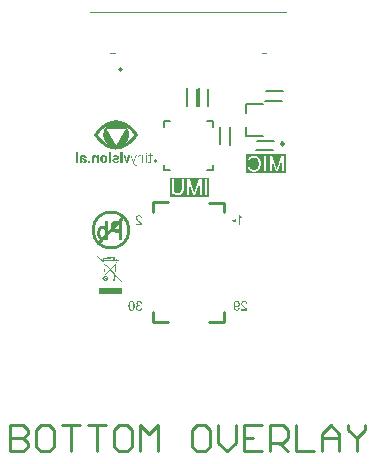
<source format=gbr>
%TF.GenerationSoftware,Altium Limited,Altium Designer,20.1.11 (218)*%
G04 Layer_Color=32896*
%FSLAX26Y26*%
%MOIN*%
%TF.SameCoordinates,F1652399-7491-40A6-9504-01A14B245E9D*%
%TF.FilePolarity,Positive*%
%TF.FileFunction,Legend,Bot*%
%TF.Part,Single*%
G01*
G75*
%TA.AperFunction,NonConductor*%
%ADD61C,0.010000*%
%ADD66C,0.009842*%
%ADD79C,0.007874*%
%ADD80C,0.003937*%
%ADD81C,0.005000*%
G36*
X180821Y747162D02*
X184643D01*
Y746844D01*
X187190D01*
Y746525D01*
X189101D01*
Y746207D01*
X190693D01*
Y745889D01*
X191966D01*
Y745570D01*
X193240D01*
Y745252D01*
X194514D01*
Y744933D01*
X195788D01*
Y744615D01*
X196743D01*
Y744297D01*
X197698D01*
Y743978D01*
X198654D01*
Y743660D01*
X199609D01*
Y743341D01*
X200564D01*
Y743023D01*
X201201D01*
Y742704D01*
X202157D01*
Y742386D01*
X202793D01*
Y742067D01*
X203749D01*
Y741749D01*
X204386D01*
Y741431D01*
X205023D01*
Y741112D01*
X205659D01*
Y740794D01*
X206615D01*
Y740475D01*
X207252D01*
Y740157D01*
X207888D01*
Y739838D01*
X208525D01*
Y739520D01*
X209162D01*
Y739201D01*
X209481D01*
Y738883D01*
X210118D01*
Y738565D01*
X210754D01*
Y738246D01*
X211391D01*
Y737928D01*
X212028D01*
Y737609D01*
X212346D01*
Y737291D01*
X212983D01*
Y736972D01*
X213620D01*
Y736654D01*
X213939D01*
Y736336D01*
X214576D01*
Y736017D01*
X215213D01*
Y735699D01*
X215531D01*
Y735380D01*
X216168D01*
Y735062D01*
X216486D01*
Y734743D01*
X217123D01*
Y734425D01*
X217441D01*
Y734106D01*
X218078D01*
Y733788D01*
X218397D01*
Y733470D01*
X219034D01*
Y733151D01*
X219352D01*
Y732833D01*
X219989D01*
Y732514D01*
X220308D01*
Y732196D01*
X220626D01*
Y731877D01*
X221263D01*
Y731559D01*
X221581D01*
Y731241D01*
X222218D01*
Y730922D01*
X222536D01*
Y730604D01*
X222855D01*
Y730285D01*
X223173D01*
Y729967D01*
X223810D01*
Y729648D01*
X224129D01*
Y729330D01*
X224447D01*
Y729011D01*
X225084D01*
Y728693D01*
X225403D01*
Y728375D01*
X225721D01*
Y728056D01*
X226039D01*
Y727738D01*
X226358D01*
Y727419D01*
X226995D01*
Y727101D01*
X227313D01*
Y726782D01*
X227632D01*
Y726464D01*
X227950D01*
Y726146D01*
X228268D01*
Y725827D01*
X228587D01*
Y725509D01*
X229224D01*
Y725190D01*
X229542D01*
Y724872D01*
X229861D01*
Y724553D01*
X230179D01*
Y724235D01*
X230498D01*
Y723917D01*
X230816D01*
Y723598D01*
X231134D01*
Y723280D01*
X231453D01*
Y722961D01*
X231771D01*
Y722643D01*
X232090D01*
Y722324D01*
X232726D01*
Y722006D01*
X233045D01*
Y721687D01*
X233363D01*
Y721369D01*
X233682D01*
Y721051D01*
X234000D01*
Y720732D01*
X234319D01*
Y720414D01*
X234637D01*
Y720095D01*
X234956D01*
Y719777D01*
X235274D01*
Y719458D01*
X235593D01*
Y719140D01*
X235911D01*
Y718822D01*
X236229D01*
Y718503D01*
X236548D01*
Y718185D01*
X236866D01*
Y717866D01*
X237185D01*
Y717548D01*
X237503D01*
Y717229D01*
X237821D01*
Y716911D01*
X238140D01*
Y716592D01*
Y716274D01*
X238458D01*
Y715956D01*
X238777D01*
Y715637D01*
X239095D01*
Y715319D01*
X239414D01*
Y715000D01*
X239732D01*
Y714682D01*
X240051D01*
Y714363D01*
X240369D01*
Y714045D01*
X240687D01*
Y713726D01*
X241006D01*
Y713408D01*
X241324D01*
Y713090D01*
X241643D01*
Y712771D01*
Y712453D01*
X241961D01*
Y712134D01*
X242280D01*
Y711816D01*
X242598D01*
Y711497D01*
X242917D01*
Y711179D01*
X243235D01*
Y710861D01*
X243553D01*
Y710542D01*
X243872D01*
Y710224D01*
Y709905D01*
X244190D01*
Y709587D01*
X244509D01*
Y709268D01*
X244827D01*
Y708950D01*
X245146D01*
Y708631D01*
X245464D01*
Y708313D01*
X245782D01*
Y707995D01*
Y707676D01*
X246101D01*
Y707358D01*
X246419D01*
Y707039D01*
X246738D01*
Y706721D01*
X247056D01*
Y706403D01*
Y706084D01*
X247375D01*
Y705766D01*
X247693D01*
Y705447D01*
X248012D01*
Y705129D01*
X248330D01*
Y704810D01*
Y704492D01*
X248648D01*
Y704173D01*
X248967D01*
Y703855D01*
X249285D01*
Y703537D01*
X249604D01*
Y703218D01*
Y702900D01*
X249922D01*
Y702581D01*
X250241D01*
Y702263D01*
X250559D01*
Y701944D01*
X250877D01*
Y701626D01*
Y701308D01*
X251196D01*
Y700989D01*
X251514D01*
Y700671D01*
X251833D01*
Y700352D01*
Y700034D01*
X252151D01*
Y699715D01*
X252470D01*
Y699397D01*
Y699078D01*
X252151D01*
Y698760D01*
X251833D01*
Y698442D01*
Y698123D01*
X251514D01*
Y697805D01*
X251196D01*
Y697486D01*
Y697168D01*
X250877D01*
Y696849D01*
X250559D01*
Y696531D01*
Y696212D01*
X250241D01*
Y695894D01*
X249922D01*
Y695576D01*
X249604D01*
Y695257D01*
Y694939D01*
X249285D01*
Y694620D01*
X248967D01*
Y694302D01*
Y693983D01*
X248648D01*
Y693665D01*
X248330D01*
Y693346D01*
X248012D01*
Y693028D01*
X247693D01*
Y692710D01*
Y692391D01*
X247375D01*
Y692073D01*
X247056D01*
Y691754D01*
X246738D01*
Y691436D01*
Y691117D01*
X246419D01*
Y690799D01*
X246101D01*
Y690481D01*
X245782D01*
Y690162D01*
X245464D01*
Y689844D01*
Y689525D01*
X245146D01*
Y689207D01*
X244827D01*
Y688888D01*
X244509D01*
Y688570D01*
X244190D01*
Y688251D01*
X243872D01*
Y687933D01*
Y687615D01*
X243553D01*
Y687296D01*
X243235D01*
Y686978D01*
X242917D01*
Y686659D01*
X242598D01*
Y686341D01*
X242280D01*
Y686023D01*
X241961D01*
Y685704D01*
X241643D01*
Y685386D01*
Y685067D01*
X241324D01*
Y684749D01*
X241006D01*
Y684430D01*
X240687D01*
Y684112D01*
X240369D01*
Y683793D01*
X240051D01*
Y683475D01*
X239732D01*
Y683157D01*
X239414D01*
Y682838D01*
X239095D01*
Y682520D01*
X238777D01*
Y682201D01*
X238458D01*
Y681883D01*
X238140D01*
Y681564D01*
X237821D01*
Y681246D01*
X237503D01*
Y680928D01*
X237185D01*
Y680609D01*
X236866D01*
Y680291D01*
Y679972D01*
X236548D01*
Y679654D01*
X236229D01*
Y679335D01*
X235911D01*
Y679017D01*
X235593D01*
Y678698D01*
X235274D01*
Y678380D01*
X234637D01*
Y678062D01*
X234319D01*
Y677743D01*
X234000D01*
Y677425D01*
X233682D01*
Y677106D01*
X233363D01*
Y676788D01*
X233045D01*
Y676469D01*
X232726D01*
Y676151D01*
X232408D01*
Y675832D01*
X232090D01*
Y675514D01*
X231771D01*
Y675196D01*
X231453D01*
Y674877D01*
X231134D01*
Y674559D01*
X230816D01*
Y674240D01*
X230498D01*
Y673922D01*
X229861D01*
Y673603D01*
X229542D01*
Y673285D01*
X229224D01*
Y672966D01*
X228905D01*
Y672648D01*
X228587D01*
Y672330D01*
X228268D01*
Y672011D01*
X227632D01*
Y671693D01*
X227313D01*
Y671374D01*
X226995D01*
Y671056D01*
X226676D01*
Y670737D01*
X226358D01*
Y670419D01*
X225721D01*
Y670101D01*
X225403D01*
Y669782D01*
X225084D01*
Y669464D01*
X224766D01*
Y669145D01*
X224129D01*
Y668827D01*
X223810D01*
Y668508D01*
X223492D01*
Y668190D01*
X222855D01*
Y667871D01*
X222536D01*
Y667553D01*
X222218D01*
Y667235D01*
X221581D01*
Y666916D01*
X221263D01*
Y666598D01*
X220944D01*
Y666279D01*
X220308D01*
Y665961D01*
X219989D01*
Y665643D01*
X219352D01*
Y665324D01*
X219034D01*
Y665006D01*
X218715D01*
Y664687D01*
X218078D01*
Y664369D01*
X217760D01*
Y664050D01*
X217123D01*
Y663732D01*
X216805D01*
Y663413D01*
X216168D01*
Y663095D01*
X215849D01*
Y662777D01*
X215213D01*
Y662458D01*
X214576D01*
Y662140D01*
X214257D01*
Y661821D01*
X213620D01*
Y661503D01*
X212983D01*
Y661184D01*
X212665D01*
Y660866D01*
X212028D01*
Y660548D01*
X211391D01*
Y660229D01*
X210754D01*
Y659911D01*
X210436D01*
Y659592D01*
X209799D01*
Y659274D01*
X209162D01*
Y658955D01*
X208525D01*
Y658637D01*
X207888D01*
Y658318D01*
X207252D01*
Y658000D01*
X206615D01*
Y657682D01*
X205978D01*
Y657363D01*
X205341D01*
Y657045D01*
X204704D01*
Y656726D01*
X203749D01*
Y656408D01*
X203112D01*
Y656089D01*
X202475D01*
Y655771D01*
X201520D01*
Y655452D01*
X200883D01*
Y655134D01*
X199928D01*
Y654816D01*
X199291D01*
Y654497D01*
X198335D01*
Y654179D01*
X197380D01*
Y653860D01*
X196425D01*
Y653542D01*
X195469D01*
Y653223D01*
X194196D01*
Y652905D01*
X193240D01*
Y652587D01*
X191966D01*
Y652268D01*
X190693D01*
Y651950D01*
X189101D01*
Y651631D01*
X187508D01*
Y651313D01*
X185279D01*
Y650994D01*
X182732D01*
Y650676D01*
X178274D01*
Y650357D01*
X174771D01*
Y650676D01*
X170313D01*
Y650994D01*
X167765D01*
Y651313D01*
X165855D01*
Y651631D01*
X164263D01*
Y651950D01*
X162670D01*
Y652268D01*
X161397D01*
Y652587D01*
X160123D01*
Y652905D01*
X159168D01*
Y653223D01*
X158212D01*
Y653542D01*
X157257D01*
Y653860D01*
X156302D01*
Y654179D01*
X155346D01*
Y654497D01*
X154391D01*
Y654816D01*
X153754D01*
Y655134D01*
X152799D01*
Y655452D01*
X152162D01*
Y655771D01*
X151207D01*
Y656089D01*
X150570D01*
Y656408D01*
X149933D01*
Y656726D01*
X149296D01*
Y657045D01*
X148659D01*
Y657363D01*
X148022D01*
Y657682D01*
X147385D01*
Y658000D01*
X146749D01*
Y658318D01*
X146112D01*
Y658637D01*
X145475D01*
Y658955D01*
X144838D01*
Y659274D01*
X144201D01*
Y659592D01*
X143883D01*
Y659911D01*
X143246D01*
Y660229D01*
X142609D01*
Y660548D01*
X142290D01*
Y660866D01*
X141654D01*
Y661184D01*
X141017D01*
Y661503D01*
X140698D01*
Y661821D01*
X140061D01*
Y662140D01*
X139743D01*
Y662458D01*
X139106D01*
Y662777D01*
X138788D01*
Y663095D01*
X138151D01*
Y663413D01*
X137832D01*
Y663732D01*
X137514D01*
Y664050D01*
X136877D01*
Y664369D01*
X136559D01*
Y664687D01*
X135922D01*
Y665006D01*
X135603D01*
Y665324D01*
X135285D01*
Y665643D01*
X134648D01*
Y665961D01*
X134329D01*
Y666279D01*
X134011D01*
Y666598D01*
X133374D01*
Y666916D01*
X133056D01*
Y667235D01*
X132737D01*
Y667553D01*
X132419D01*
Y667871D01*
X131782D01*
Y668190D01*
X131464D01*
Y668508D01*
X131145D01*
Y668827D01*
X130827D01*
Y669145D01*
X130508D01*
Y669464D01*
X130190D01*
Y669782D01*
X129553D01*
Y670101D01*
X129234D01*
Y670419D01*
X128916D01*
Y670737D01*
X128598D01*
Y671056D01*
X128279D01*
Y671374D01*
X127961D01*
Y671693D01*
X127642D01*
Y672011D01*
X127324D01*
Y672330D01*
X126687D01*
Y672648D01*
X126368D01*
Y672966D01*
X126050D01*
Y673285D01*
X125732D01*
Y673603D01*
X125413D01*
Y673922D01*
X125095D01*
Y674240D01*
X124776D01*
Y674559D01*
X124458D01*
Y674877D01*
X124139D01*
Y675196D01*
X123821D01*
Y675514D01*
X123503D01*
Y675832D01*
X123184D01*
Y676151D01*
X122866D01*
Y676469D01*
X122547D01*
Y676788D01*
X122229D01*
Y677106D01*
X121910D01*
Y677425D01*
X121592D01*
Y677743D01*
X121273D01*
Y678062D01*
X120955D01*
Y678380D01*
X120637D01*
Y678698D01*
X120318D01*
Y679017D01*
Y679335D01*
X120000D01*
Y679654D01*
X119681D01*
Y679972D01*
X119363D01*
Y680291D01*
X119044D01*
Y680609D01*
X118726D01*
Y680928D01*
X118408D01*
Y681246D01*
X118089D01*
Y681564D01*
X117771D01*
Y681883D01*
X117452D01*
Y682201D01*
Y682520D01*
X117134D01*
Y682838D01*
X116815D01*
Y683157D01*
X116497D01*
Y683475D01*
X116179D01*
Y683793D01*
X115860D01*
Y684112D01*
X115542D01*
Y684430D01*
Y684749D01*
X115223D01*
Y685067D01*
X114905D01*
Y685386D01*
X114586D01*
Y685704D01*
X114268D01*
Y686023D01*
X113950D01*
Y686341D01*
Y686659D01*
X113631D01*
Y686978D01*
X113313D01*
Y687296D01*
X112994D01*
Y687615D01*
X112676D01*
Y687933D01*
Y688251D01*
X112357D01*
Y688570D01*
X112039D01*
Y688888D01*
X111721D01*
Y689207D01*
X111402D01*
Y689525D01*
Y689844D01*
X111084D01*
Y690162D01*
X110765D01*
Y690481D01*
X110447D01*
Y690799D01*
Y691117D01*
X110128D01*
Y691436D01*
X109810D01*
Y691754D01*
X109491D01*
Y692073D01*
Y692391D01*
X109173D01*
Y692710D01*
X108855D01*
Y693028D01*
X108536D01*
Y693346D01*
Y693665D01*
X108218D01*
Y693983D01*
X107899D01*
Y694302D01*
X107581D01*
Y694620D01*
Y694939D01*
X107262D01*
Y695257D01*
X106944D01*
Y695576D01*
Y695894D01*
X106625D01*
Y696212D01*
X106307D01*
Y696531D01*
X105989D01*
Y696849D01*
Y697168D01*
X105670D01*
Y697486D01*
X105352D01*
Y697805D01*
Y698123D01*
X105033D01*
Y698442D01*
X104715D01*
Y698760D01*
X104396D01*
Y699078D01*
Y699397D01*
X104715D01*
Y699715D01*
X105033D01*
Y700034D01*
Y700352D01*
X105352D01*
Y700671D01*
Y700989D01*
X105670D01*
Y701308D01*
X105989D01*
Y701626D01*
Y701944D01*
X106307D01*
Y702263D01*
X106625D01*
Y702581D01*
Y702900D01*
X106944D01*
Y703218D01*
X107262D01*
Y703537D01*
Y703855D01*
X107581D01*
Y704173D01*
X107899D01*
Y704492D01*
Y704810D01*
X108218D01*
Y705129D01*
X108536D01*
Y705447D01*
X108855D01*
Y705766D01*
Y706084D01*
X109173D01*
Y706403D01*
X109491D01*
Y706721D01*
X109810D01*
Y707039D01*
Y707358D01*
X110128D01*
Y707676D01*
X110447D01*
Y707995D01*
X110765D01*
Y708313D01*
Y708631D01*
X111084D01*
Y708950D01*
X111402D01*
Y709268D01*
X111721D01*
Y709587D01*
Y709905D01*
X112039D01*
Y710224D01*
X112357D01*
Y710542D01*
X112676D01*
Y710861D01*
X112994D01*
Y711179D01*
X113313D01*
Y711497D01*
Y711816D01*
X113631D01*
Y712134D01*
X113950D01*
Y712453D01*
X114268D01*
Y712771D01*
X114586D01*
Y713090D01*
X114905D01*
Y713408D01*
Y713726D01*
X115223D01*
Y714045D01*
X115542D01*
Y714363D01*
X115860D01*
Y714682D01*
X116179D01*
Y715000D01*
X116497D01*
Y715319D01*
X116815D01*
Y715637D01*
X117134D01*
Y715956D01*
Y716274D01*
X117452D01*
Y716592D01*
X117771D01*
Y716911D01*
X118089D01*
Y717229D01*
X118408D01*
Y717548D01*
X118726D01*
Y717866D01*
X119044D01*
Y718185D01*
X119363D01*
Y718503D01*
X119681D01*
Y718822D01*
X120000D01*
Y719140D01*
X120318D01*
Y719458D01*
X120637D01*
Y719777D01*
X120955D01*
Y720095D01*
X121273D01*
Y720414D01*
X121592D01*
Y720732D01*
X121910D01*
Y721051D01*
X122229D01*
Y721369D01*
X122547D01*
Y721687D01*
X122866D01*
Y722006D01*
X123184D01*
Y722324D01*
X123503D01*
Y722643D01*
X123821D01*
Y722961D01*
X124139D01*
Y723280D01*
X124458D01*
Y723598D01*
X124776D01*
Y723917D01*
X125095D01*
Y724235D01*
X125413D01*
Y724553D01*
X125732D01*
Y724872D01*
X126368D01*
Y725190D01*
X126687D01*
Y725509D01*
X127005D01*
Y725827D01*
X127324D01*
Y726146D01*
X127642D01*
Y726464D01*
X127961D01*
Y726782D01*
X128279D01*
Y727101D01*
X128916D01*
Y727419D01*
X129234D01*
Y727738D01*
X129553D01*
Y728056D01*
X129871D01*
Y728375D01*
X130190D01*
Y728693D01*
X130827D01*
Y729011D01*
X131145D01*
Y729330D01*
X131464D01*
Y729648D01*
X131782D01*
Y729967D01*
X132419D01*
Y730285D01*
X132737D01*
Y730604D01*
X133056D01*
Y730922D01*
X133693D01*
Y731241D01*
X134011D01*
Y731559D01*
X134329D01*
Y731877D01*
X134966D01*
Y732196D01*
X135285D01*
Y732514D01*
X135603D01*
Y732833D01*
X136240D01*
Y733151D01*
X136559D01*
Y733470D01*
X137195D01*
Y733788D01*
X137514D01*
Y734106D01*
X138151D01*
Y734425D01*
X138469D01*
Y734743D01*
X139106D01*
Y735062D01*
X139424D01*
Y735380D01*
X140061D01*
Y735699D01*
X140380D01*
Y736017D01*
X141017D01*
Y736336D01*
X141335D01*
Y736654D01*
X141972D01*
Y736972D01*
X142609D01*
Y737291D01*
X143246D01*
Y737609D01*
X143564D01*
Y737928D01*
X144201D01*
Y738246D01*
X144838D01*
Y738565D01*
X145475D01*
Y738883D01*
X146112D01*
Y739201D01*
X146430D01*
Y739520D01*
X147067D01*
Y739838D01*
X147704D01*
Y740157D01*
X148341D01*
Y740475D01*
X149296D01*
Y740794D01*
X149933D01*
Y741112D01*
X150570D01*
Y741431D01*
X151207D01*
Y741749D01*
X151844D01*
Y742067D01*
X152799D01*
Y742386D01*
X153436D01*
Y742704D01*
X154391D01*
Y743023D01*
X155028D01*
Y743341D01*
X155983D01*
Y743660D01*
X156939D01*
Y743978D01*
X157894D01*
Y744297D01*
X158849D01*
Y744615D01*
X159804D01*
Y744933D01*
X161078D01*
Y745252D01*
X162352D01*
Y745570D01*
X163626D01*
Y745889D01*
X164899D01*
Y746207D01*
X166810D01*
Y746525D01*
X168721D01*
Y746844D01*
X170950D01*
Y747162D01*
X174771D01*
Y747481D01*
X180821D01*
Y747162D01*
D02*
G37*
G36*
X280478Y639777D02*
Y639631D01*
Y639484D01*
Y639337D01*
Y639191D01*
Y639044D01*
Y638898D01*
Y638751D01*
Y638605D01*
Y638458D01*
Y638311D01*
Y638165D01*
Y638018D01*
Y637871D01*
Y637725D01*
Y637578D01*
Y637432D01*
Y637285D01*
Y637138D01*
Y636992D01*
Y636845D01*
Y636699D01*
Y636552D01*
Y636405D01*
X276969D01*
Y636552D01*
Y636699D01*
Y636845D01*
Y636992D01*
Y637138D01*
Y637285D01*
Y637432D01*
Y637578D01*
Y637725D01*
Y637871D01*
Y638018D01*
Y638165D01*
Y638311D01*
Y638458D01*
Y638605D01*
Y638751D01*
Y638898D01*
Y639044D01*
Y639191D01*
Y639337D01*
Y639484D01*
Y639631D01*
Y639777D01*
Y639924D01*
X280478D01*
Y639777D01*
D02*
G37*
G36*
X199548Y640510D02*
Y640364D01*
Y640217D01*
Y640071D01*
Y639924D01*
Y639777D01*
Y639631D01*
Y639484D01*
Y639337D01*
Y639191D01*
Y639044D01*
Y638898D01*
Y638751D01*
Y638605D01*
Y638458D01*
Y638311D01*
Y638165D01*
Y638018D01*
Y637871D01*
Y637725D01*
Y637578D01*
Y637432D01*
Y637285D01*
Y637138D01*
Y636992D01*
Y636845D01*
Y636699D01*
Y636552D01*
Y636405D01*
Y636259D01*
Y636112D01*
Y635966D01*
Y635819D01*
Y635672D01*
Y635526D01*
Y635379D01*
Y635232D01*
Y635086D01*
Y634939D01*
Y634793D01*
Y634646D01*
Y634499D01*
Y634353D01*
Y634206D01*
Y634060D01*
Y633913D01*
Y633766D01*
Y633620D01*
Y633473D01*
Y633327D01*
Y633180D01*
X192218D01*
Y633327D01*
Y633473D01*
Y633620D01*
Y633766D01*
Y633913D01*
Y634060D01*
Y634206D01*
Y634353D01*
Y634499D01*
Y634646D01*
Y634793D01*
Y634939D01*
Y635086D01*
Y635232D01*
Y635379D01*
Y635526D01*
Y635672D01*
Y635819D01*
Y635966D01*
Y636112D01*
Y636259D01*
Y636405D01*
Y636552D01*
Y636699D01*
Y636845D01*
Y636992D01*
Y637138D01*
Y637285D01*
Y637432D01*
Y637578D01*
Y637725D01*
Y637871D01*
Y638018D01*
Y638165D01*
Y638311D01*
Y638458D01*
Y638605D01*
Y638751D01*
Y638898D01*
Y639044D01*
Y639191D01*
Y639337D01*
Y639484D01*
Y639631D01*
Y639777D01*
Y639924D01*
Y640071D01*
Y640217D01*
Y640364D01*
Y640510D01*
Y640657D01*
X199548D01*
Y640510D01*
D02*
G37*
G36*
X161576D02*
Y640364D01*
Y640217D01*
Y640071D01*
Y639924D01*
Y639777D01*
Y639631D01*
Y639484D01*
Y639337D01*
Y639191D01*
Y639044D01*
Y638898D01*
Y638751D01*
Y638605D01*
Y638458D01*
Y638311D01*
Y638165D01*
Y638018D01*
Y637871D01*
Y637725D01*
Y637578D01*
Y637432D01*
Y637285D01*
Y637138D01*
Y636992D01*
Y636845D01*
Y636699D01*
Y636552D01*
Y636405D01*
Y636259D01*
Y636112D01*
Y635966D01*
Y635819D01*
Y635672D01*
Y635526D01*
Y635379D01*
Y635232D01*
Y635086D01*
Y634939D01*
Y634793D01*
Y634646D01*
Y634499D01*
Y634353D01*
Y634206D01*
Y634060D01*
Y633913D01*
Y633766D01*
Y633620D01*
Y633473D01*
Y633327D01*
Y633180D01*
X154245D01*
Y633327D01*
Y633473D01*
Y633620D01*
Y633766D01*
Y633913D01*
Y634060D01*
Y634206D01*
Y634353D01*
Y634499D01*
Y634646D01*
Y634793D01*
Y634939D01*
Y635086D01*
Y635232D01*
Y635379D01*
Y635526D01*
Y635672D01*
Y635819D01*
Y635966D01*
Y636112D01*
Y636259D01*
Y636405D01*
Y636552D01*
Y636699D01*
Y636845D01*
Y636992D01*
Y637138D01*
Y637285D01*
Y637432D01*
Y637578D01*
Y637725D01*
Y637871D01*
Y638018D01*
Y638165D01*
Y638311D01*
Y638458D01*
Y638605D01*
Y638751D01*
Y638898D01*
Y639044D01*
Y639191D01*
Y639337D01*
Y639484D01*
Y639631D01*
Y639777D01*
Y639924D01*
Y640071D01*
Y640217D01*
Y640364D01*
Y640510D01*
Y640657D01*
X161576D01*
Y640510D01*
D02*
G37*
G36*
X51031D02*
Y640364D01*
Y640217D01*
Y640071D01*
Y639924D01*
Y639777D01*
Y639631D01*
Y639484D01*
Y639337D01*
Y639191D01*
Y639044D01*
Y638898D01*
Y638751D01*
Y638605D01*
Y638458D01*
Y638311D01*
Y638165D01*
Y638018D01*
Y637871D01*
Y637725D01*
Y637578D01*
Y637432D01*
Y637285D01*
Y637138D01*
Y636992D01*
Y636845D01*
Y636699D01*
Y636552D01*
Y636405D01*
Y636259D01*
Y636112D01*
Y635966D01*
Y635819D01*
Y635672D01*
Y635526D01*
Y635379D01*
Y635232D01*
Y635086D01*
Y634939D01*
Y634793D01*
Y634646D01*
Y634499D01*
Y634353D01*
Y634206D01*
Y634060D01*
Y633913D01*
Y633766D01*
Y633620D01*
Y633473D01*
Y633327D01*
Y633180D01*
X43563D01*
Y633327D01*
Y633473D01*
Y633620D01*
Y633766D01*
Y633913D01*
Y634060D01*
Y634206D01*
Y634353D01*
Y634499D01*
Y634646D01*
Y634793D01*
Y634939D01*
Y635086D01*
Y635232D01*
Y635379D01*
Y635526D01*
Y635672D01*
Y635819D01*
Y635966D01*
Y636112D01*
Y636259D01*
Y636405D01*
Y636552D01*
Y636699D01*
Y636845D01*
Y636992D01*
Y637138D01*
Y637285D01*
Y637432D01*
Y637578D01*
Y637725D01*
Y637871D01*
Y638018D01*
Y638165D01*
Y638311D01*
Y638458D01*
Y638605D01*
Y638751D01*
Y638898D01*
Y639044D01*
Y639191D01*
Y639337D01*
Y639484D01*
Y639631D01*
Y639777D01*
Y639924D01*
Y640071D01*
Y640217D01*
Y640364D01*
Y640510D01*
Y640657D01*
X51031D01*
Y640510D01*
D02*
G37*
G36*
X68477Y631420D02*
X70383D01*
Y631274D01*
X71263D01*
Y631127D01*
X71996D01*
Y630981D01*
X72582D01*
Y630834D01*
X73169D01*
Y630688D01*
X73609D01*
Y630541D01*
X73902D01*
Y630394D01*
X74342D01*
Y630248D01*
X74635D01*
Y630101D01*
X74928D01*
Y629954D01*
X75222D01*
Y629808D01*
X75515D01*
Y629661D01*
X75808D01*
Y629515D01*
X76101D01*
Y629368D01*
X76248D01*
Y629221D01*
X76541D01*
Y629075D01*
X76688D01*
Y628928D01*
X76834D01*
Y628782D01*
X76981D01*
Y628635D01*
X77274D01*
Y628488D01*
X77421D01*
Y628342D01*
X77567D01*
Y628195D01*
X77714D01*
Y628048D01*
X77861D01*
Y627902D01*
Y627755D01*
X78007D01*
Y627609D01*
X78154D01*
Y627462D01*
X78300D01*
Y627315D01*
Y627169D01*
X78447D01*
Y627022D01*
X78594D01*
Y626876D01*
Y626729D01*
X78740D01*
Y626582D01*
Y626436D01*
X78887D01*
Y626289D01*
Y626143D01*
Y625996D01*
X79033D01*
Y625849D01*
Y625703D01*
X79180D01*
Y625556D01*
Y625409D01*
Y625263D01*
X79327D01*
Y625116D01*
Y624970D01*
Y624823D01*
Y624676D01*
X79473D01*
Y624530D01*
Y624383D01*
Y624236D01*
Y624090D01*
X79620D01*
Y623943D01*
Y623797D01*
Y623650D01*
X78887D01*
Y623504D01*
X77421D01*
Y623357D01*
X75808D01*
Y623210D01*
X74342D01*
Y623064D01*
X72739D01*
Y623210D01*
Y623357D01*
X72729D01*
Y623504D01*
Y623650D01*
Y623797D01*
X72582D01*
Y623943D01*
Y624090D01*
X72592D01*
Y624236D01*
X72436D01*
Y624383D01*
Y624530D01*
X72299D01*
Y624676D01*
X72289D01*
Y624823D01*
X72152D01*
Y624970D01*
Y625116D01*
X71996D01*
Y625263D01*
X71849D01*
Y625409D01*
X71713D01*
Y625556D01*
X71556D01*
Y625703D01*
X71410D01*
Y625849D01*
X71273D01*
Y625996D01*
X70980D01*
Y626143D01*
X70823D01*
Y626289D01*
X70383D01*
Y626436D01*
X69944D01*
Y626582D01*
X69210D01*
Y626729D01*
X67744D01*
Y626582D01*
X67011D01*
Y626436D01*
X66571D01*
Y626289D01*
X66278D01*
Y626143D01*
X65985D01*
Y625996D01*
X65838D01*
Y625849D01*
X65545D01*
Y625703D01*
X65398D01*
Y625556D01*
Y625409D01*
X65252D01*
Y625263D01*
X65105D01*
Y625116D01*
Y624970D01*
X64959D01*
Y624823D01*
Y624676D01*
Y624530D01*
X64812D01*
Y624383D01*
Y624236D01*
Y624090D01*
Y623943D01*
X64665D01*
Y623797D01*
Y623650D01*
Y623504D01*
Y623357D01*
Y623210D01*
Y623064D01*
Y622917D01*
Y622770D01*
Y622624D01*
Y622477D01*
Y622331D01*
Y622184D01*
Y622037D01*
Y621891D01*
Y621744D01*
Y621598D01*
Y621451D01*
X65692D01*
Y621304D01*
X67304D01*
Y621158D01*
X68771D01*
Y621011D01*
X69944D01*
Y620865D01*
X70970D01*
Y620718D01*
X71849D01*
Y620571D01*
X72582D01*
Y620425D01*
X73169D01*
Y620278D01*
X73755D01*
Y620131D01*
X74195D01*
Y619985D01*
X74635D01*
Y619838D01*
X75075D01*
Y619692D01*
X75368D01*
Y619545D01*
X75661D01*
Y619398D01*
X75954D01*
Y619252D01*
X76248D01*
Y619105D01*
X76541D01*
Y618958D01*
X76688D01*
Y618812D01*
X76981D01*
Y618665D01*
X77127D01*
Y618519D01*
X77421D01*
Y618372D01*
X77567D01*
Y618226D01*
X77714D01*
Y618079D01*
X77861D01*
Y617932D01*
X78007D01*
Y617786D01*
X78154D01*
Y617639D01*
X78300D01*
Y617492D01*
X78447D01*
Y617346D01*
X78594D01*
Y617199D01*
X78740D01*
Y617053D01*
X78887D01*
Y616906D01*
X79033D01*
Y616759D01*
Y616613D01*
X79180D01*
Y616466D01*
X79327D01*
Y616319D01*
Y616173D01*
X79473D01*
Y616026D01*
Y615880D01*
X79620D01*
Y615733D01*
Y615586D01*
X79766D01*
Y615440D01*
Y615293D01*
X79913D01*
Y615147D01*
Y615000D01*
Y614853D01*
X80060D01*
Y614707D01*
Y614560D01*
Y614414D01*
X80206D01*
Y614267D01*
Y614120D01*
Y613974D01*
Y613827D01*
X80353D01*
Y613681D01*
Y613534D01*
Y613387D01*
Y613241D01*
Y613094D01*
Y612947D01*
Y612801D01*
Y612654D01*
Y612508D01*
Y612361D01*
Y612214D01*
Y612068D01*
Y611921D01*
Y611774D01*
Y611628D01*
Y611481D01*
Y611335D01*
Y611188D01*
Y611042D01*
Y610895D01*
Y610748D01*
X80206D01*
Y610602D01*
Y610455D01*
Y610308D01*
Y610162D01*
X80060D01*
Y610015D01*
Y609869D01*
Y609722D01*
X79913D01*
Y609575D01*
Y609429D01*
Y609282D01*
X79766D01*
Y609136D01*
Y608989D01*
X79620D01*
Y608842D01*
Y608696D01*
X79473D01*
Y608549D01*
Y608403D01*
X79327D01*
Y608256D01*
X79180D01*
Y608109D01*
X79033D01*
Y607963D01*
Y607816D01*
X78887D01*
Y607669D01*
X78740D01*
Y607523D01*
X78594D01*
Y607376D01*
X78447D01*
Y607230D01*
X78300D01*
Y607083D01*
X78154D01*
Y606936D01*
X78007D01*
Y606790D01*
X77714D01*
Y606643D01*
X77567D01*
Y606496D01*
X77274D01*
Y606350D01*
X77127D01*
Y606203D01*
X76834D01*
Y606057D01*
X76541D01*
Y605910D01*
X76248D01*
Y605764D01*
X75808D01*
Y605617D01*
X75368D01*
Y605470D01*
X74782D01*
Y605324D01*
X73902D01*
Y605177D01*
X70970D01*
Y605324D01*
X70090D01*
Y605470D01*
X69504D01*
Y605617D01*
X69074D01*
Y605764D01*
X68624D01*
Y605910D01*
X68341D01*
Y606057D01*
X68037D01*
Y606203D01*
X67754D01*
Y606350D01*
X67607D01*
Y606496D01*
X67304D01*
Y606643D01*
X67158D01*
Y606790D01*
X66874D01*
Y606936D01*
X66718D01*
Y607083D01*
X66571D01*
Y607230D01*
X66425D01*
Y607376D01*
X66288D01*
Y607523D01*
X66141D01*
Y607669D01*
X65985D01*
Y607816D01*
X65838D01*
Y607963D01*
X65701D01*
Y608109D01*
X65555D01*
Y608256D01*
X65398D01*
Y608403D01*
X65262D01*
Y608549D01*
X65105D01*
Y608696D01*
X65115D01*
Y608842D01*
X64959D01*
Y608989D01*
X64812D01*
Y609136D01*
X64675D01*
Y609282D01*
X64665D01*
Y609429D01*
X64519D01*
Y609575D01*
X64372D01*
Y609429D01*
Y609282D01*
Y609136D01*
Y608989D01*
Y608842D01*
Y608696D01*
Y608549D01*
Y608403D01*
Y608256D01*
Y608109D01*
Y607963D01*
Y607816D01*
Y607669D01*
Y607523D01*
X64226D01*
Y607376D01*
Y607230D01*
Y607083D01*
Y606936D01*
Y606790D01*
Y606643D01*
Y606496D01*
X64079D01*
Y606350D01*
Y606203D01*
Y606057D01*
Y605910D01*
Y605764D01*
X63932D01*
Y605617D01*
X56895D01*
Y605764D01*
X56905D01*
Y605910D01*
Y606057D01*
Y606203D01*
X57042D01*
Y606350D01*
Y606496D01*
X57051D01*
Y606643D01*
Y606790D01*
Y606936D01*
X57188D01*
Y607083D01*
Y607230D01*
Y607376D01*
Y607523D01*
X57198D01*
Y607669D01*
Y607816D01*
Y607963D01*
Y608109D01*
Y608256D01*
Y608403D01*
Y608549D01*
Y608696D01*
X57345D01*
Y608842D01*
Y608989D01*
Y609136D01*
Y609282D01*
Y609429D01*
Y609575D01*
X57335D01*
Y609722D01*
Y609869D01*
Y610015D01*
X57345D01*
Y610162D01*
X57335D01*
Y610308D01*
Y610455D01*
X57345D01*
Y610602D01*
X57335D01*
Y610748D01*
X57345D01*
Y610895D01*
X57335D01*
Y611042D01*
X57345D01*
Y611188D01*
X57335D01*
Y611335D01*
Y611481D01*
X57345D01*
Y611628D01*
Y611774D01*
X57335D01*
Y611921D01*
X57345D01*
Y612068D01*
Y612214D01*
X57335D01*
Y612361D01*
Y612508D01*
Y612654D01*
Y612801D01*
X57345D01*
Y612947D01*
Y613094D01*
Y613241D01*
X57335D01*
Y613387D01*
Y613534D01*
Y613681D01*
X57345D01*
Y613827D01*
Y613974D01*
Y614120D01*
Y614267D01*
Y614414D01*
X57335D01*
Y614560D01*
Y614707D01*
Y614853D01*
Y615000D01*
Y615147D01*
Y615293D01*
Y615440D01*
Y615586D01*
Y615733D01*
Y615880D01*
Y616026D01*
Y616173D01*
Y616319D01*
Y616466D01*
Y616613D01*
Y616759D01*
Y616906D01*
Y617053D01*
Y617199D01*
Y617346D01*
Y617492D01*
Y617639D01*
Y617786D01*
X57345D01*
Y617932D01*
X57335D01*
Y618079D01*
Y618226D01*
X57345D01*
Y618372D01*
X57335D01*
Y618519D01*
Y618665D01*
Y618812D01*
Y618958D01*
X57345D01*
Y619105D01*
X57335D01*
Y619252D01*
Y619398D01*
Y619545D01*
X57345D01*
Y619692D01*
Y619838D01*
Y619985D01*
X57335D01*
Y620131D01*
Y620278D01*
X57345D01*
Y620425D01*
X57335D01*
Y620571D01*
Y620718D01*
X57345D01*
Y620865D01*
Y621011D01*
Y621158D01*
Y621304D01*
X57335D01*
Y621451D01*
Y621598D01*
Y621744D01*
Y621891D01*
Y622037D01*
Y622184D01*
Y622331D01*
Y622477D01*
Y622624D01*
Y622770D01*
Y622917D01*
Y623064D01*
Y623210D01*
Y623357D01*
Y623504D01*
Y623650D01*
Y623797D01*
Y623943D01*
X57345D01*
Y624090D01*
Y624236D01*
Y624383D01*
Y624530D01*
X57335D01*
Y624676D01*
Y624823D01*
Y624970D01*
X57481D01*
Y625116D01*
Y625263D01*
X57491D01*
Y625409D01*
Y625556D01*
Y625703D01*
X57481D01*
Y625849D01*
Y625996D01*
X57628D01*
Y626143D01*
X57638D01*
Y626289D01*
Y626436D01*
X57775D01*
Y626582D01*
Y626729D01*
X57785D01*
Y626876D01*
X57921D01*
Y627022D01*
Y627169D01*
X57931D01*
Y627315D01*
X58078D01*
Y627462D01*
X58068D01*
Y627609D01*
X58215D01*
Y627755D01*
X58361D01*
Y627902D01*
Y628048D01*
X58517D01*
Y628195D01*
X58664D01*
Y628342D01*
X58801D01*
Y628488D01*
X58811D01*
Y628635D01*
X58957D01*
Y628782D01*
X59104D01*
Y628928D01*
X59387D01*
Y629075D01*
X59544D01*
Y629221D01*
X59690D01*
Y629368D01*
X59837D01*
Y629515D01*
X60130D01*
Y629661D01*
X60267D01*
Y629808D01*
X60560D01*
Y629954D01*
X60853D01*
Y630101D01*
X61147D01*
Y630248D01*
X61440D01*
Y630394D01*
X61743D01*
Y630541D01*
X62173D01*
Y630688D01*
X62613D01*
Y630834D01*
X63053D01*
Y630981D01*
X63649D01*
Y631127D01*
X64382D01*
Y631274D01*
X65252D01*
Y631420D01*
X67011D01*
Y631567D01*
X68477D01*
Y631420D01*
D02*
G37*
G36*
X225939Y630834D02*
Y630688D01*
X225792D01*
Y630541D01*
Y630394D01*
Y630248D01*
X225645D01*
Y630101D01*
Y629954D01*
Y629808D01*
X225499D01*
Y629661D01*
Y629515D01*
Y629368D01*
X225352D01*
Y629221D01*
Y629075D01*
Y628928D01*
X225205D01*
Y628782D01*
Y628635D01*
X225059D01*
Y628488D01*
Y628342D01*
Y628195D01*
X224912D01*
Y628048D01*
Y627902D01*
Y627755D01*
X224766D01*
Y627609D01*
Y627462D01*
Y627315D01*
X224619D01*
Y627169D01*
Y627022D01*
Y626876D01*
X224472D01*
Y626729D01*
Y626582D01*
Y626436D01*
X224326D01*
Y626289D01*
Y626143D01*
Y625996D01*
X224179D01*
Y625849D01*
Y625703D01*
Y625556D01*
X224032D01*
Y625409D01*
Y625263D01*
Y625116D01*
X223886D01*
Y624970D01*
Y624823D01*
Y624676D01*
X223739D01*
Y624530D01*
Y624383D01*
Y624236D01*
X223593D01*
Y624090D01*
Y623943D01*
Y623797D01*
X223446D01*
Y623650D01*
Y623504D01*
X223299D01*
Y623357D01*
Y623210D01*
Y623064D01*
X223153D01*
Y622917D01*
Y622770D01*
Y622624D01*
X223006D01*
Y622477D01*
Y622331D01*
Y622184D01*
X222860D01*
Y622037D01*
Y621891D01*
Y621744D01*
X222713D01*
Y621598D01*
Y621451D01*
Y621304D01*
X222566D01*
Y621158D01*
Y621011D01*
Y620865D01*
X222420D01*
Y620718D01*
Y620571D01*
Y620425D01*
X222273D01*
Y620278D01*
Y620131D01*
Y619985D01*
X222126D01*
Y619838D01*
Y619692D01*
Y619545D01*
X221980D01*
Y619398D01*
Y619252D01*
Y619105D01*
X221833D01*
Y618958D01*
Y618812D01*
Y618665D01*
X221687D01*
Y618519D01*
Y618372D01*
X221540D01*
Y618226D01*
Y618079D01*
Y617932D01*
X221393D01*
Y617786D01*
Y617639D01*
Y617492D01*
X221247D01*
Y617346D01*
Y617199D01*
Y617053D01*
X221100D01*
Y616906D01*
Y616759D01*
Y616613D01*
X220954D01*
Y616466D01*
Y616319D01*
Y616173D01*
X220807D01*
Y616026D01*
Y615880D01*
Y615733D01*
X220660D01*
Y615586D01*
Y615440D01*
Y615293D01*
X220514D01*
Y615147D01*
Y615000D01*
Y614853D01*
X220367D01*
Y614707D01*
Y614560D01*
Y614414D01*
X220221D01*
Y614267D01*
Y614120D01*
Y613974D01*
X220074D01*
Y613827D01*
Y613681D01*
Y613534D01*
X219927D01*
Y613387D01*
Y613241D01*
X219781D01*
Y613094D01*
Y612947D01*
Y612801D01*
X219634D01*
Y612654D01*
Y612508D01*
Y612361D01*
X219488D01*
Y612214D01*
Y612068D01*
Y611921D01*
X219341D01*
Y611774D01*
Y611628D01*
Y611481D01*
X219194D01*
Y611335D01*
Y611188D01*
Y611042D01*
X219048D01*
Y610895D01*
Y610748D01*
Y610602D01*
X218901D01*
Y610455D01*
Y610308D01*
Y610162D01*
X218755D01*
Y610015D01*
Y609869D01*
Y609722D01*
X218608D01*
Y609575D01*
Y609429D01*
Y609282D01*
X218461D01*
Y609136D01*
Y608989D01*
Y608842D01*
X218315D01*
Y608696D01*
Y608549D01*
Y608403D01*
X218168D01*
Y608256D01*
Y608109D01*
Y607963D01*
X218021D01*
Y607816D01*
Y607669D01*
X217875D01*
Y607523D01*
Y607376D01*
Y607230D01*
X217728D01*
Y607083D01*
Y606936D01*
Y606790D01*
X217582D01*
Y606643D01*
Y606496D01*
Y606350D01*
X217435D01*
Y606203D01*
Y606057D01*
Y605910D01*
X217288D01*
Y605764D01*
Y605617D01*
X211580D01*
Y605764D01*
X211424D01*
Y605910D01*
X211434D01*
Y606057D01*
Y606203D01*
X211277D01*
Y606350D01*
X211287D01*
Y606496D01*
Y606643D01*
X211140D01*
Y606790D01*
X211131D01*
Y606936D01*
Y607083D01*
X210994D01*
Y607230D01*
Y607376D01*
Y607523D01*
X210837D01*
Y607669D01*
X210847D01*
Y607816D01*
Y607963D01*
X210701D01*
Y608109D01*
Y608256D01*
Y608403D01*
X210554D01*
Y608549D01*
Y608696D01*
Y608842D01*
X210398D01*
Y608989D01*
Y609136D01*
Y609282D01*
X210261D01*
Y609429D01*
Y609575D01*
Y609722D01*
X210114D01*
Y609869D01*
Y610015D01*
Y610162D01*
X209968D01*
Y610308D01*
Y610455D01*
X209811D01*
Y610602D01*
X209821D01*
Y610748D01*
Y610895D01*
X209674D01*
Y611042D01*
X209665D01*
Y611188D01*
Y611335D01*
X209528D01*
Y611481D01*
Y611628D01*
Y611774D01*
X209371D01*
Y611921D01*
X209381D01*
Y612068D01*
Y612214D01*
X209225D01*
Y612361D01*
X209234D01*
Y612508D01*
Y612654D01*
X209078D01*
Y612801D01*
X209088D01*
Y612947D01*
Y613094D01*
X208941D01*
Y613241D01*
X208931D01*
Y613387D01*
Y613534D01*
X208795D01*
Y613681D01*
Y613827D01*
Y613974D01*
X208648D01*
Y614120D01*
Y614267D01*
Y614414D01*
X208501D01*
Y614560D01*
Y614707D01*
Y614853D01*
X208355D01*
Y615000D01*
X208345D01*
Y615147D01*
X208355D01*
Y615293D01*
X208208D01*
Y615440D01*
Y615586D01*
X208062D01*
Y615733D01*
Y615880D01*
Y616026D01*
X207915D01*
Y616173D01*
Y616319D01*
Y616466D01*
X207759D01*
Y616613D01*
X207768D01*
Y616759D01*
Y616906D01*
X207612D01*
Y617053D01*
Y617199D01*
Y617346D01*
X207465D01*
Y617492D01*
X207475D01*
Y617639D01*
Y617786D01*
X207319D01*
Y617932D01*
X207328D01*
Y618079D01*
Y618226D01*
X207172D01*
Y618372D01*
X207182D01*
Y618519D01*
Y618665D01*
X207025D01*
Y618812D01*
Y618958D01*
X207035D01*
Y619105D01*
X206879D01*
Y619252D01*
Y619398D01*
Y619545D01*
X206732D01*
Y619692D01*
Y619838D01*
X206742D01*
Y619985D01*
X206586D01*
Y620131D01*
Y620278D01*
X206595D01*
Y620425D01*
X206439D01*
Y620571D01*
Y620718D01*
X206302D01*
Y620865D01*
X206292D01*
Y621011D01*
Y621158D01*
X206156D01*
Y621304D01*
X206146D01*
Y621451D01*
Y621598D01*
X205999D01*
Y621744D01*
Y621891D01*
Y622037D01*
X205862D01*
Y622184D01*
X205853D01*
Y622331D01*
Y622477D01*
X205716D01*
Y622624D01*
X205706D01*
Y622770D01*
Y622917D01*
X205569D01*
Y623064D01*
Y623210D01*
X205559D01*
Y623357D01*
X205423D01*
Y623504D01*
Y623650D01*
X205413D01*
Y623797D01*
X205266D01*
Y623943D01*
Y624090D01*
Y624236D01*
X205129D01*
Y624383D01*
Y624530D01*
X205119D01*
Y624676D01*
X204983D01*
Y624823D01*
Y624970D01*
Y625116D01*
X204836D01*
Y625263D01*
Y625409D01*
Y625556D01*
X204690D01*
Y625703D01*
Y625849D01*
X204543D01*
Y625996D01*
X204533D01*
Y626143D01*
Y626289D01*
X204396D01*
Y626436D01*
Y626582D01*
Y626729D01*
X204240D01*
Y626876D01*
X204250D01*
Y627022D01*
Y627169D01*
X204093D01*
Y627315D01*
Y627462D01*
X204103D01*
Y627609D01*
X203947D01*
Y627755D01*
Y627902D01*
X203956D01*
Y628048D01*
X203810D01*
Y628195D01*
Y628342D01*
X203800D01*
Y628488D01*
X203663D01*
Y628635D01*
Y628782D01*
Y628928D01*
X203507D01*
Y629075D01*
Y629221D01*
X203517D01*
Y629368D01*
X203360D01*
Y629515D01*
Y629661D01*
Y629808D01*
X203214D01*
Y629954D01*
Y630101D01*
Y630248D01*
X203077D01*
Y630394D01*
Y630541D01*
Y630688D01*
X202930D01*
Y630834D01*
Y630981D01*
X208345D01*
Y630834D01*
Y630688D01*
X208492D01*
Y630541D01*
Y630394D01*
Y630248D01*
X208638D01*
Y630101D01*
Y629954D01*
Y629808D01*
X208785D01*
Y629661D01*
Y629515D01*
Y629368D01*
Y629221D01*
X208931D01*
Y629075D01*
Y628928D01*
Y628782D01*
X209078D01*
Y628635D01*
Y628488D01*
Y628342D01*
X209225D01*
Y628195D01*
Y628048D01*
Y627902D01*
X209371D01*
Y627755D01*
Y627609D01*
Y627462D01*
X209518D01*
Y627315D01*
Y627169D01*
Y627022D01*
Y626876D01*
X209665D01*
Y626729D01*
Y626582D01*
Y626436D01*
X209811D01*
Y626289D01*
Y626143D01*
Y625996D01*
X209958D01*
Y625849D01*
Y625703D01*
Y625556D01*
X210104D01*
Y625409D01*
Y625263D01*
Y625116D01*
X210251D01*
Y624970D01*
Y624823D01*
Y624676D01*
Y624530D01*
X210398D01*
Y624383D01*
Y624236D01*
Y624090D01*
X210544D01*
Y623943D01*
Y623797D01*
Y623650D01*
X210691D01*
Y623504D01*
Y623357D01*
Y623210D01*
X210837D01*
Y623064D01*
Y622917D01*
Y622770D01*
Y622624D01*
X210984D01*
Y622477D01*
Y622331D01*
Y622184D01*
X211131D01*
Y622037D01*
Y621891D01*
Y621744D01*
X211277D01*
Y621598D01*
Y621451D01*
Y621304D01*
X211424D01*
Y621158D01*
Y621011D01*
Y620865D01*
X211571D01*
Y620718D01*
Y620571D01*
Y620425D01*
Y620278D01*
X211717D01*
Y620131D01*
Y619985D01*
Y619838D01*
X211864D01*
Y619692D01*
Y619545D01*
Y619398D01*
X212010D01*
Y619252D01*
Y619105D01*
Y618958D01*
X212157D01*
Y618812D01*
Y618665D01*
Y618519D01*
Y618372D01*
X212304D01*
Y618226D01*
Y618079D01*
Y617932D01*
X212450D01*
Y617786D01*
Y617639D01*
Y617492D01*
X212597D01*
Y617346D01*
Y617199D01*
Y617053D01*
X212743D01*
Y616906D01*
Y616759D01*
Y616613D01*
X212890D01*
Y616466D01*
Y616319D01*
Y616173D01*
Y616026D01*
X213037D01*
Y615880D01*
Y615733D01*
Y615586D01*
X213183D01*
Y615440D01*
Y615293D01*
Y615147D01*
X213330D01*
Y615000D01*
X213486D01*
Y615147D01*
Y615293D01*
X213476D01*
Y615440D01*
X213633D01*
Y615586D01*
Y615733D01*
Y615880D01*
X213770D01*
Y616026D01*
Y616173D01*
X213780D01*
Y616319D01*
Y616466D01*
X213916D01*
Y616613D01*
X213926D01*
Y616759D01*
Y616906D01*
X214063D01*
Y617053D01*
X214073D01*
Y617199D01*
Y617346D01*
X214219D01*
Y617492D01*
X214209D01*
Y617639D01*
Y617786D01*
X214366D01*
Y617932D01*
Y618079D01*
Y618226D01*
Y618372D01*
X214512D01*
Y618519D01*
Y618665D01*
X214503D01*
Y618812D01*
X214659D01*
Y618958D01*
Y619105D01*
X214649D01*
Y619252D01*
X214806D01*
Y619398D01*
Y619545D01*
X214796D01*
Y619692D01*
Y619838D01*
X214943D01*
Y619985D01*
Y620131D01*
Y620278D01*
X215099D01*
Y620425D01*
X215089D01*
Y620571D01*
Y620718D01*
X215245D01*
Y620865D01*
X215236D01*
Y621011D01*
Y621158D01*
X215392D01*
Y621304D01*
X215382D01*
Y621451D01*
Y621598D01*
Y621744D01*
X215529D01*
Y621891D01*
Y622037D01*
Y622184D01*
X215676D01*
Y622331D01*
Y622477D01*
Y622624D01*
X215822D01*
Y622770D01*
Y622917D01*
Y623064D01*
X215969D01*
Y623210D01*
Y623357D01*
Y623504D01*
X215979D01*
Y623650D01*
X216115D01*
Y623797D01*
X216125D01*
Y623943D01*
Y624090D01*
X216262D01*
Y624236D01*
Y624383D01*
Y624530D01*
X216409D01*
Y624676D01*
X216418D01*
Y624823D01*
Y624970D01*
Y625116D01*
X216565D01*
Y625263D01*
Y625409D01*
Y625556D01*
X216712D01*
Y625703D01*
Y625849D01*
Y625996D01*
X216858D01*
Y626143D01*
Y626289D01*
Y626436D01*
X216995D01*
Y626582D01*
Y626729D01*
Y626876D01*
X217005D01*
Y627022D01*
X217151D01*
Y627169D01*
Y627315D01*
X217142D01*
Y627462D01*
X217298D01*
Y627609D01*
Y627755D01*
X217288D01*
Y627902D01*
X217445D01*
Y628048D01*
Y628195D01*
X217435D01*
Y628342D01*
Y628488D01*
X217591D01*
Y628635D01*
Y628782D01*
Y628928D01*
X217738D01*
Y629075D01*
Y629221D01*
Y629368D01*
X217875D01*
Y629515D01*
Y629661D01*
Y629808D01*
X218021D01*
Y629954D01*
Y630101D01*
Y630248D01*
X218031D01*
Y630394D01*
X218168D01*
Y630541D01*
Y630688D01*
Y630834D01*
X218324D01*
Y630981D01*
X225939D01*
Y630834D01*
D02*
G37*
G36*
X246464D02*
X246317D01*
Y630688D01*
Y630541D01*
Y630394D01*
X246171D01*
Y630248D01*
Y630101D01*
Y629954D01*
X246024D01*
Y629808D01*
Y629661D01*
Y629515D01*
X245878D01*
Y629368D01*
Y629221D01*
Y629075D01*
X245731D01*
Y628928D01*
Y628782D01*
Y628635D01*
X245584D01*
Y628488D01*
Y628342D01*
Y628195D01*
X245438D01*
Y628048D01*
Y627902D01*
Y627755D01*
X245291D01*
Y627609D01*
Y627462D01*
X245145D01*
Y627315D01*
Y627169D01*
Y627022D01*
X244998D01*
Y626876D01*
Y626729D01*
Y626582D01*
X244851D01*
Y626436D01*
Y626289D01*
Y626143D01*
X244705D01*
Y625996D01*
Y625849D01*
Y625703D01*
X244558D01*
Y625556D01*
Y625409D01*
Y625263D01*
X244411D01*
Y625116D01*
Y624970D01*
Y624823D01*
X244265D01*
Y624676D01*
Y624530D01*
Y624383D01*
X244118D01*
Y624236D01*
Y624090D01*
Y623943D01*
X243972D01*
Y623797D01*
Y623650D01*
Y623504D01*
X243825D01*
Y623357D01*
Y623210D01*
Y623064D01*
X243678D01*
Y622917D01*
Y622770D01*
X243532D01*
Y622624D01*
Y622477D01*
Y622331D01*
X243385D01*
Y622184D01*
Y622037D01*
Y621891D01*
X243239D01*
Y621744D01*
Y621598D01*
Y621451D01*
X243092D01*
Y621304D01*
Y621158D01*
Y621011D01*
X242945D01*
Y620865D01*
Y620718D01*
Y620571D01*
X242799D01*
Y620425D01*
Y620278D01*
Y620131D01*
X242652D01*
Y619985D01*
Y619838D01*
Y619692D01*
X242506D01*
Y619545D01*
Y619398D01*
Y619252D01*
X242359D01*
Y619105D01*
Y618958D01*
Y618812D01*
X242212D01*
Y618665D01*
Y618519D01*
X242066D01*
Y618372D01*
Y618226D01*
Y618079D01*
X241919D01*
Y617932D01*
Y617786D01*
Y617639D01*
X241773D01*
Y617492D01*
Y617346D01*
Y617199D01*
X241626D01*
Y617053D01*
Y616906D01*
Y616759D01*
X241479D01*
Y616613D01*
Y616466D01*
Y616319D01*
X241333D01*
Y616173D01*
Y616026D01*
Y615880D01*
X241186D01*
Y615733D01*
Y615586D01*
Y615440D01*
X241039D01*
Y615293D01*
Y615147D01*
Y615000D01*
X240893D01*
Y614853D01*
Y614707D01*
Y614560D01*
X240746D01*
Y614414D01*
Y614267D01*
Y614120D01*
X240600D01*
Y613974D01*
Y613827D01*
X240453D01*
Y613681D01*
Y613534D01*
Y613387D01*
X240306D01*
Y613241D01*
Y613094D01*
Y612947D01*
X240160D01*
Y612801D01*
Y612654D01*
Y612508D01*
X240013D01*
Y612361D01*
Y612214D01*
Y612068D01*
X239867D01*
Y611921D01*
Y611774D01*
Y611628D01*
X239720D01*
Y611481D01*
Y611335D01*
Y611188D01*
X239573D01*
Y611042D01*
Y610895D01*
Y610748D01*
X239427D01*
Y610602D01*
Y610455D01*
Y610308D01*
X239280D01*
Y610162D01*
Y610015D01*
Y609869D01*
X239133D01*
Y609722D01*
Y609575D01*
X238987D01*
Y609429D01*
Y609282D01*
Y609136D01*
X238840D01*
Y608989D01*
Y608842D01*
Y608696D01*
X238694D01*
Y608549D01*
Y608403D01*
Y608256D01*
X238547D01*
Y608109D01*
Y607963D01*
Y607816D01*
X238400D01*
Y607669D01*
Y607523D01*
Y607376D01*
X238254D01*
Y607230D01*
Y607083D01*
Y606936D01*
X238107D01*
Y606790D01*
Y606643D01*
Y606496D01*
X237961D01*
Y606350D01*
Y606203D01*
Y606057D01*
Y605910D01*
Y605764D01*
Y605617D01*
X238107D01*
Y605470D01*
Y605324D01*
Y605177D01*
X238254D01*
Y605030D01*
Y604884D01*
X238400D01*
Y604737D01*
Y604591D01*
Y604444D01*
X238547D01*
Y604297D01*
Y604151D01*
Y604004D01*
X238694D01*
Y603857D01*
Y603711D01*
X238840D01*
Y603564D01*
Y603418D01*
Y603271D01*
X238987D01*
Y603124D01*
Y602978D01*
X239133D01*
Y602831D01*
Y602685D01*
X239280D01*
Y602538D01*
Y602391D01*
X239427D01*
Y602245D01*
Y602098D01*
X239573D01*
Y601952D01*
Y601805D01*
X239720D01*
Y601658D01*
Y601512D01*
X239867D01*
Y601365D01*
X240013D01*
Y601218D01*
Y601072D01*
X240160D01*
Y600925D01*
X240306D01*
Y600779D01*
X240453D01*
Y600632D01*
Y600485D01*
X240600D01*
Y600339D01*
X240746D01*
Y600192D01*
X241039D01*
Y600046D01*
X241186D01*
Y599899D01*
X241333D01*
Y599752D01*
X241626D01*
Y599606D01*
X241919D01*
Y599459D01*
X242212D01*
Y599312D01*
X242652D01*
Y599166D01*
X245291D01*
Y599312D01*
X246024D01*
Y599459D01*
X246620D01*
Y599606D01*
X246757D01*
Y599459D01*
Y599312D01*
Y599166D01*
Y599019D01*
Y598873D01*
Y598726D01*
Y598580D01*
Y598433D01*
Y598286D01*
Y598140D01*
Y597993D01*
Y597846D01*
Y597700D01*
Y597553D01*
Y597407D01*
Y597260D01*
Y597113D01*
X246464D01*
Y596967D01*
X245878D01*
Y596820D01*
X244998D01*
Y596673D01*
X242652D01*
Y596820D01*
X241773D01*
Y596967D01*
X241333D01*
Y597113D01*
X240893D01*
Y597260D01*
X240600D01*
Y597407D01*
X240316D01*
Y597553D01*
X240023D01*
Y597700D01*
X239720D01*
Y597846D01*
X239583D01*
Y597993D01*
X239427D01*
Y598140D01*
X239133D01*
Y598286D01*
X238987D01*
Y598433D01*
X238850D01*
Y598580D01*
X238694D01*
Y598726D01*
X238557D01*
Y598873D01*
Y599019D01*
X238400D01*
Y599166D01*
X238254D01*
Y599312D01*
X238107D01*
Y599459D01*
X237961D01*
Y599606D01*
Y599752D01*
X237824D01*
Y599899D01*
X237667D01*
Y600046D01*
X237677D01*
Y600192D01*
X237531D01*
Y600339D01*
X237521D01*
Y600485D01*
X237384D01*
Y600632D01*
X237227D01*
Y600779D01*
X237237D01*
Y600925D01*
X237091D01*
Y601072D01*
X237081D01*
Y601218D01*
X236944D01*
Y601365D01*
X236934D01*
Y601512D01*
Y601658D01*
X236788D01*
Y601805D01*
X236798D01*
Y601952D01*
X236641D01*
Y602098D01*
X236651D01*
Y602245D01*
X236494D01*
Y602391D01*
X236504D01*
Y602538D01*
Y602685D01*
X236358D01*
Y602831D01*
Y602978D01*
X236201D01*
Y603124D01*
Y603271D01*
X236211D01*
Y603418D01*
X236064D01*
Y603564D01*
Y603711D01*
X236055D01*
Y603857D01*
X235918D01*
Y604004D01*
X235908D01*
Y604151D01*
Y604297D01*
X235771D01*
Y604444D01*
X235761D01*
Y604591D01*
X235625D01*
Y604737D01*
Y604884D01*
Y605030D01*
X235468D01*
Y605177D01*
X235478D01*
Y605324D01*
Y605470D01*
X235331D01*
Y605617D01*
X235322D01*
Y605764D01*
X235185D01*
Y605910D01*
Y606057D01*
Y606203D01*
X235028D01*
Y606350D01*
Y606496D01*
X235038D01*
Y606643D01*
X234882D01*
Y606790D01*
Y606936D01*
X234892D01*
Y607083D01*
X234735D01*
Y607230D01*
Y607376D01*
X234589D01*
Y607523D01*
Y607669D01*
Y607816D01*
X234442D01*
Y607963D01*
Y608109D01*
Y608256D01*
X234295D01*
Y608403D01*
Y608549D01*
Y608696D01*
X234149D01*
Y608842D01*
Y608989D01*
X234012D01*
Y609136D01*
X234002D01*
Y609282D01*
Y609429D01*
X233856D01*
Y609575D01*
Y609722D01*
Y609869D01*
X233709D01*
Y610015D01*
Y610162D01*
X233572D01*
Y610308D01*
X233562D01*
Y610455D01*
Y610602D01*
X233425D01*
Y610748D01*
Y610895D01*
Y611042D01*
X233269D01*
Y611188D01*
X233279D01*
Y611335D01*
Y611481D01*
X233132D01*
Y611628D01*
X233122D01*
Y611774D01*
X232986D01*
Y611921D01*
X232976D01*
Y612068D01*
Y612214D01*
X232839D01*
Y612361D01*
X232829D01*
Y612508D01*
Y612654D01*
X232692D01*
Y612801D01*
Y612947D01*
X232536D01*
Y613094D01*
Y613241D01*
X232546D01*
Y613387D01*
X232399D01*
Y613534D01*
X232389D01*
Y613681D01*
Y613827D01*
X232252D01*
Y613974D01*
X232243D01*
Y614120D01*
Y614267D01*
X232106D01*
Y614414D01*
X232096D01*
Y614560D01*
X231959D01*
Y614707D01*
Y614853D01*
Y615000D01*
X231803D01*
Y615147D01*
X231813D01*
Y615293D01*
Y615440D01*
X231666D01*
Y615586D01*
X231656D01*
Y615733D01*
X231519D01*
Y615880D01*
Y616026D01*
X231510D01*
Y616173D01*
X231373D01*
Y616319D01*
X231363D01*
Y616466D01*
Y616613D01*
X231226D01*
Y616759D01*
Y616906D01*
Y617053D01*
X231070D01*
Y617199D01*
X231080D01*
Y617346D01*
X230933D01*
Y617492D01*
Y617639D01*
X230923D01*
Y617786D01*
X230786D01*
Y617932D01*
X230777D01*
Y618079D01*
Y618226D01*
X230640D01*
Y618372D01*
X230630D01*
Y618519D01*
X230493D01*
Y618665D01*
Y618812D01*
Y618958D01*
X230337D01*
Y619105D01*
X230347D01*
Y619252D01*
Y619398D01*
X230200D01*
Y619545D01*
X230190D01*
Y619692D01*
Y619838D01*
X230053D01*
Y619985D01*
X230044D01*
Y620131D01*
X229907D01*
Y620278D01*
Y620425D01*
X229897D01*
Y620571D01*
X229760D01*
Y620718D01*
Y620865D01*
Y621011D01*
X229604D01*
Y621158D01*
X229613D01*
Y621304D01*
X229467D01*
Y621451D01*
Y621598D01*
X229457D01*
Y621744D01*
X229320D01*
Y621891D01*
Y622037D01*
X229310D01*
Y622184D01*
X229174D01*
Y622331D01*
X229164D01*
Y622477D01*
Y622624D01*
X229027D01*
Y622770D01*
Y622917D01*
X228871D01*
Y623064D01*
Y623210D01*
X228880D01*
Y623357D01*
X228734D01*
Y623504D01*
X228724D01*
Y623650D01*
Y623797D01*
X228587D01*
Y623943D01*
X228577D01*
Y624090D01*
X228441D01*
Y624236D01*
Y624383D01*
X228431D01*
Y624530D01*
X228294D01*
Y624676D01*
Y624823D01*
Y624970D01*
X228138D01*
Y625116D01*
X228147D01*
Y625263D01*
Y625409D01*
X228001D01*
Y625556D01*
X227991D01*
Y625703D01*
X227854D01*
Y625849D01*
Y625996D01*
X227844D01*
Y626143D01*
X227708D01*
Y626289D01*
Y626436D01*
X227698D01*
Y626582D01*
X227561D01*
Y626729D01*
Y626876D01*
X227405D01*
Y627022D01*
Y627169D01*
X227414D01*
Y627315D01*
X227268D01*
Y627462D01*
Y627609D01*
X227258D01*
Y627755D01*
X227121D01*
Y627902D01*
Y628048D01*
X227111D01*
Y628195D01*
X226975D01*
Y628342D01*
X226965D01*
Y628488D01*
X226828D01*
Y628635D01*
Y628782D01*
Y628928D01*
X226672D01*
Y629075D01*
Y629221D01*
X226681D01*
Y629368D01*
X226535D01*
Y629515D01*
X226525D01*
Y629661D01*
X226388D01*
Y629808D01*
Y629954D01*
X226378D01*
Y630101D01*
X226241D01*
Y630248D01*
Y630394D01*
X226232D01*
Y630541D01*
X226095D01*
Y630688D01*
Y630834D01*
Y630981D01*
X228724D01*
Y630834D01*
X228871D01*
Y630688D01*
Y630541D01*
Y630394D01*
X229017D01*
Y630248D01*
Y630101D01*
Y629954D01*
X229164D01*
Y629808D01*
Y629661D01*
Y629515D01*
X229310D01*
Y629368D01*
Y629221D01*
X229457D01*
Y629075D01*
Y628928D01*
Y628782D01*
X229604D01*
Y628635D01*
Y628488D01*
Y628342D01*
X229750D01*
Y628195D01*
Y628048D01*
X229897D01*
Y627902D01*
Y627755D01*
Y627609D01*
X230044D01*
Y627462D01*
Y627315D01*
Y627169D01*
X230190D01*
Y627022D01*
Y626876D01*
Y626729D01*
X230337D01*
Y626582D01*
Y626436D01*
X230483D01*
Y626289D01*
Y626143D01*
Y625996D01*
X230630D01*
Y625849D01*
Y625703D01*
Y625556D01*
X230777D01*
Y625409D01*
Y625263D01*
Y625116D01*
X230923D01*
Y624970D01*
Y624823D01*
X231070D01*
Y624676D01*
Y624530D01*
Y624383D01*
X231216D01*
Y624236D01*
Y624090D01*
Y623943D01*
X231363D01*
Y623797D01*
Y623650D01*
Y623504D01*
X231510D01*
Y623357D01*
Y623210D01*
X231656D01*
Y623064D01*
Y622917D01*
Y622770D01*
X231803D01*
Y622624D01*
Y622477D01*
Y622331D01*
X231950D01*
Y622184D01*
Y622037D01*
X232096D01*
Y621891D01*
Y621744D01*
Y621598D01*
X232243D01*
Y621451D01*
Y621304D01*
Y621158D01*
X232389D01*
Y621011D01*
Y620865D01*
Y620718D01*
X232536D01*
Y620571D01*
Y620425D01*
X232683D01*
Y620278D01*
Y620131D01*
Y619985D01*
X232829D01*
Y619838D01*
Y619692D01*
Y619545D01*
X232976D01*
Y619398D01*
Y619252D01*
Y619105D01*
X233122D01*
Y618958D01*
Y618812D01*
X233269D01*
Y618665D01*
Y618519D01*
Y618372D01*
X233416D01*
Y618226D01*
Y618079D01*
Y617932D01*
X233562D01*
Y617786D01*
Y617639D01*
X233709D01*
Y617492D01*
Y617346D01*
Y617199D01*
X233856D01*
Y617053D01*
Y616906D01*
Y616759D01*
X234002D01*
Y616613D01*
Y616466D01*
Y616319D01*
X234149D01*
Y616173D01*
Y616026D01*
X234295D01*
Y615880D01*
Y615733D01*
Y615586D01*
X234442D01*
Y615440D01*
Y615293D01*
Y615147D01*
X234589D01*
Y615000D01*
Y614853D01*
Y614707D01*
X234735D01*
Y614560D01*
Y614414D01*
X234882D01*
Y614267D01*
Y614120D01*
Y613974D01*
X235028D01*
Y613827D01*
Y613681D01*
Y613534D01*
X235175D01*
Y613387D01*
Y613241D01*
X235322D01*
Y613094D01*
Y612947D01*
Y612801D01*
X235468D01*
Y612654D01*
Y612508D01*
Y612361D01*
X235615D01*
Y612214D01*
Y612068D01*
Y611921D01*
X235761D01*
Y611774D01*
Y611628D01*
X235908D01*
Y611481D01*
Y611335D01*
Y611188D01*
X236055D01*
Y611042D01*
Y610895D01*
Y610748D01*
X236201D01*
Y610602D01*
Y610455D01*
Y610308D01*
X236494D01*
Y610455D01*
Y610602D01*
X236651D01*
Y610748D01*
X236641D01*
Y610895D01*
Y611042D01*
X236798D01*
Y611188D01*
X236788D01*
Y611335D01*
Y611481D01*
X236934D01*
Y611628D01*
Y611774D01*
Y611921D01*
X237091D01*
Y612068D01*
X237081D01*
Y612214D01*
Y612361D01*
X237237D01*
Y612508D01*
X237227D01*
Y612654D01*
Y612801D01*
X237384D01*
Y612947D01*
X237374D01*
Y613094D01*
Y613241D01*
X237531D01*
Y613387D01*
X237521D01*
Y613534D01*
Y613681D01*
X237667D01*
Y613827D01*
Y613974D01*
Y614120D01*
X237814D01*
Y614267D01*
Y614414D01*
Y614560D01*
X237961D01*
Y614707D01*
Y614853D01*
Y615000D01*
X238107D01*
Y615147D01*
Y615293D01*
Y615440D01*
X238254D01*
Y615586D01*
Y615733D01*
Y615880D01*
X238400D01*
Y616026D01*
Y616173D01*
Y616319D01*
X238547D01*
Y616466D01*
Y616613D01*
Y616759D01*
X238694D01*
Y616906D01*
Y617053D01*
Y617199D01*
X238840D01*
Y617346D01*
Y617492D01*
Y617639D01*
X238987D01*
Y617786D01*
Y617932D01*
Y618079D01*
X239133D01*
Y618226D01*
Y618372D01*
Y618519D01*
X239280D01*
Y618665D01*
Y618812D01*
X239290D01*
Y618958D01*
X239427D01*
Y619105D01*
Y619252D01*
X239436D01*
Y619398D01*
X239573D01*
Y619545D01*
Y619692D01*
X239583D01*
Y619838D01*
X239720D01*
Y619985D01*
Y620131D01*
Y620278D01*
X239867D01*
Y620425D01*
Y620571D01*
X239876D01*
Y620718D01*
X240013D01*
Y620865D01*
Y621011D01*
X240023D01*
Y621158D01*
X240160D01*
Y621304D01*
Y621451D01*
X240169D01*
Y621598D01*
X240306D01*
Y621744D01*
Y621891D01*
X240316D01*
Y622037D01*
X240453D01*
Y622184D01*
Y622331D01*
Y622477D01*
X240600D01*
Y622624D01*
Y622770D01*
X240609D01*
Y622917D01*
X240746D01*
Y623064D01*
X240756D01*
Y623210D01*
Y623357D01*
X240893D01*
Y623504D01*
X240903D01*
Y623650D01*
Y623797D01*
X241039D01*
Y623943D01*
X241049D01*
Y624090D01*
Y624236D01*
X241186D01*
Y624383D01*
Y624530D01*
Y624676D01*
X241333D01*
Y624823D01*
X241343D01*
Y624970D01*
Y625116D01*
X241479D01*
Y625263D01*
X241489D01*
Y625409D01*
Y625556D01*
X241626D01*
Y625703D01*
X241636D01*
Y625849D01*
Y625996D01*
X241773D01*
Y626143D01*
X241782D01*
Y626289D01*
Y626436D01*
X241919D01*
Y626582D01*
Y626729D01*
Y626876D01*
X242066D01*
Y627022D01*
X242076D01*
Y627169D01*
Y627315D01*
X242212D01*
Y627462D01*
X242222D01*
Y627609D01*
Y627755D01*
X242369D01*
Y627902D01*
Y628048D01*
Y628195D01*
X242515D01*
Y628342D01*
Y628488D01*
Y628635D01*
X242652D01*
Y628782D01*
Y628928D01*
Y629075D01*
X242809D01*
Y629221D01*
Y629368D01*
Y629515D01*
X242955D01*
Y629661D01*
Y629808D01*
Y629954D01*
X243102D01*
Y630101D01*
Y630248D01*
Y630394D01*
X243248D01*
Y630541D01*
Y630688D01*
Y630834D01*
X243385D01*
Y630981D01*
X246464D01*
Y630834D01*
D02*
G37*
G36*
X292793Y637432D02*
X294260D01*
Y637285D01*
X295149D01*
Y637138D01*
Y636992D01*
Y636845D01*
Y636699D01*
Y636552D01*
Y636405D01*
Y636259D01*
Y636112D01*
Y635966D01*
Y635819D01*
Y635672D01*
Y635526D01*
Y635379D01*
Y635232D01*
Y635086D01*
Y634939D01*
Y634793D01*
Y634646D01*
Y634499D01*
Y634353D01*
Y634206D01*
Y634060D01*
Y633913D01*
Y633766D01*
Y633620D01*
Y633473D01*
Y633327D01*
Y633180D01*
Y633033D01*
Y632887D01*
Y632740D01*
Y632593D01*
Y632447D01*
Y632300D01*
Y632154D01*
Y632007D01*
Y631860D01*
Y631714D01*
Y631567D01*
Y631420D01*
Y631274D01*
Y631127D01*
Y630981D01*
X300124D01*
Y630834D01*
Y630688D01*
Y630541D01*
Y630394D01*
Y630248D01*
Y630101D01*
Y629954D01*
Y629808D01*
Y629661D01*
Y629515D01*
Y629368D01*
Y629221D01*
Y629075D01*
Y628928D01*
Y628782D01*
Y628635D01*
X294993D01*
Y628488D01*
Y628342D01*
Y628195D01*
Y628048D01*
Y627902D01*
Y627755D01*
Y627609D01*
Y627462D01*
Y627315D01*
Y627169D01*
Y627022D01*
Y626876D01*
Y626729D01*
Y626582D01*
Y626436D01*
Y626289D01*
Y626143D01*
Y625996D01*
Y625849D01*
Y625703D01*
Y625556D01*
Y625409D01*
Y625263D01*
Y625116D01*
Y624970D01*
Y624823D01*
Y624676D01*
Y624530D01*
Y624383D01*
Y624236D01*
Y624090D01*
Y623943D01*
Y623797D01*
Y623650D01*
Y623504D01*
Y623357D01*
Y623210D01*
Y623064D01*
Y622917D01*
Y622770D01*
Y622624D01*
Y622477D01*
Y622331D01*
Y622184D01*
Y622037D01*
Y621891D01*
Y621744D01*
Y621598D01*
Y621451D01*
Y621304D01*
Y621158D01*
Y621011D01*
Y620865D01*
Y620718D01*
Y620571D01*
Y620425D01*
Y620278D01*
Y620131D01*
Y619985D01*
Y619838D01*
Y619692D01*
Y619545D01*
Y619398D01*
Y619252D01*
Y619105D01*
Y618958D01*
Y618812D01*
Y618665D01*
Y618519D01*
Y618372D01*
Y618226D01*
Y618079D01*
Y617932D01*
Y617786D01*
Y617639D01*
Y617492D01*
Y617346D01*
Y617199D01*
Y617053D01*
Y616906D01*
Y616759D01*
Y616613D01*
Y616466D01*
Y616319D01*
Y616173D01*
Y616026D01*
Y615880D01*
Y615733D01*
Y615586D01*
Y615440D01*
Y615293D01*
Y615147D01*
Y615000D01*
Y614853D01*
Y614707D01*
Y614560D01*
Y614414D01*
Y614267D01*
Y614120D01*
Y613974D01*
Y613827D01*
Y613681D01*
Y613534D01*
Y613387D01*
Y613241D01*
Y613094D01*
Y612947D01*
Y612801D01*
Y612654D01*
Y612508D01*
Y612361D01*
Y612214D01*
Y612068D01*
Y611921D01*
Y611774D01*
Y611628D01*
Y611481D01*
Y611335D01*
X294846D01*
Y611188D01*
Y611042D01*
Y610895D01*
Y610748D01*
Y610602D01*
Y610455D01*
Y610308D01*
X294699D01*
Y610162D01*
Y610015D01*
Y609869D01*
Y609722D01*
Y609575D01*
X294553D01*
Y609429D01*
Y609282D01*
Y609136D01*
X294416D01*
Y608989D01*
Y608842D01*
Y608696D01*
X294260D01*
Y608549D01*
Y608403D01*
X294113D01*
Y608256D01*
Y608109D01*
X293966D01*
Y607963D01*
Y607816D01*
X293820D01*
Y607669D01*
Y607523D01*
X293673D01*
Y607376D01*
X293526D01*
Y607230D01*
Y607083D01*
X293380D01*
Y606936D01*
X293233D01*
Y606790D01*
X293087D01*
Y606643D01*
X292940D01*
Y606496D01*
X292793D01*
Y606350D01*
X292647D01*
Y606203D01*
X292500D01*
Y606057D01*
X292207D01*
Y605910D01*
X292060D01*
Y605764D01*
X291767D01*
Y605617D01*
X291474D01*
Y605470D01*
X291034D01*
Y605324D01*
X290594D01*
Y605177D01*
X290008D01*
Y605030D01*
X288981D01*
Y604884D01*
X286782D01*
Y605030D01*
X285316D01*
Y605177D01*
X284446D01*
Y605324D01*
X284437D01*
Y605470D01*
Y605617D01*
Y605764D01*
X284446D01*
Y605910D01*
X284437D01*
Y606057D01*
Y606203D01*
Y606350D01*
X284446D01*
Y606496D01*
X284437D01*
Y606643D01*
X284446D01*
Y606790D01*
X284437D01*
Y606936D01*
Y607083D01*
X284446D01*
Y607230D01*
Y607376D01*
X284437D01*
Y607523D01*
X285170D01*
Y607376D01*
X288981D01*
Y607523D01*
X289578D01*
Y607669D01*
X289861D01*
Y607816D01*
X290164D01*
Y607963D01*
X290448D01*
Y608109D01*
X290604D01*
Y608256D01*
X290741D01*
Y608403D01*
X290887D01*
Y608549D01*
X291044D01*
Y608696D01*
X291181D01*
Y608842D01*
X291337D01*
Y608989D01*
Y609136D01*
X291484D01*
Y609282D01*
Y609429D01*
X291620D01*
Y609575D01*
X291630D01*
Y609722D01*
Y609869D01*
X291767D01*
Y610015D01*
Y610162D01*
Y610308D01*
Y610455D01*
X291914D01*
Y610602D01*
Y610748D01*
Y610895D01*
Y611042D01*
Y611188D01*
Y611335D01*
X291923D01*
Y611481D01*
Y611628D01*
X292060D01*
Y611774D01*
Y611921D01*
Y612068D01*
Y612214D01*
Y612361D01*
Y612508D01*
Y612654D01*
Y612801D01*
Y612947D01*
Y613094D01*
Y613241D01*
Y613387D01*
Y613534D01*
Y613681D01*
Y613827D01*
Y613974D01*
Y614120D01*
Y614267D01*
Y614414D01*
Y614560D01*
Y614707D01*
Y614853D01*
Y615000D01*
Y615147D01*
Y615293D01*
Y615440D01*
Y615586D01*
Y615733D01*
Y615880D01*
Y616026D01*
Y616173D01*
Y616319D01*
Y616466D01*
Y616613D01*
Y616759D01*
Y616906D01*
Y617053D01*
Y617199D01*
Y617346D01*
Y617492D01*
Y617639D01*
Y617786D01*
Y617932D01*
Y618079D01*
Y618226D01*
Y618372D01*
Y618519D01*
Y618665D01*
Y618812D01*
Y618958D01*
Y619105D01*
Y619252D01*
Y619398D01*
Y619545D01*
Y619692D01*
Y619838D01*
Y619985D01*
Y620131D01*
Y620278D01*
Y620425D01*
Y620571D01*
Y620718D01*
Y620865D01*
Y621011D01*
Y621158D01*
Y621304D01*
Y621451D01*
Y621598D01*
Y621744D01*
Y621891D01*
Y622037D01*
Y622184D01*
Y622331D01*
Y622477D01*
Y622624D01*
Y622770D01*
Y622917D01*
Y623064D01*
Y623210D01*
Y623357D01*
Y623504D01*
Y623650D01*
Y623797D01*
Y623943D01*
Y624090D01*
Y624236D01*
Y624383D01*
Y624530D01*
Y624676D01*
Y624823D01*
Y624970D01*
Y625116D01*
Y625263D01*
Y625409D01*
Y625556D01*
Y625703D01*
Y625849D01*
Y625996D01*
Y626143D01*
Y626289D01*
Y626436D01*
Y626582D01*
Y626729D01*
Y626876D01*
Y627022D01*
Y627169D01*
Y627315D01*
Y627462D01*
Y627609D01*
Y627755D01*
Y627902D01*
Y628048D01*
Y628195D01*
Y628342D01*
Y628488D01*
Y628635D01*
X286059D01*
Y628782D01*
Y628928D01*
Y629075D01*
Y629221D01*
Y629368D01*
Y629515D01*
Y629661D01*
Y629808D01*
Y629954D01*
Y630101D01*
Y630248D01*
Y630394D01*
Y630541D01*
Y630688D01*
Y630834D01*
Y630981D01*
X292070D01*
Y631127D01*
Y631274D01*
Y631420D01*
Y631567D01*
Y631714D01*
Y631860D01*
Y632007D01*
Y632154D01*
Y632300D01*
Y632447D01*
Y632593D01*
Y632740D01*
Y632887D01*
Y633033D01*
Y633180D01*
Y633327D01*
Y633473D01*
Y633620D01*
Y633766D01*
Y633913D01*
Y634060D01*
Y634206D01*
Y634353D01*
Y634499D01*
Y634646D01*
Y634793D01*
Y634939D01*
Y635086D01*
Y635232D01*
Y635379D01*
Y635526D01*
Y635672D01*
Y635819D01*
Y635966D01*
Y636112D01*
Y636259D01*
Y636405D01*
Y636552D01*
Y636699D01*
Y636845D01*
Y636992D01*
Y637138D01*
Y637285D01*
X292060D01*
Y637432D01*
Y637578D01*
X292793D01*
Y637432D01*
D02*
G37*
G36*
X280185Y630834D02*
Y630688D01*
Y630541D01*
Y630394D01*
Y630248D01*
Y630101D01*
Y629954D01*
Y629808D01*
Y629661D01*
Y629515D01*
Y629368D01*
Y629221D01*
Y629075D01*
Y628928D01*
Y628782D01*
Y628635D01*
Y628488D01*
Y628342D01*
Y628195D01*
Y628048D01*
Y627902D01*
Y627755D01*
Y627609D01*
Y627462D01*
Y627315D01*
Y627169D01*
Y627022D01*
Y626876D01*
Y626729D01*
Y626582D01*
Y626436D01*
Y626289D01*
Y626143D01*
Y625996D01*
Y625849D01*
Y625703D01*
Y625556D01*
Y625409D01*
Y625263D01*
Y625116D01*
Y624970D01*
Y624823D01*
Y624676D01*
Y624530D01*
Y624383D01*
Y624236D01*
Y624090D01*
Y623943D01*
Y623797D01*
Y623650D01*
Y623504D01*
Y623357D01*
Y623210D01*
Y623064D01*
Y622917D01*
Y622770D01*
Y622624D01*
Y622477D01*
Y622331D01*
Y622184D01*
Y622037D01*
Y621891D01*
Y621744D01*
Y621598D01*
Y621451D01*
Y621304D01*
Y621158D01*
Y621011D01*
Y620865D01*
Y620718D01*
Y620571D01*
Y620425D01*
Y620278D01*
Y620131D01*
Y619985D01*
Y619838D01*
Y619692D01*
Y619545D01*
Y619398D01*
Y619252D01*
Y619105D01*
Y618958D01*
Y618812D01*
Y618665D01*
Y618519D01*
Y618372D01*
Y618226D01*
Y618079D01*
Y617932D01*
Y617786D01*
Y617639D01*
Y617492D01*
Y617346D01*
Y617199D01*
Y617053D01*
Y616906D01*
Y616759D01*
Y616613D01*
Y616466D01*
Y616319D01*
Y616173D01*
Y616026D01*
Y615880D01*
Y615733D01*
Y615586D01*
Y615440D01*
Y615293D01*
Y615147D01*
Y615000D01*
Y614853D01*
Y614707D01*
Y614560D01*
Y614414D01*
Y614267D01*
Y614120D01*
Y613974D01*
Y613827D01*
Y613681D01*
Y613534D01*
Y613387D01*
Y613241D01*
Y613094D01*
Y612947D01*
Y612801D01*
Y612654D01*
Y612508D01*
Y612361D01*
Y612214D01*
Y612068D01*
Y611921D01*
Y611774D01*
Y611628D01*
Y611481D01*
Y611335D01*
Y611188D01*
Y611042D01*
Y610895D01*
Y610748D01*
Y610602D01*
Y610455D01*
Y610308D01*
Y610162D01*
Y610015D01*
Y609869D01*
Y609722D01*
Y609575D01*
Y609429D01*
Y609282D01*
Y609136D01*
Y608989D01*
Y608842D01*
Y608696D01*
Y608549D01*
Y608403D01*
Y608256D01*
Y608109D01*
Y607963D01*
Y607816D01*
Y607669D01*
Y607523D01*
Y607376D01*
Y607230D01*
Y607083D01*
Y606936D01*
Y606790D01*
Y606643D01*
Y606496D01*
Y606350D01*
Y606203D01*
Y606057D01*
Y605910D01*
Y605764D01*
Y605617D01*
X277253D01*
Y605764D01*
Y605910D01*
Y606057D01*
Y606203D01*
Y606350D01*
Y606496D01*
Y606643D01*
Y606790D01*
Y606936D01*
Y607083D01*
Y607230D01*
Y607376D01*
Y607523D01*
Y607669D01*
Y607816D01*
Y607963D01*
Y608109D01*
Y608256D01*
Y608403D01*
Y608549D01*
Y608696D01*
Y608842D01*
Y608989D01*
Y609136D01*
Y609282D01*
Y609429D01*
Y609575D01*
Y609722D01*
Y609869D01*
Y610015D01*
Y610162D01*
Y610308D01*
Y610455D01*
Y610602D01*
Y610748D01*
Y610895D01*
Y611042D01*
Y611188D01*
Y611335D01*
Y611481D01*
Y611628D01*
Y611774D01*
Y611921D01*
Y612068D01*
Y612214D01*
Y612361D01*
Y612508D01*
Y612654D01*
Y612801D01*
Y612947D01*
Y613094D01*
Y613241D01*
Y613387D01*
Y613534D01*
Y613681D01*
Y613827D01*
Y613974D01*
Y614120D01*
Y614267D01*
Y614414D01*
Y614560D01*
Y614707D01*
Y614853D01*
Y615000D01*
Y615147D01*
Y615293D01*
Y615440D01*
Y615586D01*
Y615733D01*
Y615880D01*
Y616026D01*
Y616173D01*
Y616319D01*
Y616466D01*
Y616613D01*
Y616759D01*
Y616906D01*
Y617053D01*
Y617199D01*
Y617346D01*
Y617492D01*
Y617639D01*
Y617786D01*
Y617932D01*
Y618079D01*
Y618226D01*
Y618372D01*
Y618519D01*
Y618665D01*
Y618812D01*
Y618958D01*
Y619105D01*
Y619252D01*
Y619398D01*
Y619545D01*
Y619692D01*
Y619838D01*
Y619985D01*
Y620131D01*
Y620278D01*
Y620425D01*
Y620571D01*
Y620718D01*
Y620865D01*
Y621011D01*
Y621158D01*
Y621304D01*
Y621451D01*
Y621598D01*
Y621744D01*
Y621891D01*
Y622037D01*
Y622184D01*
Y622331D01*
Y622477D01*
Y622624D01*
Y622770D01*
Y622917D01*
Y623064D01*
Y623210D01*
Y623357D01*
Y623504D01*
Y623650D01*
Y623797D01*
Y623943D01*
Y624090D01*
Y624236D01*
Y624383D01*
Y624530D01*
Y624676D01*
Y624823D01*
Y624970D01*
Y625116D01*
Y625263D01*
Y625409D01*
Y625556D01*
Y625703D01*
Y625849D01*
Y625996D01*
Y626143D01*
Y626289D01*
Y626436D01*
Y626582D01*
Y626729D01*
Y626876D01*
Y627022D01*
Y627169D01*
Y627315D01*
Y627462D01*
Y627609D01*
Y627755D01*
Y627902D01*
Y628048D01*
Y628195D01*
Y628342D01*
Y628488D01*
Y628635D01*
Y628782D01*
Y628928D01*
Y629075D01*
Y629221D01*
Y629368D01*
Y629515D01*
Y629661D01*
Y629808D01*
Y629954D01*
Y630101D01*
Y630248D01*
Y630394D01*
Y630541D01*
Y630688D01*
Y630834D01*
Y630981D01*
X280185D01*
Y630834D01*
D02*
G37*
G36*
X258926Y631567D02*
X259806D01*
Y631420D01*
X260392D01*
Y631274D01*
X260832D01*
Y631127D01*
X261125D01*
Y630981D01*
X261565D01*
Y630834D01*
X261858D01*
Y630688D01*
X262152D01*
Y630541D01*
X262298D01*
Y630394D01*
X262591D01*
Y630248D01*
X262738D01*
Y630101D01*
X262885D01*
Y629954D01*
X263178D01*
Y629808D01*
X263324D01*
Y629661D01*
X263471D01*
Y629515D01*
X263618D01*
Y629368D01*
X263764D01*
Y629221D01*
X263911D01*
Y629075D01*
X264058D01*
Y628928D01*
X264204D01*
Y628782D01*
X264351D01*
Y628635D01*
X264497D01*
Y628488D01*
Y628342D01*
X264644D01*
Y628195D01*
X264791D01*
Y628048D01*
X264937D01*
Y627902D01*
Y627755D01*
X265084D01*
Y627609D01*
X265230D01*
Y627462D01*
Y627315D01*
X265377D01*
Y627169D01*
X265524D01*
Y627022D01*
Y626876D01*
X265670D01*
Y626729D01*
Y626582D01*
X265817D01*
Y626436D01*
Y626289D01*
X265973D01*
Y626436D01*
Y626582D01*
Y626729D01*
Y626876D01*
Y627022D01*
Y627169D01*
Y627315D01*
Y627462D01*
Y627609D01*
Y627755D01*
Y627902D01*
Y628048D01*
Y628195D01*
Y628342D01*
Y628488D01*
Y628635D01*
Y628782D01*
Y628928D01*
Y629075D01*
Y629221D01*
Y629368D01*
Y629515D01*
Y629661D01*
Y629808D01*
Y629954D01*
Y630101D01*
Y630248D01*
Y630394D01*
Y630541D01*
Y630688D01*
Y630834D01*
Y630981D01*
X269042D01*
Y630834D01*
Y630688D01*
Y630541D01*
Y630394D01*
Y630248D01*
Y630101D01*
Y629954D01*
Y629808D01*
Y629661D01*
Y629515D01*
Y629368D01*
Y629221D01*
Y629075D01*
Y628928D01*
Y628782D01*
Y628635D01*
Y628488D01*
Y628342D01*
Y628195D01*
Y628048D01*
Y627902D01*
Y627755D01*
Y627609D01*
Y627462D01*
Y627315D01*
Y627169D01*
Y627022D01*
Y626876D01*
Y626729D01*
Y626582D01*
Y626436D01*
Y626289D01*
Y626143D01*
Y625996D01*
Y625849D01*
Y625703D01*
Y625556D01*
Y625409D01*
Y625263D01*
Y625116D01*
Y624970D01*
Y624823D01*
Y624676D01*
Y624530D01*
Y624383D01*
Y624236D01*
Y624090D01*
Y623943D01*
Y623797D01*
Y623650D01*
Y623504D01*
Y623357D01*
Y623210D01*
Y623064D01*
Y622917D01*
Y622770D01*
Y622624D01*
Y622477D01*
Y622331D01*
Y622184D01*
Y622037D01*
Y621891D01*
Y621744D01*
Y621598D01*
Y621451D01*
Y621304D01*
Y621158D01*
Y621011D01*
Y620865D01*
Y620718D01*
Y620571D01*
Y620425D01*
Y620278D01*
Y620131D01*
Y619985D01*
Y619838D01*
Y619692D01*
Y619545D01*
Y619398D01*
Y619252D01*
Y619105D01*
Y618958D01*
Y618812D01*
Y618665D01*
Y618519D01*
Y618372D01*
Y618226D01*
Y618079D01*
Y617932D01*
Y617786D01*
Y617639D01*
Y617492D01*
Y617346D01*
Y617199D01*
Y617053D01*
Y616906D01*
Y616759D01*
Y616613D01*
Y616466D01*
Y616319D01*
Y616173D01*
Y616026D01*
Y615880D01*
Y615733D01*
Y615586D01*
Y615440D01*
Y615293D01*
Y615147D01*
Y615000D01*
Y614853D01*
Y614707D01*
Y614560D01*
Y614414D01*
Y614267D01*
Y614120D01*
Y613974D01*
Y613827D01*
Y613681D01*
Y613534D01*
Y613387D01*
Y613241D01*
Y613094D01*
Y612947D01*
Y612801D01*
Y612654D01*
Y612508D01*
Y612361D01*
Y612214D01*
Y612068D01*
Y611921D01*
Y611774D01*
Y611628D01*
Y611481D01*
Y611335D01*
Y611188D01*
Y611042D01*
Y610895D01*
Y610748D01*
Y610602D01*
Y610455D01*
Y610308D01*
Y610162D01*
Y610015D01*
Y609869D01*
Y609722D01*
Y609575D01*
Y609429D01*
Y609282D01*
Y609136D01*
Y608989D01*
Y608842D01*
Y608696D01*
Y608549D01*
Y608403D01*
Y608256D01*
Y608109D01*
Y607963D01*
Y607816D01*
Y607669D01*
Y607523D01*
Y607376D01*
Y607230D01*
Y607083D01*
Y606936D01*
Y606790D01*
Y606643D01*
Y606496D01*
Y606350D01*
Y606203D01*
Y606057D01*
Y605910D01*
Y605764D01*
Y605617D01*
X265973D01*
Y605764D01*
Y605910D01*
Y606057D01*
Y606203D01*
Y606350D01*
Y606496D01*
Y606643D01*
Y606790D01*
Y606936D01*
Y607083D01*
Y607230D01*
Y607376D01*
Y607523D01*
Y607669D01*
Y607816D01*
Y607963D01*
Y608109D01*
Y608256D01*
Y608403D01*
Y608549D01*
Y608696D01*
Y608842D01*
Y608989D01*
Y609136D01*
Y609282D01*
Y609429D01*
Y609575D01*
Y609722D01*
Y609869D01*
Y610015D01*
Y610162D01*
Y610308D01*
Y610455D01*
Y610602D01*
Y610748D01*
Y610895D01*
Y611042D01*
Y611188D01*
Y611335D01*
Y611481D01*
Y611628D01*
Y611774D01*
Y611921D01*
Y612068D01*
Y612214D01*
Y612361D01*
Y612508D01*
Y612654D01*
Y612801D01*
Y612947D01*
Y613094D01*
Y613241D01*
Y613387D01*
Y613534D01*
Y613681D01*
Y613827D01*
Y613974D01*
Y614120D01*
Y614267D01*
Y614414D01*
Y614560D01*
Y614707D01*
Y614853D01*
Y615000D01*
Y615147D01*
Y615293D01*
Y615440D01*
Y615586D01*
Y615733D01*
Y615880D01*
Y616026D01*
Y616173D01*
Y616319D01*
Y616466D01*
Y616613D01*
Y616759D01*
Y616906D01*
Y617053D01*
Y617199D01*
Y617346D01*
Y617492D01*
Y617639D01*
Y617786D01*
Y617932D01*
Y618079D01*
Y618226D01*
Y618372D01*
Y618519D01*
Y618665D01*
Y618812D01*
Y618958D01*
Y619105D01*
Y619252D01*
Y619398D01*
Y619545D01*
Y619692D01*
Y619838D01*
Y619985D01*
Y620131D01*
Y620278D01*
Y620425D01*
Y620571D01*
Y620718D01*
Y620865D01*
Y621011D01*
Y621158D01*
Y621304D01*
Y621451D01*
X265817D01*
Y621598D01*
Y621744D01*
Y621891D01*
Y622037D01*
Y622184D01*
Y622331D01*
X265680D01*
Y622477D01*
Y622624D01*
Y622770D01*
Y622917D01*
X265524D01*
Y623064D01*
Y623210D01*
Y623357D01*
Y623504D01*
X265377D01*
Y623650D01*
Y623797D01*
X265240D01*
Y623943D01*
Y624090D01*
Y624236D01*
X265084D01*
Y624383D01*
Y624530D01*
X264947D01*
Y624676D01*
Y624823D01*
X264791D01*
Y624970D01*
Y625116D01*
X264644D01*
Y625263D01*
Y625409D01*
X264507D01*
Y625556D01*
Y625703D01*
X264351D01*
Y625849D01*
X264214D01*
Y625996D01*
Y626143D01*
X264058D01*
Y626289D01*
X263911D01*
Y626436D01*
X263774D01*
Y626582D01*
X263627D01*
Y626729D01*
Y626876D01*
X263481D01*
Y627022D01*
X263324D01*
Y627169D01*
X263178D01*
Y627315D01*
X263031D01*
Y627462D01*
X262738D01*
Y627609D01*
X262591D01*
Y627755D01*
X262454D01*
Y627902D01*
X262298D01*
Y628048D01*
X262015D01*
Y628195D01*
X261712D01*
Y628342D01*
X261565D01*
Y628488D01*
X261272D01*
Y628635D01*
X260842D01*
Y628782D01*
X260539D01*
Y628928D01*
X260109D01*
Y629075D01*
X259376D01*
Y629221D01*
X256727D01*
Y629075D01*
X256140D01*
Y628928D01*
X255701D01*
Y628782D01*
X255407D01*
Y628635D01*
X255114D01*
Y628488D01*
X254821D01*
Y628342D01*
X254674D01*
Y628195D01*
X254528D01*
Y628048D01*
X254381D01*
Y627902D01*
X254234D01*
Y627755D01*
X254088D01*
Y627609D01*
X253941D01*
Y627462D01*
Y627315D01*
X253795D01*
Y627169D01*
X253648D01*
Y627022D01*
Y626876D01*
X253501D01*
Y626729D01*
Y626582D01*
X253355D01*
Y626436D01*
Y626289D01*
Y626143D01*
X253208D01*
Y625996D01*
Y625849D01*
Y625703D01*
X253062D01*
Y625556D01*
Y625409D01*
Y625263D01*
Y625116D01*
X252915D01*
Y624970D01*
Y624823D01*
Y624676D01*
Y624530D01*
Y624383D01*
X252768D01*
Y624236D01*
Y624090D01*
Y623943D01*
Y623797D01*
Y623650D01*
Y623504D01*
Y623357D01*
Y623210D01*
Y623064D01*
Y622917D01*
X252622D01*
Y622770D01*
Y622624D01*
Y622477D01*
Y622331D01*
Y622184D01*
Y622037D01*
Y621891D01*
Y621744D01*
Y621598D01*
Y621451D01*
Y621304D01*
Y621158D01*
Y621011D01*
Y620865D01*
Y620718D01*
Y620571D01*
Y620425D01*
Y620278D01*
Y620131D01*
Y619985D01*
Y619838D01*
Y619692D01*
Y619545D01*
Y619398D01*
Y619252D01*
Y619105D01*
Y618958D01*
Y618812D01*
Y618665D01*
Y618519D01*
Y618372D01*
Y618226D01*
Y618079D01*
Y617932D01*
Y617786D01*
Y617639D01*
Y617492D01*
Y617346D01*
Y617199D01*
Y617053D01*
Y616906D01*
Y616759D01*
Y616613D01*
Y616466D01*
Y616319D01*
Y616173D01*
Y616026D01*
Y615880D01*
Y615733D01*
Y615586D01*
Y615440D01*
Y615293D01*
Y615147D01*
Y615000D01*
Y614853D01*
Y614707D01*
Y614560D01*
Y614414D01*
Y614267D01*
Y614120D01*
Y613974D01*
Y613827D01*
Y613681D01*
Y613534D01*
Y613387D01*
Y613241D01*
Y613094D01*
Y612947D01*
Y612801D01*
Y612654D01*
Y612508D01*
Y612361D01*
Y612214D01*
Y612068D01*
Y611921D01*
Y611774D01*
Y611628D01*
Y611481D01*
Y611335D01*
Y611188D01*
Y611042D01*
Y610895D01*
Y610748D01*
Y610602D01*
Y610455D01*
Y610308D01*
Y610162D01*
Y610015D01*
Y609869D01*
Y609722D01*
Y609575D01*
Y609429D01*
Y609282D01*
Y609136D01*
Y608989D01*
Y608842D01*
Y608696D01*
Y608549D01*
Y608403D01*
Y608256D01*
Y608109D01*
Y607963D01*
Y607816D01*
Y607669D01*
Y607523D01*
Y607376D01*
Y607230D01*
Y607083D01*
Y606936D01*
Y606790D01*
Y606643D01*
Y606496D01*
Y606350D01*
Y606203D01*
Y606057D01*
Y605910D01*
Y605764D01*
Y605617D01*
X249690D01*
Y605764D01*
Y605910D01*
Y606057D01*
Y606203D01*
Y606350D01*
Y606496D01*
Y606643D01*
Y606790D01*
Y606936D01*
Y607083D01*
Y607230D01*
Y607376D01*
Y607523D01*
Y607669D01*
Y607816D01*
Y607963D01*
Y608109D01*
Y608256D01*
Y608403D01*
Y608549D01*
Y608696D01*
Y608842D01*
Y608989D01*
Y609136D01*
Y609282D01*
Y609429D01*
Y609575D01*
Y609722D01*
Y609869D01*
Y610015D01*
Y610162D01*
Y610308D01*
Y610455D01*
Y610602D01*
Y610748D01*
Y610895D01*
Y611042D01*
Y611188D01*
Y611335D01*
Y611481D01*
Y611628D01*
Y611774D01*
Y611921D01*
Y612068D01*
Y612214D01*
Y612361D01*
Y612508D01*
Y612654D01*
Y612801D01*
Y612947D01*
Y613094D01*
Y613241D01*
Y613387D01*
Y613534D01*
Y613681D01*
Y613827D01*
Y613974D01*
Y614120D01*
Y614267D01*
Y614414D01*
Y614560D01*
Y614707D01*
Y614853D01*
Y615000D01*
Y615147D01*
Y615293D01*
Y615440D01*
Y615586D01*
Y615733D01*
Y615880D01*
Y616026D01*
Y616173D01*
Y616319D01*
Y616466D01*
Y616613D01*
Y616759D01*
Y616906D01*
Y617053D01*
Y617199D01*
Y617346D01*
Y617492D01*
Y617639D01*
Y617786D01*
Y617932D01*
Y618079D01*
Y618226D01*
Y618372D01*
Y618519D01*
Y618665D01*
Y618812D01*
Y618958D01*
Y619105D01*
Y619252D01*
Y619398D01*
Y619545D01*
Y619692D01*
Y619838D01*
Y619985D01*
Y620131D01*
Y620278D01*
Y620425D01*
Y620571D01*
Y620718D01*
Y620865D01*
Y621011D01*
Y621158D01*
Y621304D01*
Y621451D01*
Y621598D01*
Y621744D01*
Y621891D01*
Y622037D01*
Y622184D01*
Y622331D01*
Y622477D01*
Y622624D01*
Y622770D01*
Y622917D01*
X249699D01*
Y623064D01*
Y623210D01*
Y623357D01*
Y623504D01*
X249836D01*
Y623650D01*
Y623797D01*
Y623943D01*
Y624090D01*
Y624236D01*
Y624383D01*
X249846D01*
Y624530D01*
Y624676D01*
Y624823D01*
X249983D01*
Y624970D01*
Y625116D01*
Y625263D01*
Y625409D01*
Y625556D01*
Y625703D01*
X250139D01*
Y625849D01*
Y625996D01*
Y626143D01*
X250129D01*
Y626289D01*
X250286D01*
Y626436D01*
Y626582D01*
X250276D01*
Y626729D01*
X250432D01*
Y626876D01*
X250423D01*
Y627022D01*
Y627169D01*
X250579D01*
Y627315D01*
X250569D01*
Y627462D01*
X250726D01*
Y627609D01*
X250716D01*
Y627755D01*
X250872D01*
Y627902D01*
X250862D01*
Y628048D01*
X251019D01*
Y628195D01*
X251009D01*
Y628342D01*
X251156D01*
Y628488D01*
X251312D01*
Y628635D01*
X251302D01*
Y628782D01*
X251459D01*
Y628928D01*
X251605D01*
Y629075D01*
X251752D01*
Y629221D01*
X251899D01*
Y629368D01*
X251889D01*
Y629515D01*
X252035D01*
Y629661D01*
X252328D01*
Y629808D01*
X252485D01*
Y629954D01*
X252622D01*
Y630101D01*
X252768D01*
Y630248D01*
X252915D01*
Y630394D01*
X253208D01*
Y630541D01*
X253511D01*
Y630688D01*
X253648D01*
Y630834D01*
X253941D01*
Y630981D01*
X254244D01*
Y631127D01*
X254674D01*
Y631274D01*
X255114D01*
Y631420D01*
X255701D01*
Y631567D01*
X256580D01*
Y631714D01*
X258926D01*
Y631567D01*
D02*
G37*
G36*
X199548Y630834D02*
Y630688D01*
Y630541D01*
Y630394D01*
Y630248D01*
Y630101D01*
Y629954D01*
Y629808D01*
Y629661D01*
Y629515D01*
Y629368D01*
Y629221D01*
Y629075D01*
Y628928D01*
Y628782D01*
Y628635D01*
Y628488D01*
Y628342D01*
Y628195D01*
Y628048D01*
Y627902D01*
Y627755D01*
Y627609D01*
Y627462D01*
Y627315D01*
Y627169D01*
Y627022D01*
Y626876D01*
Y626729D01*
Y626582D01*
Y626436D01*
Y626289D01*
Y626143D01*
Y625996D01*
Y625849D01*
Y625703D01*
Y625556D01*
Y625409D01*
Y625263D01*
Y625116D01*
Y624970D01*
Y624823D01*
Y624676D01*
Y624530D01*
Y624383D01*
Y624236D01*
Y624090D01*
Y623943D01*
Y623797D01*
Y623650D01*
Y623504D01*
Y623357D01*
Y623210D01*
Y623064D01*
Y622917D01*
Y622770D01*
Y622624D01*
Y622477D01*
Y622331D01*
Y622184D01*
Y622037D01*
Y621891D01*
Y621744D01*
Y621598D01*
Y621451D01*
Y621304D01*
Y621158D01*
Y621011D01*
Y620865D01*
Y620718D01*
Y620571D01*
Y620425D01*
Y620278D01*
Y620131D01*
Y619985D01*
Y619838D01*
Y619692D01*
Y619545D01*
Y619398D01*
Y619252D01*
Y619105D01*
Y618958D01*
Y618812D01*
Y618665D01*
Y618519D01*
Y618372D01*
Y618226D01*
Y618079D01*
Y617932D01*
Y617786D01*
Y617639D01*
Y617492D01*
Y617346D01*
Y617199D01*
Y617053D01*
Y616906D01*
Y616759D01*
Y616613D01*
Y616466D01*
Y616319D01*
Y616173D01*
Y616026D01*
Y615880D01*
Y615733D01*
Y615586D01*
Y615440D01*
Y615293D01*
Y615147D01*
Y615000D01*
Y614853D01*
Y614707D01*
Y614560D01*
Y614414D01*
Y614267D01*
Y614120D01*
Y613974D01*
Y613827D01*
Y613681D01*
Y613534D01*
Y613387D01*
Y613241D01*
Y613094D01*
Y612947D01*
Y612801D01*
Y612654D01*
Y612508D01*
Y612361D01*
Y612214D01*
Y612068D01*
Y611921D01*
Y611774D01*
Y611628D01*
Y611481D01*
Y611335D01*
Y611188D01*
Y611042D01*
Y610895D01*
Y610748D01*
Y610602D01*
Y610455D01*
Y610308D01*
Y610162D01*
Y610015D01*
Y609869D01*
Y609722D01*
Y609575D01*
Y609429D01*
Y609282D01*
Y609136D01*
Y608989D01*
Y608842D01*
Y608696D01*
Y608549D01*
Y608403D01*
Y608256D01*
Y608109D01*
Y607963D01*
Y607816D01*
Y607669D01*
Y607523D01*
Y607376D01*
Y607230D01*
Y607083D01*
Y606936D01*
Y606790D01*
Y606643D01*
Y606496D01*
Y606350D01*
Y606203D01*
Y606057D01*
Y605910D01*
Y605764D01*
Y605617D01*
X192218D01*
Y605764D01*
Y605910D01*
Y606057D01*
Y606203D01*
Y606350D01*
Y606496D01*
Y606643D01*
Y606790D01*
Y606936D01*
Y607083D01*
Y607230D01*
Y607376D01*
Y607523D01*
Y607669D01*
Y607816D01*
Y607963D01*
Y608109D01*
Y608256D01*
Y608403D01*
Y608549D01*
Y608696D01*
Y608842D01*
Y608989D01*
Y609136D01*
Y609282D01*
Y609429D01*
Y609575D01*
Y609722D01*
Y609869D01*
Y610015D01*
Y610162D01*
Y610308D01*
Y610455D01*
Y610602D01*
Y610748D01*
Y610895D01*
Y611042D01*
Y611188D01*
Y611335D01*
Y611481D01*
Y611628D01*
Y611774D01*
Y611921D01*
Y612068D01*
Y612214D01*
Y612361D01*
Y612508D01*
Y612654D01*
Y612801D01*
Y612947D01*
Y613094D01*
Y613241D01*
Y613387D01*
Y613534D01*
Y613681D01*
Y613827D01*
Y613974D01*
Y614120D01*
Y614267D01*
Y614414D01*
Y614560D01*
Y614707D01*
Y614853D01*
Y615000D01*
Y615147D01*
Y615293D01*
Y615440D01*
Y615586D01*
Y615733D01*
Y615880D01*
Y616026D01*
Y616173D01*
Y616319D01*
Y616466D01*
Y616613D01*
Y616759D01*
Y616906D01*
Y617053D01*
Y617199D01*
Y617346D01*
Y617492D01*
Y617639D01*
Y617786D01*
Y617932D01*
Y618079D01*
Y618226D01*
Y618372D01*
Y618519D01*
Y618665D01*
Y618812D01*
Y618958D01*
Y619105D01*
Y619252D01*
Y619398D01*
Y619545D01*
Y619692D01*
Y619838D01*
Y619985D01*
Y620131D01*
Y620278D01*
Y620425D01*
Y620571D01*
Y620718D01*
Y620865D01*
Y621011D01*
Y621158D01*
Y621304D01*
Y621451D01*
Y621598D01*
Y621744D01*
Y621891D01*
Y622037D01*
Y622184D01*
Y622331D01*
Y622477D01*
Y622624D01*
Y622770D01*
Y622917D01*
Y623064D01*
Y623210D01*
Y623357D01*
Y623504D01*
Y623650D01*
Y623797D01*
Y623943D01*
Y624090D01*
Y624236D01*
Y624383D01*
Y624530D01*
Y624676D01*
Y624823D01*
Y624970D01*
Y625116D01*
Y625263D01*
Y625409D01*
Y625556D01*
Y625703D01*
Y625849D01*
Y625996D01*
Y626143D01*
Y626289D01*
Y626436D01*
Y626582D01*
Y626729D01*
Y626876D01*
Y627022D01*
Y627169D01*
Y627315D01*
Y627462D01*
Y627609D01*
Y627755D01*
Y627902D01*
Y628048D01*
Y628195D01*
Y628342D01*
Y628488D01*
Y628635D01*
Y628782D01*
Y628928D01*
Y629075D01*
Y629221D01*
Y629368D01*
Y629515D01*
Y629661D01*
Y629808D01*
Y629954D01*
Y630101D01*
Y630248D01*
Y630394D01*
Y630541D01*
Y630688D01*
Y630834D01*
Y630981D01*
X199548D01*
Y630834D01*
D02*
G37*
G36*
X161576D02*
Y630688D01*
Y630541D01*
Y630394D01*
Y630248D01*
Y630101D01*
Y629954D01*
Y629808D01*
Y629661D01*
Y629515D01*
Y629368D01*
Y629221D01*
Y629075D01*
Y628928D01*
Y628782D01*
Y628635D01*
Y628488D01*
Y628342D01*
Y628195D01*
Y628048D01*
Y627902D01*
Y627755D01*
Y627609D01*
Y627462D01*
Y627315D01*
Y627169D01*
Y627022D01*
Y626876D01*
Y626729D01*
Y626582D01*
Y626436D01*
Y626289D01*
Y626143D01*
Y625996D01*
Y625849D01*
Y625703D01*
Y625556D01*
Y625409D01*
Y625263D01*
Y625116D01*
Y624970D01*
Y624823D01*
Y624676D01*
Y624530D01*
Y624383D01*
Y624236D01*
Y624090D01*
Y623943D01*
Y623797D01*
Y623650D01*
Y623504D01*
Y623357D01*
Y623210D01*
Y623064D01*
Y622917D01*
Y622770D01*
Y622624D01*
Y622477D01*
Y622331D01*
Y622184D01*
Y622037D01*
Y621891D01*
Y621744D01*
Y621598D01*
Y621451D01*
Y621304D01*
Y621158D01*
Y621011D01*
Y620865D01*
Y620718D01*
Y620571D01*
Y620425D01*
Y620278D01*
Y620131D01*
Y619985D01*
Y619838D01*
Y619692D01*
Y619545D01*
Y619398D01*
Y619252D01*
Y619105D01*
Y618958D01*
Y618812D01*
Y618665D01*
Y618519D01*
Y618372D01*
Y618226D01*
Y618079D01*
Y617932D01*
Y617786D01*
Y617639D01*
Y617492D01*
Y617346D01*
Y617199D01*
Y617053D01*
Y616906D01*
Y616759D01*
Y616613D01*
Y616466D01*
Y616319D01*
Y616173D01*
Y616026D01*
Y615880D01*
Y615733D01*
Y615586D01*
Y615440D01*
Y615293D01*
Y615147D01*
Y615000D01*
Y614853D01*
Y614707D01*
Y614560D01*
Y614414D01*
Y614267D01*
Y614120D01*
Y613974D01*
Y613827D01*
Y613681D01*
Y613534D01*
Y613387D01*
Y613241D01*
Y613094D01*
Y612947D01*
Y612801D01*
Y612654D01*
Y612508D01*
Y612361D01*
Y612214D01*
Y612068D01*
Y611921D01*
Y611774D01*
Y611628D01*
Y611481D01*
Y611335D01*
Y611188D01*
Y611042D01*
Y610895D01*
Y610748D01*
Y610602D01*
Y610455D01*
Y610308D01*
Y610162D01*
Y610015D01*
Y609869D01*
Y609722D01*
Y609575D01*
Y609429D01*
Y609282D01*
Y609136D01*
Y608989D01*
Y608842D01*
Y608696D01*
Y608549D01*
Y608403D01*
Y608256D01*
Y608109D01*
Y607963D01*
Y607816D01*
Y607669D01*
Y607523D01*
Y607376D01*
Y607230D01*
Y607083D01*
Y606936D01*
Y606790D01*
Y606643D01*
Y606496D01*
Y606350D01*
Y606203D01*
Y606057D01*
Y605910D01*
Y605764D01*
Y605617D01*
X154245D01*
Y605764D01*
Y605910D01*
Y606057D01*
Y606203D01*
Y606350D01*
Y606496D01*
Y606643D01*
Y606790D01*
Y606936D01*
Y607083D01*
Y607230D01*
Y607376D01*
Y607523D01*
Y607669D01*
Y607816D01*
Y607963D01*
Y608109D01*
Y608256D01*
Y608403D01*
Y608549D01*
Y608696D01*
Y608842D01*
Y608989D01*
Y609136D01*
Y609282D01*
Y609429D01*
Y609575D01*
Y609722D01*
Y609869D01*
Y610015D01*
Y610162D01*
Y610308D01*
Y610455D01*
Y610602D01*
Y610748D01*
Y610895D01*
Y611042D01*
Y611188D01*
Y611335D01*
Y611481D01*
Y611628D01*
Y611774D01*
Y611921D01*
Y612068D01*
Y612214D01*
Y612361D01*
Y612508D01*
Y612654D01*
Y612801D01*
Y612947D01*
Y613094D01*
Y613241D01*
Y613387D01*
Y613534D01*
Y613681D01*
Y613827D01*
Y613974D01*
Y614120D01*
Y614267D01*
Y614414D01*
Y614560D01*
Y614707D01*
Y614853D01*
Y615000D01*
Y615147D01*
Y615293D01*
Y615440D01*
Y615586D01*
Y615733D01*
Y615880D01*
Y616026D01*
Y616173D01*
Y616319D01*
Y616466D01*
Y616613D01*
Y616759D01*
Y616906D01*
Y617053D01*
Y617199D01*
Y617346D01*
Y617492D01*
Y617639D01*
Y617786D01*
Y617932D01*
Y618079D01*
Y618226D01*
Y618372D01*
Y618519D01*
Y618665D01*
Y618812D01*
Y618958D01*
Y619105D01*
Y619252D01*
Y619398D01*
Y619545D01*
Y619692D01*
Y619838D01*
Y619985D01*
Y620131D01*
Y620278D01*
Y620425D01*
Y620571D01*
Y620718D01*
Y620865D01*
Y621011D01*
Y621158D01*
Y621304D01*
Y621451D01*
Y621598D01*
Y621744D01*
Y621891D01*
Y622037D01*
Y622184D01*
Y622331D01*
Y622477D01*
Y622624D01*
Y622770D01*
Y622917D01*
Y623064D01*
Y623210D01*
Y623357D01*
Y623504D01*
Y623650D01*
Y623797D01*
Y623943D01*
Y624090D01*
Y624236D01*
Y624383D01*
Y624530D01*
Y624676D01*
Y624823D01*
Y624970D01*
Y625116D01*
Y625263D01*
Y625409D01*
Y625556D01*
Y625703D01*
Y625849D01*
Y625996D01*
Y626143D01*
Y626289D01*
Y626436D01*
Y626582D01*
Y626729D01*
Y626876D01*
Y627022D01*
Y627169D01*
Y627315D01*
Y627462D01*
Y627609D01*
Y627755D01*
Y627902D01*
Y628048D01*
Y628195D01*
Y628342D01*
Y628488D01*
Y628635D01*
Y628782D01*
Y628928D01*
Y629075D01*
Y629221D01*
Y629368D01*
Y629515D01*
Y629661D01*
Y629808D01*
Y629954D01*
Y630101D01*
Y630248D01*
Y630394D01*
Y630541D01*
Y630688D01*
Y630834D01*
Y630981D01*
X161576D01*
Y630834D01*
D02*
G37*
G36*
X106743Y631420D02*
X108062D01*
Y631274D01*
X108649D01*
Y631127D01*
X109089D01*
Y630981D01*
X109529D01*
Y630834D01*
X109822D01*
Y630688D01*
X110115D01*
Y630541D01*
X110262D01*
Y630394D01*
X110555D01*
Y630248D01*
X110701D01*
Y630101D01*
X110848D01*
Y629954D01*
X110995D01*
Y629808D01*
X111141D01*
Y629661D01*
X111288D01*
Y629515D01*
X111435D01*
Y629368D01*
X111581D01*
Y629221D01*
X111728D01*
Y629075D01*
X111874D01*
Y628928D01*
X112021D01*
Y628782D01*
X112168D01*
Y628635D01*
Y628488D01*
X112314D01*
Y628342D01*
X112461D01*
Y628195D01*
X112608D01*
Y628048D01*
Y627902D01*
X112754D01*
Y627755D01*
X112901D01*
Y627609D01*
Y627462D01*
X113047D01*
Y627315D01*
Y627169D01*
X113194D01*
Y627022D01*
X113341D01*
Y626876D01*
Y626729D01*
X113497D01*
Y626876D01*
Y627022D01*
Y627169D01*
Y627315D01*
Y627462D01*
Y627609D01*
Y627755D01*
Y627902D01*
Y628048D01*
Y628195D01*
Y628342D01*
Y628488D01*
Y628635D01*
Y628782D01*
Y628928D01*
Y629075D01*
Y629221D01*
Y629368D01*
Y629515D01*
Y629661D01*
Y629808D01*
Y629954D01*
Y630101D01*
Y630248D01*
Y630394D01*
Y630541D01*
Y630688D01*
Y630834D01*
Y630981D01*
X120378D01*
Y630834D01*
Y630688D01*
Y630541D01*
Y630394D01*
Y630248D01*
Y630101D01*
Y629954D01*
Y629808D01*
Y629661D01*
Y629515D01*
Y629368D01*
Y629221D01*
Y629075D01*
Y628928D01*
Y628782D01*
Y628635D01*
Y628488D01*
Y628342D01*
Y628195D01*
Y628048D01*
Y627902D01*
Y627755D01*
Y627609D01*
Y627462D01*
Y627315D01*
Y627169D01*
Y627022D01*
Y626876D01*
Y626729D01*
Y626582D01*
Y626436D01*
Y626289D01*
Y626143D01*
Y625996D01*
Y625849D01*
Y625703D01*
Y625556D01*
Y625409D01*
Y625263D01*
Y625116D01*
Y624970D01*
Y624823D01*
Y624676D01*
Y624530D01*
Y624383D01*
Y624236D01*
Y624090D01*
Y623943D01*
Y623797D01*
Y623650D01*
Y623504D01*
Y623357D01*
Y623210D01*
Y623064D01*
Y622917D01*
Y622770D01*
Y622624D01*
Y622477D01*
Y622331D01*
Y622184D01*
Y622037D01*
Y621891D01*
Y621744D01*
Y621598D01*
Y621451D01*
Y621304D01*
Y621158D01*
Y621011D01*
Y620865D01*
Y620718D01*
Y620571D01*
Y620425D01*
Y620278D01*
Y620131D01*
Y619985D01*
Y619838D01*
Y619692D01*
Y619545D01*
Y619398D01*
Y619252D01*
Y619105D01*
Y618958D01*
Y618812D01*
Y618665D01*
Y618519D01*
Y618372D01*
Y618226D01*
Y618079D01*
Y617932D01*
Y617786D01*
Y617639D01*
Y617492D01*
Y617346D01*
Y617199D01*
Y617053D01*
Y616906D01*
Y616759D01*
Y616613D01*
Y616466D01*
Y616319D01*
Y616173D01*
Y616026D01*
Y615880D01*
Y615733D01*
Y615586D01*
Y615440D01*
Y615293D01*
Y615147D01*
Y615000D01*
Y614853D01*
Y614707D01*
Y614560D01*
Y614414D01*
Y614267D01*
Y614120D01*
Y613974D01*
Y613827D01*
Y613681D01*
Y613534D01*
Y613387D01*
Y613241D01*
Y613094D01*
Y612947D01*
Y612801D01*
Y612654D01*
Y612508D01*
Y612361D01*
Y612214D01*
Y612068D01*
Y611921D01*
Y611774D01*
Y611628D01*
Y611481D01*
Y611335D01*
Y611188D01*
Y611042D01*
Y610895D01*
Y610748D01*
Y610602D01*
Y610455D01*
Y610308D01*
Y610162D01*
Y610015D01*
Y609869D01*
Y609722D01*
Y609575D01*
Y609429D01*
Y609282D01*
Y609136D01*
Y608989D01*
Y608842D01*
Y608696D01*
Y608549D01*
Y608403D01*
Y608256D01*
Y608109D01*
Y607963D01*
Y607816D01*
Y607669D01*
Y607523D01*
Y607376D01*
Y607230D01*
Y607083D01*
Y606936D01*
Y606790D01*
Y606643D01*
Y606496D01*
Y606350D01*
Y606203D01*
Y606057D01*
Y605910D01*
Y605764D01*
Y605617D01*
X113047D01*
Y605764D01*
Y605910D01*
Y606057D01*
Y606203D01*
Y606350D01*
Y606496D01*
Y606643D01*
Y606790D01*
Y606936D01*
Y607083D01*
Y607230D01*
Y607376D01*
Y607523D01*
Y607669D01*
Y607816D01*
Y607963D01*
Y608109D01*
Y608256D01*
Y608403D01*
Y608549D01*
Y608696D01*
Y608842D01*
Y608989D01*
Y609136D01*
Y609282D01*
Y609429D01*
Y609575D01*
Y609722D01*
Y609869D01*
Y610015D01*
Y610162D01*
Y610308D01*
Y610455D01*
Y610602D01*
Y610748D01*
Y610895D01*
Y611042D01*
Y611188D01*
Y611335D01*
Y611481D01*
Y611628D01*
Y611774D01*
Y611921D01*
Y612068D01*
Y612214D01*
Y612361D01*
Y612508D01*
Y612654D01*
Y612801D01*
Y612947D01*
Y613094D01*
Y613241D01*
Y613387D01*
Y613534D01*
Y613681D01*
Y613827D01*
Y613974D01*
Y614120D01*
Y614267D01*
Y614414D01*
Y614560D01*
Y614707D01*
Y614853D01*
Y615000D01*
Y615147D01*
Y615293D01*
Y615440D01*
Y615586D01*
Y615733D01*
Y615880D01*
Y616026D01*
Y616173D01*
Y616319D01*
Y616466D01*
Y616613D01*
Y616759D01*
Y616906D01*
Y617053D01*
Y617199D01*
Y617346D01*
Y617492D01*
Y617639D01*
Y617786D01*
Y617932D01*
Y618079D01*
Y618226D01*
Y618372D01*
Y618519D01*
Y618665D01*
Y618812D01*
Y618958D01*
Y619105D01*
Y619252D01*
Y619398D01*
Y619545D01*
Y619692D01*
Y619838D01*
Y619985D01*
Y620131D01*
Y620278D01*
Y620425D01*
X112901D01*
Y620571D01*
Y620718D01*
Y620865D01*
Y621011D01*
Y621158D01*
Y621304D01*
Y621451D01*
Y621598D01*
Y621744D01*
Y621891D01*
X112764D01*
Y622037D01*
Y622184D01*
Y622331D01*
Y622477D01*
Y622624D01*
X112608D01*
Y622770D01*
Y622917D01*
Y623064D01*
X112471D01*
Y623210D01*
Y623357D01*
Y623504D01*
X112314D01*
Y623650D01*
Y623797D01*
X112168D01*
Y623943D01*
Y624090D01*
X112031D01*
Y624236D01*
X111874D01*
Y624383D01*
Y624530D01*
X111738D01*
Y624676D01*
X111581D01*
Y624823D01*
X111435D01*
Y624970D01*
X111298D01*
Y625116D01*
X111004D01*
Y625263D01*
X110848D01*
Y625409D01*
X110565D01*
Y625556D01*
X110115D01*
Y625703D01*
X107916D01*
Y625556D01*
X107623D01*
Y625409D01*
X107329D01*
Y625263D01*
X107036D01*
Y625116D01*
X106890D01*
Y624970D01*
X106743D01*
Y624823D01*
X106596D01*
Y624676D01*
X106450D01*
Y624530D01*
Y624383D01*
X106303D01*
Y624236D01*
Y624090D01*
X106157D01*
Y623943D01*
Y623797D01*
X106010D01*
Y623650D01*
Y623504D01*
Y623357D01*
X105863D01*
Y623210D01*
Y623064D01*
Y622917D01*
Y622770D01*
Y622624D01*
Y622477D01*
Y622331D01*
Y622184D01*
X105717D01*
Y622037D01*
Y621891D01*
Y621744D01*
Y621598D01*
Y621451D01*
Y621304D01*
Y621158D01*
Y621011D01*
Y620865D01*
Y620718D01*
Y620571D01*
Y620425D01*
Y620278D01*
Y620131D01*
Y619985D01*
Y619838D01*
Y619692D01*
Y619545D01*
Y619398D01*
Y619252D01*
Y619105D01*
Y618958D01*
Y618812D01*
Y618665D01*
Y618519D01*
Y618372D01*
Y618226D01*
Y618079D01*
Y617932D01*
Y617786D01*
Y617639D01*
Y617492D01*
Y617346D01*
Y617199D01*
Y617053D01*
Y616906D01*
Y616759D01*
Y616613D01*
Y616466D01*
Y616319D01*
Y616173D01*
Y616026D01*
Y615880D01*
Y615733D01*
Y615586D01*
Y615440D01*
Y615293D01*
Y615147D01*
Y615000D01*
Y614853D01*
Y614707D01*
Y614560D01*
Y614414D01*
Y614267D01*
Y614120D01*
Y613974D01*
Y613827D01*
Y613681D01*
Y613534D01*
Y613387D01*
Y613241D01*
Y613094D01*
Y612947D01*
Y612801D01*
Y612654D01*
Y612508D01*
Y612361D01*
Y612214D01*
Y612068D01*
Y611921D01*
Y611774D01*
Y611628D01*
Y611481D01*
Y611335D01*
Y611188D01*
Y611042D01*
Y610895D01*
Y610748D01*
Y610602D01*
Y610455D01*
Y610308D01*
Y610162D01*
Y610015D01*
Y609869D01*
Y609722D01*
Y609575D01*
Y609429D01*
Y609282D01*
Y609136D01*
Y608989D01*
Y608842D01*
Y608696D01*
Y608549D01*
Y608403D01*
Y608256D01*
Y608109D01*
Y607963D01*
Y607816D01*
Y607669D01*
Y607523D01*
Y607376D01*
Y607230D01*
Y607083D01*
Y606936D01*
Y606790D01*
Y606643D01*
Y606496D01*
Y606350D01*
Y606203D01*
Y606057D01*
Y605910D01*
Y605764D01*
Y605617D01*
X98386D01*
Y605764D01*
Y605910D01*
Y606057D01*
Y606203D01*
Y606350D01*
Y606496D01*
Y606643D01*
Y606790D01*
Y606936D01*
Y607083D01*
Y607230D01*
Y607376D01*
Y607523D01*
Y607669D01*
Y607816D01*
Y607963D01*
Y608109D01*
Y608256D01*
Y608403D01*
Y608549D01*
Y608696D01*
Y608842D01*
Y608989D01*
Y609136D01*
Y609282D01*
Y609429D01*
Y609575D01*
Y609722D01*
Y609869D01*
Y610015D01*
Y610162D01*
Y610308D01*
Y610455D01*
Y610602D01*
Y610748D01*
Y610895D01*
Y611042D01*
Y611188D01*
Y611335D01*
Y611481D01*
Y611628D01*
Y611774D01*
Y611921D01*
Y612068D01*
Y612214D01*
Y612361D01*
Y612508D01*
Y612654D01*
Y612801D01*
Y612947D01*
Y613094D01*
Y613241D01*
Y613387D01*
Y613534D01*
Y613681D01*
Y613827D01*
Y613974D01*
Y614120D01*
Y614267D01*
Y614414D01*
Y614560D01*
Y614707D01*
Y614853D01*
Y615000D01*
Y615147D01*
Y615293D01*
Y615440D01*
Y615586D01*
Y615733D01*
Y615880D01*
Y616026D01*
Y616173D01*
Y616319D01*
Y616466D01*
Y616613D01*
Y616759D01*
Y616906D01*
Y617053D01*
Y617199D01*
Y617346D01*
Y617492D01*
Y617639D01*
Y617786D01*
Y617932D01*
Y618079D01*
Y618226D01*
Y618372D01*
Y618519D01*
Y618665D01*
Y618812D01*
Y618958D01*
Y619105D01*
Y619252D01*
Y619398D01*
Y619545D01*
Y619692D01*
Y619838D01*
Y619985D01*
Y620131D01*
Y620278D01*
Y620425D01*
Y620571D01*
Y620718D01*
Y620865D01*
Y621011D01*
Y621158D01*
Y621304D01*
Y621451D01*
Y621598D01*
Y621744D01*
Y621891D01*
Y622037D01*
Y622184D01*
X98396D01*
Y622331D01*
Y622477D01*
Y622624D01*
Y622770D01*
Y622917D01*
Y623064D01*
Y623210D01*
Y623357D01*
X98386D01*
Y623504D01*
Y623650D01*
Y623797D01*
X98396D01*
Y623943D01*
Y624090D01*
X98386D01*
Y624236D01*
X98543D01*
Y624383D01*
Y624530D01*
Y624676D01*
X98533D01*
Y624823D01*
X98543D01*
Y624970D01*
X98533D01*
Y625116D01*
X98543D01*
Y625263D01*
X98533D01*
Y625409D01*
X98689D01*
Y625556D01*
X98679D01*
Y625703D01*
Y625849D01*
Y625996D01*
Y626143D01*
X98836D01*
Y626289D01*
Y626436D01*
Y626582D01*
Y626729D01*
X98973D01*
Y626876D01*
Y627022D01*
X98982D01*
Y627169D01*
X99119D01*
Y627315D01*
Y627462D01*
Y627609D01*
X99276D01*
Y627755D01*
X99266D01*
Y627902D01*
X99412D01*
Y628048D01*
Y628195D01*
X99559D01*
Y628342D01*
X99569D01*
Y628488D01*
X99706D01*
Y628635D01*
X99852D01*
Y628782D01*
X99862D01*
Y628928D01*
X100009D01*
Y629075D01*
X100155D01*
Y629221D01*
X100302D01*
Y629368D01*
X100439D01*
Y629515D01*
X100595D01*
Y629661D01*
X100742D01*
Y629808D01*
X100888D01*
Y629954D01*
X101035D01*
Y630101D01*
X101318D01*
Y630248D01*
X101465D01*
Y630394D01*
X101758D01*
Y630541D01*
X102052D01*
Y630688D01*
X102354D01*
Y630834D01*
X102648D01*
Y630981D01*
X103088D01*
Y631127D01*
X103517D01*
Y631274D01*
X104260D01*
Y631420D01*
X105570D01*
Y631567D01*
X106743D01*
Y631420D01*
D02*
G37*
G36*
X92522Y613241D02*
Y613094D01*
Y612947D01*
Y612801D01*
Y612654D01*
Y612508D01*
Y612361D01*
Y612214D01*
Y612068D01*
Y611921D01*
Y611774D01*
Y611628D01*
Y611481D01*
Y611335D01*
Y611188D01*
Y611042D01*
Y610895D01*
Y610748D01*
Y610602D01*
Y610455D01*
Y610308D01*
Y610162D01*
Y610015D01*
Y609869D01*
Y609722D01*
Y609575D01*
Y609429D01*
Y609282D01*
Y609136D01*
Y608989D01*
Y608842D01*
Y608696D01*
Y608549D01*
Y608403D01*
Y608256D01*
Y608109D01*
Y607963D01*
Y607816D01*
Y607669D01*
Y607523D01*
Y607376D01*
Y607230D01*
Y607083D01*
Y606936D01*
Y606790D01*
Y606643D01*
Y606496D01*
Y606350D01*
Y606203D01*
Y606057D01*
Y605910D01*
Y605764D01*
Y605617D01*
X84751D01*
Y605764D01*
Y605910D01*
Y606057D01*
Y606203D01*
Y606350D01*
Y606496D01*
Y606643D01*
Y606790D01*
Y606936D01*
Y607083D01*
Y607230D01*
Y607376D01*
Y607523D01*
Y607669D01*
Y607816D01*
Y607963D01*
Y608109D01*
Y608256D01*
Y608403D01*
Y608549D01*
Y608696D01*
Y608842D01*
Y608989D01*
Y609136D01*
Y609282D01*
Y609429D01*
Y609575D01*
Y609722D01*
Y609869D01*
Y610015D01*
Y610162D01*
Y610308D01*
Y610455D01*
Y610602D01*
Y610748D01*
Y610895D01*
Y611042D01*
Y611188D01*
Y611335D01*
Y611481D01*
Y611628D01*
Y611774D01*
Y611921D01*
Y612068D01*
Y612214D01*
Y612361D01*
Y612508D01*
Y612654D01*
Y612801D01*
Y612947D01*
Y613094D01*
Y613241D01*
Y613387D01*
X92522D01*
Y613241D01*
D02*
G37*
G36*
X51031Y630834D02*
Y630688D01*
Y630541D01*
Y630394D01*
Y630248D01*
Y630101D01*
Y629954D01*
Y629808D01*
Y629661D01*
Y629515D01*
Y629368D01*
Y629221D01*
Y629075D01*
Y628928D01*
Y628782D01*
Y628635D01*
Y628488D01*
Y628342D01*
Y628195D01*
Y628048D01*
Y627902D01*
Y627755D01*
Y627609D01*
Y627462D01*
Y627315D01*
Y627169D01*
Y627022D01*
Y626876D01*
Y626729D01*
Y626582D01*
Y626436D01*
Y626289D01*
Y626143D01*
Y625996D01*
Y625849D01*
Y625703D01*
Y625556D01*
Y625409D01*
Y625263D01*
Y625116D01*
Y624970D01*
Y624823D01*
Y624676D01*
Y624530D01*
Y624383D01*
Y624236D01*
Y624090D01*
Y623943D01*
Y623797D01*
Y623650D01*
Y623504D01*
Y623357D01*
Y623210D01*
Y623064D01*
Y622917D01*
Y622770D01*
Y622624D01*
Y622477D01*
Y622331D01*
Y622184D01*
Y622037D01*
Y621891D01*
Y621744D01*
Y621598D01*
Y621451D01*
Y621304D01*
Y621158D01*
Y621011D01*
Y620865D01*
Y620718D01*
Y620571D01*
Y620425D01*
Y620278D01*
Y620131D01*
Y619985D01*
Y619838D01*
Y619692D01*
Y619545D01*
Y619398D01*
Y619252D01*
Y619105D01*
Y618958D01*
Y618812D01*
Y618665D01*
Y618519D01*
Y618372D01*
Y618226D01*
Y618079D01*
Y617932D01*
Y617786D01*
Y617639D01*
Y617492D01*
Y617346D01*
Y617199D01*
Y617053D01*
Y616906D01*
Y616759D01*
Y616613D01*
Y616466D01*
Y616319D01*
Y616173D01*
Y616026D01*
Y615880D01*
Y615733D01*
Y615586D01*
Y615440D01*
Y615293D01*
Y615147D01*
Y615000D01*
Y614853D01*
Y614707D01*
Y614560D01*
Y614414D01*
Y614267D01*
Y614120D01*
Y613974D01*
Y613827D01*
Y613681D01*
Y613534D01*
Y613387D01*
Y613241D01*
Y613094D01*
Y612947D01*
Y612801D01*
Y612654D01*
Y612508D01*
Y612361D01*
Y612214D01*
Y612068D01*
Y611921D01*
Y611774D01*
Y611628D01*
Y611481D01*
Y611335D01*
Y611188D01*
Y611042D01*
Y610895D01*
Y610748D01*
Y610602D01*
Y610455D01*
Y610308D01*
Y610162D01*
Y610015D01*
Y609869D01*
Y609722D01*
Y609575D01*
Y609429D01*
Y609282D01*
Y609136D01*
Y608989D01*
Y608842D01*
Y608696D01*
Y608549D01*
Y608403D01*
Y608256D01*
Y608109D01*
Y607963D01*
Y607816D01*
Y607669D01*
Y607523D01*
Y607376D01*
Y607230D01*
Y607083D01*
Y606936D01*
Y606790D01*
Y606643D01*
Y606496D01*
Y606350D01*
Y606203D01*
Y606057D01*
Y605910D01*
Y605764D01*
Y605617D01*
X43563D01*
Y605764D01*
Y605910D01*
Y606057D01*
Y606203D01*
Y606350D01*
Y606496D01*
Y606643D01*
Y606790D01*
Y606936D01*
Y607083D01*
Y607230D01*
Y607376D01*
Y607523D01*
Y607669D01*
Y607816D01*
Y607963D01*
Y608109D01*
Y608256D01*
Y608403D01*
Y608549D01*
Y608696D01*
Y608842D01*
Y608989D01*
Y609136D01*
Y609282D01*
Y609429D01*
Y609575D01*
Y609722D01*
Y609869D01*
Y610015D01*
Y610162D01*
Y610308D01*
Y610455D01*
Y610602D01*
Y610748D01*
Y610895D01*
Y611042D01*
Y611188D01*
Y611335D01*
Y611481D01*
Y611628D01*
Y611774D01*
Y611921D01*
Y612068D01*
Y612214D01*
Y612361D01*
Y612508D01*
Y612654D01*
Y612801D01*
Y612947D01*
Y613094D01*
Y613241D01*
Y613387D01*
Y613534D01*
Y613681D01*
Y613827D01*
Y613974D01*
Y614120D01*
Y614267D01*
Y614414D01*
Y614560D01*
Y614707D01*
Y614853D01*
Y615000D01*
Y615147D01*
Y615293D01*
Y615440D01*
Y615586D01*
Y615733D01*
Y615880D01*
Y616026D01*
Y616173D01*
Y616319D01*
Y616466D01*
Y616613D01*
Y616759D01*
Y616906D01*
Y617053D01*
Y617199D01*
Y617346D01*
Y617492D01*
Y617639D01*
Y617786D01*
Y617932D01*
Y618079D01*
Y618226D01*
Y618372D01*
Y618519D01*
Y618665D01*
Y618812D01*
Y618958D01*
Y619105D01*
Y619252D01*
Y619398D01*
Y619545D01*
Y619692D01*
Y619838D01*
Y619985D01*
Y620131D01*
Y620278D01*
Y620425D01*
Y620571D01*
Y620718D01*
Y620865D01*
Y621011D01*
Y621158D01*
Y621304D01*
Y621451D01*
Y621598D01*
Y621744D01*
Y621891D01*
Y622037D01*
Y622184D01*
Y622331D01*
Y622477D01*
Y622624D01*
Y622770D01*
Y622917D01*
Y623064D01*
Y623210D01*
Y623357D01*
Y623504D01*
Y623650D01*
Y623797D01*
Y623943D01*
Y624090D01*
Y624236D01*
Y624383D01*
Y624530D01*
Y624676D01*
Y624823D01*
Y624970D01*
Y625116D01*
Y625263D01*
Y625409D01*
Y625556D01*
Y625703D01*
Y625849D01*
Y625996D01*
Y626143D01*
Y626289D01*
Y626436D01*
Y626582D01*
Y626729D01*
Y626876D01*
Y627022D01*
Y627169D01*
Y627315D01*
Y627462D01*
Y627609D01*
Y627755D01*
Y627902D01*
Y628048D01*
Y628195D01*
Y628342D01*
Y628488D01*
Y628635D01*
Y628782D01*
Y628928D01*
Y629075D01*
Y629221D01*
Y629368D01*
Y629515D01*
Y629661D01*
Y629808D01*
Y629954D01*
Y630101D01*
Y630248D01*
Y630394D01*
Y630541D01*
Y630688D01*
Y630834D01*
Y630981D01*
X51031D01*
Y630834D01*
D02*
G37*
G36*
X177703Y631420D02*
X179463D01*
Y631274D01*
X180342D01*
Y631127D01*
X180929D01*
Y630981D01*
X181515D01*
Y630834D01*
X181955D01*
Y630688D01*
X182395D01*
Y630541D01*
X182688D01*
Y630394D01*
X183128D01*
Y630248D01*
X183421D01*
Y630101D01*
X183714D01*
Y629954D01*
X183861D01*
Y629808D01*
X184154D01*
Y629661D01*
X184447D01*
Y629515D01*
X184594D01*
Y629368D01*
X184740D01*
Y629221D01*
X185034D01*
Y629075D01*
X185180D01*
Y628928D01*
X185327D01*
Y628782D01*
X185474D01*
Y628635D01*
X185620D01*
Y628488D01*
X185767D01*
Y628342D01*
X185913D01*
Y628195D01*
X186060D01*
Y628048D01*
X186207D01*
Y627902D01*
Y627755D01*
X186353D01*
Y627609D01*
X186500D01*
Y627462D01*
X186647D01*
Y627315D01*
Y627169D01*
X186793D01*
Y627022D01*
Y626876D01*
X186940D01*
Y626729D01*
Y626582D01*
X187086D01*
Y626436D01*
Y626289D01*
X187233D01*
Y626143D01*
Y625996D01*
X187380D01*
Y625849D01*
Y625703D01*
Y625556D01*
X187526D01*
Y625409D01*
Y625263D01*
Y625116D01*
Y624970D01*
X187673D01*
Y624823D01*
Y624676D01*
Y624530D01*
Y624383D01*
Y624236D01*
Y624090D01*
Y623943D01*
X187819D01*
Y623797D01*
Y623650D01*
Y623504D01*
Y623357D01*
Y623210D01*
Y623064D01*
Y622917D01*
Y622770D01*
Y622624D01*
Y622477D01*
X187673D01*
Y622331D01*
Y622184D01*
Y622037D01*
Y621891D01*
Y621744D01*
Y621598D01*
X187526D01*
Y621451D01*
Y621304D01*
Y621158D01*
Y621011D01*
X187380D01*
Y620865D01*
Y620718D01*
Y620571D01*
X187233D01*
Y620425D01*
Y620278D01*
Y620131D01*
X187086D01*
Y619985D01*
Y619838D01*
X186940D01*
Y619692D01*
Y619545D01*
X186793D01*
Y619398D01*
Y619252D01*
X186647D01*
Y619105D01*
X186500D01*
Y618958D01*
Y618812D01*
X186353D01*
Y618665D01*
X186207D01*
Y618519D01*
X186060D01*
Y618372D01*
X185913D01*
Y618226D01*
X185767D01*
Y618079D01*
Y617932D01*
X185620D01*
Y617786D01*
X185327D01*
Y617639D01*
X185180D01*
Y617492D01*
X185034D01*
Y617346D01*
X184887D01*
Y617199D01*
X184594D01*
Y617053D01*
X184447D01*
Y616906D01*
X184154D01*
Y616759D01*
X183861D01*
Y616613D01*
X183568D01*
Y616466D01*
X183128D01*
Y616319D01*
X182688D01*
Y616173D01*
X182248D01*
Y616026D01*
X181662D01*
Y615880D01*
X181075D01*
Y615733D01*
X180489D01*
Y615586D01*
X179756D01*
Y615440D01*
X179023D01*
Y615293D01*
X178290D01*
Y615147D01*
X177410D01*
Y615000D01*
X176530D01*
Y614853D01*
X175504D01*
Y614707D01*
X174624D01*
Y614560D01*
X174038D01*
Y614414D01*
X173598D01*
Y614267D01*
X173305D01*
Y614120D01*
X173012D01*
Y613974D01*
X172865D01*
Y613827D01*
X172718D01*
Y613681D01*
X172572D01*
Y613534D01*
Y613387D01*
X172425D01*
Y613241D01*
Y613094D01*
Y612947D01*
Y612801D01*
Y612654D01*
Y612508D01*
Y612361D01*
Y612214D01*
Y612068D01*
Y611921D01*
X172572D01*
Y611774D01*
Y611628D01*
X172718D01*
Y611481D01*
X172865D01*
Y611335D01*
X173012D01*
Y611188D01*
X173158D01*
Y611042D01*
X173305D01*
Y610895D01*
X173598D01*
Y610748D01*
X173891D01*
Y610602D01*
X174184D01*
Y610455D01*
X174624D01*
Y610308D01*
X175211D01*
Y610162D01*
X176677D01*
Y610015D01*
X177117D01*
Y610162D01*
X178739D01*
Y610308D01*
X179326D01*
Y610455D01*
X179766D01*
Y610602D01*
X180205D01*
Y610748D01*
X180489D01*
Y610895D01*
X180792D01*
Y611042D01*
X180929D01*
Y611188D01*
X181075D01*
Y611335D01*
X181222D01*
Y611481D01*
X181378D01*
Y611628D01*
X181515D01*
Y611774D01*
X181671D01*
Y611921D01*
X181808D01*
Y612068D01*
X181955D01*
Y612214D01*
X181965D01*
Y612361D01*
X182101D01*
Y612508D01*
Y612654D01*
X182258D01*
Y612801D01*
Y612947D01*
X182395D01*
Y613094D01*
X182405D01*
Y613241D01*
Y613387D01*
X183714D01*
Y613241D01*
X184740D01*
Y613094D01*
X185767D01*
Y612947D01*
X186793D01*
Y612801D01*
X187966D01*
Y612654D01*
X188699D01*
Y612508D01*
Y612361D01*
Y612214D01*
X188552D01*
Y612068D01*
Y611921D01*
Y611774D01*
Y611628D01*
X188406D01*
Y611481D01*
Y611335D01*
Y611188D01*
X188259D01*
Y611042D01*
Y610895D01*
X188113D01*
Y610748D01*
Y610602D01*
X187966D01*
Y610455D01*
Y610308D01*
X187819D01*
Y610162D01*
Y610015D01*
X187673D01*
Y609869D01*
Y609722D01*
X187526D01*
Y609575D01*
X187380D01*
Y609429D01*
Y609282D01*
X187233D01*
Y609136D01*
X187086D01*
Y608989D01*
X186940D01*
Y608842D01*
X186793D01*
Y608696D01*
X186647D01*
Y608549D01*
X186500D01*
Y608403D01*
X186353D01*
Y608256D01*
X186207D01*
Y608109D01*
X186060D01*
Y607963D01*
X185913D01*
Y607816D01*
X185767D01*
Y607669D01*
X185620D01*
Y607523D01*
X185474D01*
Y607376D01*
X185180D01*
Y607230D01*
X185034D01*
Y607083D01*
X184740D01*
Y606936D01*
X184594D01*
Y606790D01*
X184301D01*
Y606643D01*
X184007D01*
Y606496D01*
X183714D01*
Y606350D01*
X183421D01*
Y606203D01*
X183128D01*
Y606057D01*
X182688D01*
Y605910D01*
X182395D01*
Y605764D01*
X181808D01*
Y605617D01*
X181222D01*
Y605470D01*
X180489D01*
Y605324D01*
X179316D01*
Y605177D01*
X175514D01*
Y605324D01*
X174341D01*
Y605470D01*
X173608D01*
Y605617D01*
X172875D01*
Y605764D01*
X172435D01*
Y605910D01*
X171985D01*
Y606057D01*
X171555D01*
Y606203D01*
X171252D01*
Y606350D01*
X170812D01*
Y606496D01*
X170519D01*
Y606643D01*
X170236D01*
Y606790D01*
X169933D01*
Y606936D01*
X169786D01*
Y607083D01*
X169503D01*
Y607230D01*
X169346D01*
Y607376D01*
X169053D01*
Y607523D01*
X168916D01*
Y607669D01*
X168770D01*
Y607816D01*
X168613D01*
Y607963D01*
X168467D01*
Y608109D01*
X168320D01*
Y608256D01*
X168183D01*
Y608403D01*
X168037D01*
Y608549D01*
X167880D01*
Y608696D01*
X167734D01*
Y608842D01*
X167587D01*
Y608989D01*
X167450D01*
Y609136D01*
X167440D01*
Y609282D01*
X167294D01*
Y609429D01*
X167147D01*
Y609575D01*
X167157D01*
Y609722D01*
X167010D01*
Y609869D01*
X166854D01*
Y610015D01*
Y610162D01*
X166717D01*
Y610308D01*
Y610455D01*
X166561D01*
Y610602D01*
Y610748D01*
X166570D01*
Y610895D01*
X166424D01*
Y611042D01*
X166414D01*
Y611188D01*
X166277D01*
Y611335D01*
X166267D01*
Y611481D01*
X166277D01*
Y611628D01*
X166267D01*
Y611774D01*
X166131D01*
Y611921D01*
X166121D01*
Y612068D01*
Y612214D01*
Y612361D01*
X165984D01*
Y612508D01*
Y612654D01*
Y612801D01*
Y612947D01*
Y613094D01*
Y613241D01*
Y613387D01*
X165974D01*
Y613534D01*
Y613681D01*
X165984D01*
Y613827D01*
X165974D01*
Y613974D01*
X165984D01*
Y614120D01*
X165974D01*
Y614267D01*
Y614414D01*
Y614560D01*
X165984D01*
Y614707D01*
X165974D01*
Y614853D01*
Y615000D01*
X165984D01*
Y615147D01*
Y615293D01*
Y615440D01*
X166121D01*
Y615586D01*
Y615733D01*
Y615880D01*
X166131D01*
Y616026D01*
X166121D01*
Y616173D01*
X166277D01*
Y616319D01*
X166267D01*
Y616466D01*
Y616613D01*
X166424D01*
Y616759D01*
X166414D01*
Y616906D01*
Y617053D01*
X166570D01*
Y617199D01*
X166561D01*
Y617346D01*
X166707D01*
Y617492D01*
X166717D01*
Y617639D01*
X166864D01*
Y617786D01*
X166854D01*
Y617932D01*
X167000D01*
Y618079D01*
Y618226D01*
X167147D01*
Y618372D01*
X167304D01*
Y618519D01*
X167294D01*
Y618665D01*
X167450D01*
Y618812D01*
X167597D01*
Y618958D01*
X167734D01*
Y619105D01*
X167880D01*
Y619252D01*
X168037D01*
Y619398D01*
X168173D01*
Y619545D01*
X168320D01*
Y619692D01*
X168476D01*
Y619838D01*
X168613D01*
Y619985D01*
X168916D01*
Y620131D01*
X169063D01*
Y620278D01*
X169356D01*
Y620425D01*
X169639D01*
Y620571D01*
X169942D01*
Y620718D01*
X170226D01*
Y620865D01*
X170676D01*
Y621011D01*
X171106D01*
Y621158D01*
X171555D01*
Y621304D01*
X172132D01*
Y621451D01*
X172865D01*
Y621598D01*
X173608D01*
Y621744D01*
X174478D01*
Y621891D01*
X175357D01*
Y622037D01*
X176384D01*
Y622184D01*
X177410D01*
Y622331D01*
X178290D01*
Y622477D01*
X179023D01*
Y622624D01*
X179609D01*
Y622770D01*
X180049D01*
Y622917D01*
X180342D01*
Y623064D01*
X180489D01*
Y623210D01*
X180645D01*
Y623357D01*
X180782D01*
Y623504D01*
X180938D01*
Y623650D01*
X181075D01*
Y623797D01*
Y623943D01*
Y624090D01*
Y624236D01*
X181222D01*
Y624383D01*
Y624530D01*
Y624676D01*
Y624823D01*
X181075D01*
Y624970D01*
X181085D01*
Y625116D01*
Y625263D01*
Y625409D01*
X180929D01*
Y625556D01*
X180938D01*
Y625703D01*
X180782D01*
Y625849D01*
X180645D01*
Y625996D01*
X180499D01*
Y626143D01*
X180196D01*
Y626289D01*
X180049D01*
Y626436D01*
X179756D01*
Y626582D01*
X179316D01*
Y626729D01*
X178583D01*
Y626876D01*
X176090D01*
Y626729D01*
X175357D01*
Y626582D01*
X174917D01*
Y626436D01*
X174624D01*
Y626289D01*
X174331D01*
Y626143D01*
X174184D01*
Y625996D01*
X173891D01*
Y625849D01*
X173745D01*
Y625703D01*
X173598D01*
Y625556D01*
X173451D01*
Y625409D01*
X173305D01*
Y625263D01*
X173158D01*
Y625116D01*
Y624970D01*
X173012D01*
Y624823D01*
Y624676D01*
X172865D01*
Y624530D01*
X172718D01*
Y624383D01*
Y624236D01*
Y624090D01*
X172572D01*
Y623943D01*
Y623797D01*
X172425D01*
Y623650D01*
Y623504D01*
X171985D01*
Y623650D01*
X171409D01*
Y623797D01*
X170969D01*
Y623943D01*
X170373D01*
Y624090D01*
X169786D01*
Y624236D01*
X169346D01*
Y624383D01*
X168760D01*
Y624530D01*
X168173D01*
Y624676D01*
X167743D01*
Y624823D01*
X167147D01*
Y624970D01*
X167010D01*
Y625116D01*
X167147D01*
Y625263D01*
X167157D01*
Y625409D01*
X167294D01*
Y625556D01*
X167304D01*
Y625703D01*
X167450D01*
Y625849D01*
Y625996D01*
X167587D01*
Y626143D01*
X167597D01*
Y626289D01*
X167743D01*
Y626436D01*
Y626582D01*
X167880D01*
Y626729D01*
Y626876D01*
X168037D01*
Y627022D01*
Y627169D01*
X168183D01*
Y627315D01*
X168320D01*
Y627462D01*
X168330D01*
Y627609D01*
X168476D01*
Y627755D01*
X168613D01*
Y627902D01*
Y628048D01*
X168770D01*
Y628195D01*
X168916D01*
Y628342D01*
X169063D01*
Y628488D01*
X169209D01*
Y628635D01*
Y628782D01*
X169356D01*
Y628928D01*
X169493D01*
Y629075D01*
X169639D01*
Y629221D01*
X169942D01*
Y629368D01*
X170089D01*
Y629515D01*
X170226D01*
Y629661D01*
X170382D01*
Y629808D01*
X170666D01*
Y629954D01*
X170812D01*
Y630101D01*
X171115D01*
Y630248D01*
X171399D01*
Y630394D01*
X171692D01*
Y630541D01*
X171995D01*
Y630688D01*
X172279D01*
Y630834D01*
X172718D01*
Y630981D01*
X173168D01*
Y631127D01*
X173745D01*
Y631274D01*
X174634D01*
Y631420D01*
X176393D01*
Y631567D01*
X177703D01*
Y631420D01*
D02*
G37*
G36*
X137971D02*
X139438D01*
Y631274D01*
X140317D01*
Y631127D01*
X140904D01*
Y630981D01*
X141343D01*
Y630834D01*
X141783D01*
Y630688D01*
X142077D01*
Y630541D01*
X142516D01*
Y630394D01*
X142810D01*
Y630248D01*
X143103D01*
Y630101D01*
X143396D01*
Y629954D01*
X143689D01*
Y629808D01*
X143836D01*
Y629661D01*
X144129D01*
Y629515D01*
X144276D01*
Y629368D01*
X144569D01*
Y629221D01*
X144715D01*
Y629075D01*
X144862D01*
Y628928D01*
X145009D01*
Y628782D01*
X145302D01*
Y628635D01*
X145449D01*
Y628488D01*
X145595D01*
Y628342D01*
X145742D01*
Y628195D01*
X145888D01*
Y628048D01*
X146035D01*
Y627902D01*
X146182D01*
Y627755D01*
X146328D01*
Y627609D01*
Y627462D01*
X146475D01*
Y627315D01*
X146621D01*
Y627169D01*
X146768D01*
Y627022D01*
X146915D01*
Y626876D01*
Y626729D01*
X147061D01*
Y626582D01*
X147208D01*
Y626436D01*
Y626289D01*
X147355D01*
Y626143D01*
X147501D01*
Y625996D01*
Y625849D01*
X147648D01*
Y625703D01*
Y625556D01*
X147794D01*
Y625409D01*
Y625263D01*
X147941D01*
Y625116D01*
Y624970D01*
X148088D01*
Y624823D01*
Y624676D01*
X148234D01*
Y624530D01*
Y624383D01*
Y624236D01*
X148381D01*
Y624090D01*
Y623943D01*
X148527D01*
Y623797D01*
Y623650D01*
Y623504D01*
X148674D01*
Y623357D01*
Y623210D01*
Y623064D01*
X148821D01*
Y622917D01*
Y622770D01*
Y622624D01*
Y622477D01*
X148967D01*
Y622331D01*
Y622184D01*
Y622037D01*
Y621891D01*
X149114D01*
Y621744D01*
Y621598D01*
Y621451D01*
Y621304D01*
Y621158D01*
Y621011D01*
X149261D01*
Y620865D01*
Y620718D01*
Y620571D01*
Y620425D01*
Y620278D01*
Y620131D01*
Y619985D01*
Y619838D01*
Y619692D01*
Y619545D01*
X149407D01*
Y619398D01*
Y619252D01*
Y619105D01*
Y618958D01*
Y618812D01*
Y618665D01*
Y618519D01*
Y618372D01*
Y618226D01*
Y618079D01*
Y617932D01*
Y617786D01*
Y617639D01*
Y617492D01*
Y617346D01*
X149261D01*
Y617199D01*
Y617053D01*
Y616906D01*
Y616759D01*
Y616613D01*
Y616466D01*
Y616319D01*
Y616173D01*
Y616026D01*
Y615880D01*
Y615733D01*
X149114D01*
Y615586D01*
Y615440D01*
Y615293D01*
Y615147D01*
Y615000D01*
Y614853D01*
X148967D01*
Y614707D01*
Y614560D01*
Y614414D01*
Y614267D01*
X148821D01*
Y614120D01*
Y613974D01*
Y613827D01*
Y613681D01*
X148674D01*
Y613534D01*
Y613387D01*
Y613241D01*
X148527D01*
Y613094D01*
Y612947D01*
Y612801D01*
X148381D01*
Y612654D01*
Y612508D01*
X148234D01*
Y612361D01*
Y612214D01*
Y612068D01*
X148088D01*
Y611921D01*
Y611774D01*
X147941D01*
Y611628D01*
Y611481D01*
X147794D01*
Y611335D01*
Y611188D01*
X147648D01*
Y611042D01*
Y610895D01*
X147501D01*
Y610748D01*
X147355D01*
Y610602D01*
Y610455D01*
X147208D01*
Y610308D01*
Y610162D01*
X147061D01*
Y610015D01*
X146915D01*
Y609869D01*
X146768D01*
Y609722D01*
Y609575D01*
X146621D01*
Y609429D01*
X146475D01*
Y609282D01*
X146328D01*
Y609136D01*
Y608989D01*
X146182D01*
Y608842D01*
X146035D01*
Y608696D01*
X145888D01*
Y608549D01*
X145742D01*
Y608403D01*
X145595D01*
Y608256D01*
X145449D01*
Y608109D01*
X145302D01*
Y607963D01*
X145155D01*
Y607816D01*
X145009D01*
Y607669D01*
X144715D01*
Y607523D01*
X144569D01*
Y607376D01*
X144422D01*
Y607230D01*
X144276D01*
Y607083D01*
X143982D01*
Y606936D01*
X143836D01*
Y606790D01*
X143543D01*
Y606643D01*
X143249D01*
Y606496D01*
X142956D01*
Y606350D01*
X142663D01*
Y606203D01*
X142370D01*
Y606057D01*
X142077D01*
Y605910D01*
X141637D01*
Y605764D01*
X141197D01*
Y605617D01*
X140757D01*
Y605470D01*
X140024D01*
Y605324D01*
X138998D01*
Y605177D01*
X135929D01*
Y605324D01*
X134893D01*
Y605470D01*
X134159D01*
Y605617D01*
X133729D01*
Y605764D01*
X133290D01*
Y605910D01*
X132850D01*
Y606057D01*
X132400D01*
Y606203D01*
X132107D01*
Y606350D01*
X131823D01*
Y606496D01*
X131520D01*
Y606643D01*
X131237D01*
Y606790D01*
X130934D01*
Y606936D01*
X130787D01*
Y607083D01*
X130504D01*
Y607230D01*
X130357D01*
Y607376D01*
X130064D01*
Y607523D01*
X129917D01*
Y607669D01*
X129771D01*
Y607816D01*
X129624D01*
Y607963D01*
X129331D01*
Y608109D01*
X129184D01*
Y608256D01*
X129028D01*
Y608403D01*
X128881D01*
Y608549D01*
X128735D01*
Y608696D01*
X128598D01*
Y608842D01*
X128451D01*
Y608989D01*
X128295D01*
Y609136D01*
X128158D01*
Y609282D01*
X128148D01*
Y609429D01*
X128002D01*
Y609575D01*
X127865D01*
Y609722D01*
X127709D01*
Y609869D01*
X127718D01*
Y610015D01*
X127572D01*
Y610162D01*
X127425D01*
Y610308D01*
X127278D01*
Y610455D01*
Y610602D01*
X127132D01*
Y610748D01*
X127122D01*
Y610895D01*
X126975D01*
Y611042D01*
X126829D01*
Y611188D01*
X126839D01*
Y611335D01*
X126692D01*
Y611481D01*
Y611628D01*
X126536D01*
Y611774D01*
X126545D01*
Y611921D01*
X126389D01*
Y612068D01*
X126399D01*
Y612214D01*
X126242D01*
Y612361D01*
X126252D01*
Y612508D01*
Y612654D01*
X126096D01*
Y612801D01*
Y612947D01*
X125959D01*
Y613094D01*
Y613241D01*
Y613387D01*
X125803D01*
Y613534D01*
Y613681D01*
X125812D01*
Y613827D01*
Y613974D01*
X125656D01*
Y614120D01*
Y614267D01*
Y614414D01*
X125509D01*
Y614560D01*
Y614707D01*
Y614853D01*
Y615000D01*
Y615147D01*
X125363D01*
Y615293D01*
Y615440D01*
X125373D01*
Y615586D01*
Y615733D01*
Y615880D01*
Y616026D01*
X125216D01*
Y616173D01*
Y616319D01*
Y616466D01*
Y616613D01*
Y616759D01*
Y616906D01*
Y617053D01*
Y617199D01*
Y617346D01*
Y617492D01*
Y617639D01*
Y617786D01*
X125079D01*
Y617932D01*
Y618079D01*
Y618226D01*
Y618372D01*
Y618519D01*
Y618665D01*
X125216D01*
Y618812D01*
Y618958D01*
Y619105D01*
Y619252D01*
Y619398D01*
Y619545D01*
Y619692D01*
Y619838D01*
Y619985D01*
Y620131D01*
Y620278D01*
Y620425D01*
Y620571D01*
X125373D01*
Y620718D01*
Y620865D01*
Y621011D01*
Y621158D01*
X125363D01*
Y621304D01*
Y621451D01*
X125509D01*
Y621598D01*
Y621744D01*
Y621891D01*
Y622037D01*
Y622184D01*
X125666D01*
Y622331D01*
X125656D01*
Y622477D01*
Y622624D01*
Y622770D01*
X125812D01*
Y622917D01*
Y623064D01*
X125803D01*
Y623210D01*
X125959D01*
Y623357D01*
Y623504D01*
Y623650D01*
X126096D01*
Y623797D01*
Y623943D01*
Y624090D01*
X126252D01*
Y624236D01*
Y624383D01*
X126389D01*
Y624530D01*
X126399D01*
Y624676D01*
Y624823D01*
X126545D01*
Y624970D01*
Y625116D01*
X126692D01*
Y625263D01*
Y625409D01*
X126839D01*
Y625556D01*
Y625703D01*
X126975D01*
Y625849D01*
X127122D01*
Y625996D01*
X127132D01*
Y626143D01*
X127278D01*
Y626289D01*
Y626436D01*
X127415D01*
Y626582D01*
X127562D01*
Y626729D01*
X127572D01*
Y626876D01*
X127718D01*
Y627022D01*
X127865D01*
Y627169D01*
X128002D01*
Y627315D01*
X128148D01*
Y627462D01*
X128158D01*
Y627609D01*
X128295D01*
Y627755D01*
X128451D01*
Y627902D01*
X128598D01*
Y628048D01*
X128735D01*
Y628195D01*
X128881D01*
Y628342D01*
X129028D01*
Y628488D01*
X129184D01*
Y628635D01*
X129331D01*
Y628782D01*
X129614D01*
Y628928D01*
X129761D01*
Y629075D01*
X129917D01*
Y629221D01*
X130064D01*
Y629368D01*
X130347D01*
Y629515D01*
X130494D01*
Y629661D01*
X130797D01*
Y629808D01*
X131090D01*
Y629954D01*
X131227D01*
Y630101D01*
X131530D01*
Y630248D01*
X131814D01*
Y630394D01*
X132117D01*
Y630541D01*
X132547D01*
Y630688D01*
X132850D01*
Y630834D01*
X133280D01*
Y630981D01*
X133866D01*
Y631127D01*
X134453D01*
Y631274D01*
X135332D01*
Y631420D01*
X136798D01*
Y631567D01*
X137971D01*
Y631420D01*
D02*
G37*
G36*
X576292Y408591D02*
X556292Y413591D01*
X576292Y418591D01*
Y408591D01*
D02*
G37*
G36*
X486924Y493756D02*
X358154D01*
Y555852D01*
X486924D01*
Y493756D01*
D02*
G37*
G36*
X590222Y431324D02*
X590730Y430584D01*
X591331Y429845D01*
X591885Y429198D01*
X592440Y428644D01*
X592855Y428182D01*
X593040Y428043D01*
X593179Y427905D01*
X593225Y427859D01*
X593271Y427812D01*
X594241Y427027D01*
X595212Y426288D01*
X596136Y425641D01*
X597060Y425133D01*
X597845Y424671D01*
X598168Y424486D01*
X598446Y424347D01*
X598677Y424209D01*
X598861Y424163D01*
X598954Y424070D01*
X599000D01*
Y420282D01*
X598307Y420559D01*
X597614Y420882D01*
X596921Y421206D01*
X596274Y421529D01*
X595720Y421806D01*
X595258Y422037D01*
X594981Y422222D01*
X594934Y422268D01*
X594888D01*
X594057Y422777D01*
X593317Y423285D01*
X592671Y423747D01*
X592162Y424163D01*
X591700Y424486D01*
X591423Y424763D01*
X591192Y424948D01*
X591146Y424994D01*
Y400000D01*
X587219D01*
Y432109D01*
X589760D01*
X590222Y431324D01*
D02*
G37*
G36*
X254697Y431063D02*
X255483Y431017D01*
X256222Y430878D01*
X256915Y430739D01*
X257562Y430555D01*
X258162Y430370D01*
X258717Y430139D01*
X259225Y429908D01*
X259687Y429677D01*
X260057Y429446D01*
X260380Y429261D01*
X260657Y429076D01*
X260888Y428938D01*
X261027Y428799D01*
X261119Y428753D01*
X261165Y428707D01*
X261627Y428245D01*
X262043Y427736D01*
X262459Y427182D01*
X262782Y426628D01*
X263337Y425519D01*
X263706Y424410D01*
X263845Y423902D01*
X263984Y423394D01*
X264076Y422978D01*
X264168Y422608D01*
X264215Y422285D01*
Y422054D01*
X264261Y421915D01*
Y421869D01*
X260241Y421453D01*
X260149Y422516D01*
X259964Y423440D01*
X259687Y424271D01*
X259364Y424918D01*
X259086Y425473D01*
X258809Y425842D01*
X258624Y426073D01*
X258532Y426166D01*
X257839Y426720D01*
X257100Y427136D01*
X256314Y427459D01*
X255621Y427644D01*
X254975Y427783D01*
X254420Y427829D01*
X254235Y427875D01*
X253958D01*
X252988Y427829D01*
X252110Y427644D01*
X251371Y427367D01*
X250724Y427090D01*
X250216Y426766D01*
X249893Y426535D01*
X249662Y426350D01*
X249569Y426258D01*
X249015Y425611D01*
X248599Y424964D01*
X248276Y424318D01*
X248091Y423671D01*
X247952Y423163D01*
X247906Y422701D01*
X247860Y422423D01*
Y422377D01*
Y422331D01*
X247952Y421499D01*
X248137Y420622D01*
X248460Y419836D01*
X248784Y419097D01*
X249153Y418496D01*
X249477Y417988D01*
X249569Y417803D01*
X249662Y417665D01*
X249754Y417619D01*
Y417572D01*
X250124Y417064D01*
X250586Y416556D01*
X251094Y416002D01*
X251648Y415447D01*
X252803Y414338D01*
X253958Y413230D01*
X254559Y412721D01*
X255067Y412259D01*
X255575Y411844D01*
X255991Y411474D01*
X256314Y411197D01*
X256592Y410966D01*
X256776Y410827D01*
X256823Y410781D01*
X257978Y409811D01*
X259040Y408887D01*
X259918Y408055D01*
X260611Y407362D01*
X261212Y406762D01*
X261627Y406346D01*
X261858Y406069D01*
X261951Y406022D01*
Y405976D01*
X262598Y405191D01*
X263106Y404452D01*
X263568Y403712D01*
X263937Y403066D01*
X264215Y402511D01*
X264399Y402095D01*
X264492Y401818D01*
X264538Y401772D01*
Y401726D01*
X264723Y401218D01*
X264815Y400756D01*
X264908Y400294D01*
X264954Y399878D01*
X265000Y399508D01*
Y399231D01*
Y399046D01*
Y399000D01*
X243794D01*
Y402788D01*
X259548D01*
X258994Y403574D01*
X258717Y403897D01*
X258486Y404221D01*
X258255Y404498D01*
X258070Y404683D01*
X257931Y404821D01*
X257885Y404867D01*
X257654Y405098D01*
X257377Y405329D01*
X256730Y405930D01*
X255991Y406623D01*
X255206Y407316D01*
X254466Y407917D01*
X254143Y408194D01*
X253866Y408471D01*
X253635Y408656D01*
X253450Y408794D01*
X253358Y408887D01*
X253311Y408933D01*
X252572Y409580D01*
X251833Y410180D01*
X251186Y410781D01*
X250586Y411289D01*
X250031Y411797D01*
X249569Y412259D01*
X249107Y412675D01*
X248738Y413045D01*
X248368Y413414D01*
X248091Y413692D01*
X247860Y413923D01*
X247629Y414154D01*
X247398Y414431D01*
X247305Y414523D01*
X246659Y415309D01*
X246104Y416002D01*
X245642Y416695D01*
X245273Y417249D01*
X244995Y417757D01*
X244811Y418127D01*
X244718Y418358D01*
X244672Y418450D01*
X244395Y419143D01*
X244210Y419836D01*
X244025Y420483D01*
X243933Y421037D01*
X243887Y421546D01*
X243840Y421915D01*
Y422146D01*
Y422239D01*
X243887Y422932D01*
X243979Y423578D01*
X244071Y424225D01*
X244256Y424780D01*
X244718Y425888D01*
X245180Y426766D01*
X245457Y427182D01*
X245688Y427505D01*
X245919Y427829D01*
X246150Y428060D01*
X246335Y428245D01*
X246428Y428429D01*
X246520Y428476D01*
X246566Y428522D01*
X247074Y428984D01*
X247629Y429400D01*
X248229Y429723D01*
X248830Y430000D01*
X250031Y430462D01*
X251232Y430786D01*
X251741Y430878D01*
X252249Y430970D01*
X252711Y431017D01*
X253080Y431063D01*
X253404Y431109D01*
X253866D01*
X254697Y431063D01*
D02*
G37*
G36*
X605697Y145617D02*
X606483Y145571D01*
X607222Y145432D01*
X607915Y145294D01*
X608562Y145109D01*
X609162Y144924D01*
X609717Y144693D01*
X610225Y144462D01*
X610687Y144231D01*
X611057Y144000D01*
X611380Y143815D01*
X611657Y143631D01*
X611888Y143492D01*
X612027Y143353D01*
X612119Y143307D01*
X612165Y143261D01*
X612627Y142799D01*
X613043Y142291D01*
X613459Y141736D01*
X613782Y141182D01*
X614337Y140073D01*
X614706Y138964D01*
X614845Y138456D01*
X614984Y137948D01*
X615076Y137532D01*
X615168Y137163D01*
X615215Y136839D01*
Y136608D01*
X615261Y136470D01*
Y136423D01*
X611241Y136008D01*
X611149Y137070D01*
X610964Y137994D01*
X610687Y138826D01*
X610364Y139473D01*
X610086Y140027D01*
X609809Y140397D01*
X609624Y140628D01*
X609532Y140720D01*
X608839Y141274D01*
X608100Y141690D01*
X607314Y142014D01*
X606621Y142198D01*
X605975Y142337D01*
X605420Y142383D01*
X605235Y142429D01*
X604958D01*
X603988Y142383D01*
X603110Y142198D01*
X602371Y141921D01*
X601724Y141644D01*
X601216Y141321D01*
X600893Y141090D01*
X600662Y140905D01*
X600569Y140812D01*
X600015Y140166D01*
X599599Y139519D01*
X599276Y138872D01*
X599091Y138225D01*
X598952Y137717D01*
X598906Y137255D01*
X598860Y136978D01*
Y136932D01*
Y136885D01*
X598952Y136054D01*
X599137Y135176D01*
X599460Y134391D01*
X599784Y133651D01*
X600153Y133051D01*
X600477Y132543D01*
X600569Y132358D01*
X600662Y132219D01*
X600754Y132173D01*
Y132127D01*
X601124Y131619D01*
X601586Y131110D01*
X602094Y130556D01*
X602648Y130002D01*
X603803Y128893D01*
X604958Y127784D01*
X605559Y127276D01*
X606067Y126814D01*
X606575Y126398D01*
X606991Y126028D01*
X607314Y125751D01*
X607592Y125520D01*
X607776Y125382D01*
X607823Y125335D01*
X608978Y124365D01*
X610040Y123441D01*
X610918Y122610D01*
X611611Y121917D01*
X612212Y121316D01*
X612627Y120900D01*
X612858Y120623D01*
X612951Y120577D01*
Y120531D01*
X613598Y119745D01*
X614106Y119006D01*
X614568Y118267D01*
X614937Y117620D01*
X615215Y117066D01*
X615399Y116650D01*
X615492Y116373D01*
X615538Y116326D01*
Y116280D01*
X615723Y115772D01*
X615815Y115310D01*
X615908Y114848D01*
X615954Y114432D01*
X616000Y114063D01*
Y113785D01*
Y113601D01*
Y113554D01*
X594794D01*
Y117343D01*
X610548D01*
X609994Y118128D01*
X609717Y118452D01*
X609486Y118775D01*
X609255Y119052D01*
X609070Y119237D01*
X608931Y119376D01*
X608885Y119422D01*
X608654Y119653D01*
X608377Y119884D01*
X607730Y120484D01*
X606991Y121177D01*
X606206Y121870D01*
X605466Y122471D01*
X605143Y122748D01*
X604866Y123025D01*
X604635Y123210D01*
X604450Y123349D01*
X604358Y123441D01*
X604311Y123487D01*
X603572Y124134D01*
X602833Y124735D01*
X602186Y125335D01*
X601586Y125844D01*
X601031Y126352D01*
X600569Y126814D01*
X600107Y127230D01*
X599738Y127599D01*
X599368Y127969D01*
X599091Y128246D01*
X598860Y128477D01*
X598629Y128708D01*
X598398Y128985D01*
X598305Y129078D01*
X597659Y129863D01*
X597104Y130556D01*
X596642Y131249D01*
X596273Y131803D01*
X595995Y132312D01*
X595811Y132681D01*
X595718Y132912D01*
X595672Y133005D01*
X595395Y133698D01*
X595210Y134391D01*
X595025Y135037D01*
X594933Y135592D01*
X594887Y136100D01*
X594840Y136470D01*
Y136701D01*
Y136793D01*
X594887Y137486D01*
X594979Y138133D01*
X595071Y138780D01*
X595256Y139334D01*
X595718Y140443D01*
X596180Y141321D01*
X596457Y141736D01*
X596688Y142060D01*
X596919Y142383D01*
X597150Y142614D01*
X597335Y142799D01*
X597428Y142984D01*
X597520Y143030D01*
X597566Y143076D01*
X598074Y143538D01*
X598629Y143954D01*
X599229Y144277D01*
X599830Y144555D01*
X601031Y145017D01*
X602232Y145340D01*
X602741Y145432D01*
X603249Y145525D01*
X603711Y145571D01*
X604080Y145617D01*
X604404Y145663D01*
X604866D01*
X605697Y145617D01*
D02*
G37*
G36*
X581350D02*
X582089Y145525D01*
X582828Y145386D01*
X583475Y145201D01*
X584723Y144693D01*
X585277Y144462D01*
X585739Y144185D01*
X586201Y143862D01*
X586571Y143631D01*
X586940Y143353D01*
X587217Y143122D01*
X587448Y142938D01*
X587587Y142799D01*
X587679Y142707D01*
X587726Y142660D01*
X588234Y142106D01*
X588650Y141459D01*
X589065Y140859D01*
X589389Y140212D01*
X589666Y139519D01*
X589897Y138872D01*
X590220Y137671D01*
X590359Y137070D01*
X590451Y136562D01*
X590498Y136054D01*
X590544Y135638D01*
X590590Y135315D01*
Y135084D01*
Y134899D01*
Y134853D01*
X590544Y133975D01*
X590451Y133189D01*
X590359Y132404D01*
X590174Y131665D01*
X589943Y131018D01*
X589712Y130371D01*
X589481Y129817D01*
X589204Y129309D01*
X588973Y128847D01*
X588742Y128431D01*
X588511Y128107D01*
X588280Y127784D01*
X588095Y127553D01*
X588003Y127414D01*
X587910Y127322D01*
X587864Y127276D01*
X587356Y126768D01*
X586802Y126352D01*
X586247Y125936D01*
X585647Y125613D01*
X585092Y125335D01*
X584538Y125104D01*
X583475Y124781D01*
X583013Y124642D01*
X582551Y124550D01*
X582182Y124504D01*
X581812Y124458D01*
X581535Y124411D01*
X581165D01*
X580287Y124458D01*
X579456Y124596D01*
X578717Y124781D01*
X578024Y125012D01*
X577515Y125197D01*
X577100Y125382D01*
X576822Y125520D01*
X576730Y125566D01*
X575991Y126028D01*
X575344Y126537D01*
X574790Y127045D01*
X574328Y127507D01*
X574004Y127969D01*
X573727Y128292D01*
X573542Y128523D01*
X573496Y128616D01*
Y128246D01*
Y128015D01*
Y127876D01*
Y127830D01*
X573542Y126906D01*
X573588Y126028D01*
X573681Y125243D01*
X573773Y124504D01*
X573912Y123903D01*
X574004Y123441D01*
X574050Y123256D01*
Y123118D01*
X574097Y123072D01*
Y123025D01*
X574328Y122194D01*
X574559Y121455D01*
X574790Y120808D01*
X575021Y120253D01*
X575205Y119838D01*
X575390Y119514D01*
X575483Y119283D01*
X575529Y119237D01*
X575898Y118729D01*
X576268Y118313D01*
X576638Y117943D01*
X577007Y117620D01*
X577284Y117343D01*
X577562Y117158D01*
X577746Y117066D01*
X577793Y117019D01*
X578301Y116742D01*
X578855Y116557D01*
X579363Y116419D01*
X579872Y116326D01*
X580287Y116280D01*
X580611Y116234D01*
X580934D01*
X581673Y116280D01*
X582366Y116419D01*
X582967Y116604D01*
X583475Y116835D01*
X583845Y117019D01*
X584168Y117204D01*
X584353Y117343D01*
X584399Y117389D01*
X584861Y117897D01*
X585231Y118498D01*
X585554Y119145D01*
X585785Y119791D01*
X585970Y120346D01*
X586109Y120854D01*
X586155Y121039D01*
Y121131D01*
X586201Y121224D01*
Y121270D01*
X589989Y120946D01*
X589712Y119607D01*
X589343Y118452D01*
X588881Y117435D01*
X588419Y116604D01*
X587957Y115957D01*
X587726Y115680D01*
X587541Y115449D01*
X587402Y115310D01*
X587264Y115171D01*
X587217Y115125D01*
X587171Y115079D01*
X586709Y114709D01*
X586201Y114386D01*
X585185Y113878D01*
X584168Y113508D01*
X583198Y113277D01*
X582320Y113092D01*
X581951Y113046D01*
X581627D01*
X581396Y113000D01*
X581027D01*
X579733Y113092D01*
X578578Y113277D01*
X577515Y113601D01*
X576638Y113970D01*
X576268Y114109D01*
X575898Y114294D01*
X575621Y114478D01*
X575344Y114617D01*
X575159Y114709D01*
X575021Y114802D01*
X574928Y114894D01*
X574882D01*
X573958Y115680D01*
X573126Y116557D01*
X572480Y117481D01*
X571925Y118359D01*
X571463Y119145D01*
X571278Y119514D01*
X571140Y119791D01*
X571047Y120069D01*
X570955Y120253D01*
X570909Y120346D01*
Y120392D01*
X570678Y121085D01*
X570447Y121870D01*
X570123Y123441D01*
X569892Y125104D01*
X569754Y126675D01*
X569661Y127368D01*
X569615Y128061D01*
Y128662D01*
X569569Y129170D01*
Y129586D01*
Y129909D01*
Y130140D01*
Y130186D01*
Y131249D01*
X569615Y132265D01*
X569708Y133189D01*
X569800Y134067D01*
X569892Y134853D01*
X569985Y135592D01*
X570123Y136285D01*
X570262Y136885D01*
X570401Y137394D01*
X570493Y137856D01*
X570632Y138271D01*
X570724Y138595D01*
X570816Y138826D01*
X570909Y139011D01*
X570955Y139103D01*
Y139149D01*
X571509Y140258D01*
X572110Y141228D01*
X572803Y142060D01*
X573404Y142753D01*
X574004Y143261D01*
X574466Y143631D01*
X574651Y143769D01*
X574790Y143862D01*
X574836Y143954D01*
X574882D01*
X575852Y144508D01*
X576822Y144924D01*
X577793Y145248D01*
X578670Y145432D01*
X579456Y145571D01*
X579779Y145617D01*
X580010D01*
X580241Y145663D01*
X580565D01*
X581350Y145617D01*
D02*
G37*
G36*
X256361Y145571D02*
X257608Y145340D01*
X258671Y144970D01*
X259595Y144601D01*
X260010Y144370D01*
X260334Y144185D01*
X260657Y144000D01*
X260888Y143815D01*
X261073Y143677D01*
X261212Y143584D01*
X261304Y143538D01*
X261350Y143492D01*
X262228Y142614D01*
X262921Y141644D01*
X263475Y140628D01*
X263937Y139611D01*
X264215Y138733D01*
X264353Y138364D01*
X264446Y138040D01*
X264492Y137763D01*
X264538Y137578D01*
X264584Y137440D01*
Y137394D01*
X260657Y136701D01*
X260472Y137717D01*
X260195Y138595D01*
X259872Y139334D01*
X259548Y139935D01*
X259225Y140397D01*
X258948Y140720D01*
X258763Y140951D01*
X258717Y140997D01*
X258116Y141459D01*
X257469Y141829D01*
X256869Y142060D01*
X256268Y142245D01*
X255714Y142337D01*
X255298Y142429D01*
X254928D01*
X254097Y142383D01*
X253358Y142198D01*
X252711Y141967D01*
X252156Y141736D01*
X251741Y141459D01*
X251417Y141228D01*
X251186Y141043D01*
X251140Y140997D01*
X250632Y140443D01*
X250262Y139842D01*
X250031Y139242D01*
X249846Y138687D01*
X249754Y138179D01*
X249662Y137809D01*
Y137532D01*
Y137486D01*
Y137440D01*
Y136932D01*
X249754Y136470D01*
X249985Y135684D01*
X250308Y134991D01*
X250678Y134391D01*
X251048Y133975D01*
X251371Y133651D01*
X251602Y133467D01*
X251648Y133420D01*
X251694D01*
X252480Y133005D01*
X253219Y132681D01*
X254004Y132450D01*
X254697Y132312D01*
X255298Y132219D01*
X255806Y132127D01*
X256407D01*
X256592Y132173D01*
X256823D01*
X257285Y128708D01*
X256684Y128847D01*
X256130Y128939D01*
X255668Y129031D01*
X255252Y129078D01*
X254928Y129124D01*
X254513D01*
X253542Y129031D01*
X252665Y128847D01*
X251879Y128569D01*
X251232Y128246D01*
X250724Y127923D01*
X250355Y127645D01*
X250124Y127461D01*
X250031Y127368D01*
X249431Y126675D01*
X248969Y125936D01*
X248645Y125197D01*
X248460Y124458D01*
X248322Y123857D01*
X248276Y123349D01*
X248229Y123164D01*
Y123025D01*
Y122933D01*
Y122887D01*
X248322Y121870D01*
X248553Y120946D01*
X248830Y120161D01*
X249200Y119468D01*
X249569Y118914D01*
X249846Y118498D01*
X250077Y118221D01*
X250170Y118128D01*
X250909Y117481D01*
X251694Y117019D01*
X252480Y116696D01*
X253219Y116465D01*
X253866Y116326D01*
X254374Y116280D01*
X254559Y116234D01*
X254836D01*
X255668Y116280D01*
X256453Y116465D01*
X257146Y116696D01*
X257700Y116973D01*
X258162Y117204D01*
X258532Y117435D01*
X258717Y117620D01*
X258809Y117666D01*
X259364Y118313D01*
X259826Y119052D01*
X260241Y119838D01*
X260565Y120669D01*
X260796Y121362D01*
X260888Y121686D01*
X260934Y121963D01*
X260981Y122194D01*
X261027Y122379D01*
X261073Y122471D01*
Y122517D01*
X265000Y122009D01*
X264908Y121270D01*
X264769Y120577D01*
X264353Y119283D01*
X263845Y118174D01*
X263568Y117712D01*
X263291Y117250D01*
X263013Y116835D01*
X262736Y116511D01*
X262505Y116188D01*
X262274Y115957D01*
X262136Y115772D01*
X261997Y115633D01*
X261905Y115541D01*
X261858Y115495D01*
X261304Y115079D01*
X260750Y114663D01*
X260195Y114340D01*
X259595Y114063D01*
X258440Y113601D01*
X257331Y113323D01*
X256823Y113231D01*
X256361Y113139D01*
X255945Y113092D01*
X255575Y113046D01*
X255298Y113000D01*
X254882D01*
X254004Y113046D01*
X253219Y113139D01*
X252434Y113277D01*
X251694Y113462D01*
X251001Y113693D01*
X250401Y113924D01*
X249800Y114201D01*
X249292Y114478D01*
X248784Y114709D01*
X248368Y114987D01*
X247998Y115218D01*
X247721Y115449D01*
X247490Y115633D01*
X247305Y115772D01*
X247213Y115864D01*
X247167Y115911D01*
X246612Y116465D01*
X246150Y117066D01*
X245735Y117666D01*
X245365Y118267D01*
X245088Y118821D01*
X244811Y119422D01*
X244441Y120531D01*
X244349Y121039D01*
X244256Y121501D01*
X244164Y121917D01*
X244118Y122286D01*
X244071Y122563D01*
Y122794D01*
Y122933D01*
Y122979D01*
X244118Y124088D01*
X244302Y125104D01*
X244580Y125982D01*
X244857Y126721D01*
X245134Y127322D01*
X245411Y127784D01*
X245596Y128061D01*
X245642Y128154D01*
X246289Y128847D01*
X246982Y129447D01*
X247721Y129909D01*
X248460Y130279D01*
X249107Y130556D01*
X249615Y130741D01*
X249800Y130787D01*
X249939Y130833D01*
X250031Y130879D01*
X250077D01*
X249292Y131295D01*
X248645Y131711D01*
X248091Y132173D01*
X247629Y132589D01*
X247259Y132958D01*
X246982Y133282D01*
X246843Y133467D01*
X246797Y133559D01*
X246428Y134206D01*
X246150Y134853D01*
X245919Y135499D01*
X245781Y136100D01*
X245688Y136608D01*
X245642Y136978D01*
Y137255D01*
Y137347D01*
X245688Y138133D01*
X245827Y138918D01*
X246012Y139611D01*
X246243Y140212D01*
X246474Y140720D01*
X246659Y141136D01*
X246797Y141367D01*
X246843Y141459D01*
X247305Y142152D01*
X247860Y142753D01*
X248414Y143261D01*
X248969Y143723D01*
X249431Y144046D01*
X249846Y144324D01*
X250124Y144462D01*
X250170Y144508D01*
X250216D01*
X251048Y144878D01*
X251879Y145155D01*
X252711Y145386D01*
X253450Y145525D01*
X254051Y145617D01*
X254559Y145663D01*
X255714D01*
X256361Y145571D01*
D02*
G37*
G36*
X230997D02*
X232152Y145386D01*
X233122Y145063D01*
X233954Y144739D01*
X234647Y144370D01*
X234924Y144231D01*
X235155Y144046D01*
X235340Y143954D01*
X235478Y143862D01*
X235524Y143769D01*
X235571D01*
X236402Y143030D01*
X237095Y142152D01*
X237696Y141274D01*
X238158Y140443D01*
X238527Y139657D01*
X238712Y139334D01*
X238805Y139011D01*
X238897Y138780D01*
X238989Y138595D01*
X239036Y138502D01*
Y138456D01*
X239220Y137763D01*
X239405Y137070D01*
X239682Y135546D01*
X239913Y134021D01*
X240052Y132589D01*
X240098Y131896D01*
X240144Y131295D01*
Y130741D01*
X240191Y130233D01*
Y129863D01*
Y129540D01*
Y129355D01*
Y129309D01*
X240144Y127692D01*
X240052Y126167D01*
X239913Y124781D01*
X239682Y123487D01*
X239451Y122286D01*
X239174Y121224D01*
X238897Y120253D01*
X238620Y119422D01*
X238343Y118683D01*
X238019Y118036D01*
X237788Y117481D01*
X237557Y117066D01*
X237326Y116696D01*
X237188Y116465D01*
X237095Y116326D01*
X237049Y116280D01*
X236541Y115726D01*
X235986Y115218D01*
X235386Y114756D01*
X234785Y114386D01*
X234185Y114063D01*
X233584Y113785D01*
X232983Y113601D01*
X232429Y113416D01*
X231875Y113277D01*
X231366Y113185D01*
X230904Y113092D01*
X230535Y113046D01*
X230211Y113000D01*
X229749D01*
X228502Y113092D01*
X227347Y113277D01*
X226377Y113601D01*
X225545Y113924D01*
X224852Y114247D01*
X224621Y114432D01*
X224390Y114571D01*
X224205Y114663D01*
X224067Y114756D01*
X224021Y114848D01*
X223974D01*
X223143Y115633D01*
X222450Y116465D01*
X221849Y117389D01*
X221387Y118221D01*
X221018Y119006D01*
X220833Y119329D01*
X220740Y119653D01*
X220648Y119884D01*
X220556Y120069D01*
X220509Y120161D01*
Y120207D01*
X220278Y120900D01*
X220094Y121593D01*
X219816Y123072D01*
X219585Y124596D01*
X219447Y126075D01*
X219401Y126721D01*
X219354Y127322D01*
Y127876D01*
X219308Y128385D01*
Y128754D01*
Y129078D01*
Y129262D01*
Y129309D01*
Y130186D01*
X219354Y131018D01*
Y131757D01*
X219401Y132496D01*
X219493Y133143D01*
X219539Y133790D01*
X219585Y134344D01*
X219678Y134853D01*
X219724Y135315D01*
X219816Y135730D01*
X219863Y136054D01*
X219909Y136331D01*
X219955Y136562D01*
X220001Y136701D01*
X220047Y136793D01*
Y136839D01*
X220325Y137856D01*
X220648Y138780D01*
X221018Y139565D01*
X221295Y140258D01*
X221618Y140859D01*
X221803Y141274D01*
X221988Y141505D01*
X222034Y141598D01*
X222542Y142291D01*
X223050Y142891D01*
X223605Y143400D01*
X224113Y143862D01*
X224575Y144185D01*
X224945Y144416D01*
X225176Y144555D01*
X225222Y144601D01*
X225268D01*
X226007Y144970D01*
X226793Y145201D01*
X227532Y145386D01*
X228225Y145525D01*
X228825Y145617D01*
X229334Y145663D01*
X229749D01*
X230997Y145571D01*
D02*
G37*
G36*
X202000Y294226D02*
X178543Y269797D01*
X177849Y263135D01*
X176322Y247173D01*
X175212Y235652D01*
X200334Y209697D01*
X198669Y208031D01*
X174934Y232321D01*
X173546Y217470D01*
X172852D01*
Y211779D01*
X167578D01*
Y217470D01*
X151199D01*
X150644Y216359D01*
X149811Y215249D01*
X148701Y214000D01*
X147174Y212889D01*
X145370Y212334D01*
X143704Y212195D01*
X142038D01*
X140789Y212612D01*
X139262Y213167D01*
X138013Y214000D01*
X137042Y214971D01*
X136070Y216359D01*
X135376Y217886D01*
X134960Y219274D01*
X134821Y220523D01*
X134960Y221911D01*
X135237Y223022D01*
X135654Y224132D01*
X136209Y225242D01*
X136903Y226214D01*
X137874Y227186D01*
X138985Y227880D01*
X139956Y228296D01*
X139818Y229545D01*
X118998Y208031D01*
X117332Y209836D01*
X139540Y232876D01*
X137736Y253002D01*
X136486Y267576D01*
X129824D01*
Y276876D01*
X131628D01*
X114695Y294226D01*
X116499Y295892D01*
X132322Y279513D01*
Y280762D01*
X132045Y281040D01*
X131628Y281318D01*
X131212Y281734D01*
X130796Y282150D01*
X130518Y282844D01*
X130379Y283400D01*
X130240Y284094D01*
X130379Y284926D01*
X130657Y285482D01*
X131212Y286453D01*
X131906Y287008D01*
X132878Y287425D01*
X133849Y287564D01*
X134821Y287425D01*
X135654Y287147D01*
X136348Y286731D01*
X136625Y286314D01*
X137319Y286870D01*
X138291Y287564D01*
X139540Y288119D01*
X141344Y288813D01*
X143288Y289368D01*
X145231Y289784D01*
X147313Y290201D01*
X148978Y290340D01*
Y292422D01*
X162303D01*
Y290617D01*
X163414D01*
X165079Y290478D01*
X166884Y290201D01*
X168688Y289923D01*
Y291034D01*
X174379D01*
Y288396D01*
X175073Y287980D01*
X176044Y287564D01*
X177016Y287008D01*
X177849Y286453D01*
X178682Y285759D01*
X179237Y285204D01*
X179514Y284788D01*
X179792Y284232D01*
X179653Y283261D01*
X182984D01*
Y278958D01*
X179376D01*
X178820Y273545D01*
X200334Y295892D01*
X202000Y294226D01*
D02*
G37*
G36*
X197003Y188877D02*
Y188599D01*
Y188044D01*
Y187489D01*
Y186934D01*
Y186378D01*
Y186101D01*
Y185962D01*
Y183741D01*
Y181659D01*
Y180688D01*
Y179994D01*
Y179577D01*
Y179438D01*
Y176940D01*
Y175830D01*
Y174858D01*
Y174025D01*
Y173470D01*
Y173054D01*
Y172915D01*
Y171943D01*
Y171249D01*
Y170694D01*
Y170416D01*
Y170000D01*
X121080D01*
Y170139D01*
Y170416D01*
Y171527D01*
Y172498D01*
Y172776D01*
Y172915D01*
Y175136D01*
Y177218D01*
Y178189D01*
Y178883D01*
Y179300D01*
Y179438D01*
Y181937D01*
Y183047D01*
Y184019D01*
Y184852D01*
Y185407D01*
Y185823D01*
Y185962D01*
Y186934D01*
Y187766D01*
Y188322D01*
Y188599D01*
Y188877D01*
Y189016D01*
X197003D01*
Y188877D01*
D02*
G37*
G36*
X151640Y350017D02*
X142482D01*
Y356585D01*
X141650Y355290D01*
X140817Y354180D01*
X139893Y353163D01*
X139060Y352423D01*
X138412Y351775D01*
X137765Y351312D01*
X137395Y351035D01*
X137303Y350942D01*
X136100Y350295D01*
X134990Y349832D01*
X133880Y349462D01*
X132955Y349277D01*
X132123Y349092D01*
X131475Y349000D01*
X130920D01*
X129810Y349092D01*
X128700Y349277D01*
X127590Y349555D01*
X126573Y350017D01*
X124815Y350942D01*
X123150Y352145D01*
X121855Y353255D01*
X120930Y354272D01*
X120560Y354642D01*
X120282Y354920D01*
X120190Y355105D01*
X120097Y355197D01*
X119265Y356400D01*
X118525Y357695D01*
X117877Y359175D01*
X117323Y360562D01*
X116490Y363522D01*
X115935Y366390D01*
X115750Y367685D01*
X115657Y368887D01*
X115565Y369998D01*
X115472Y371015D01*
X115380Y371755D01*
Y372402D01*
Y372772D01*
Y372865D01*
X115472Y374993D01*
X115565Y376935D01*
X115750Y378785D01*
X116120Y380450D01*
X116397Y382022D01*
X116767Y383502D01*
X117230Y384798D01*
X117600Y385908D01*
X118062Y387017D01*
X118433Y387850D01*
X118895Y388590D01*
X119172Y389238D01*
X119450Y389700D01*
X119728Y390070D01*
X119820Y390255D01*
X119912Y390348D01*
X120745Y391365D01*
X121670Y392290D01*
X122595Y393123D01*
X123520Y393863D01*
X124537Y394418D01*
X125370Y394880D01*
X127127Y395620D01*
X128700Y396082D01*
X129347Y396175D01*
X129903Y396267D01*
X130365Y396360D01*
X131012D01*
X132123Y396267D01*
X133232Y396082D01*
X134250Y395805D01*
X135083Y395527D01*
X135822Y395250D01*
X136377Y394973D01*
X136748Y394788D01*
X136840Y394695D01*
X137857Y394048D01*
X138690Y393308D01*
X139523Y392475D01*
X140262Y391735D01*
X140910Y391087D01*
X141373Y390533D01*
X141650Y390163D01*
X141743Y389978D01*
Y412548D01*
X151640D01*
Y350017D01*
D02*
G37*
G36*
X199000D02*
X188640D01*
Y373605D01*
X180222D01*
X178650Y373697D01*
X177170Y373790D01*
X175875Y373882D01*
X174673Y374067D01*
X173655Y374160D01*
X172637Y374345D01*
X171805Y374530D01*
X171065Y374715D01*
X170417Y374900D01*
X169955Y374993D01*
X169493Y375178D01*
X169123Y375270D01*
X168938Y375363D01*
X168752Y375455D01*
X167365Y376288D01*
X166070Y377212D01*
X164960Y378322D01*
X164035Y379340D01*
X163295Y380265D01*
X162740Y381098D01*
X162370Y381652D01*
X162278Y381745D01*
Y381837D01*
X161445Y383688D01*
X160798Y385538D01*
X160335Y387480D01*
X159965Y389238D01*
X159780Y390810D01*
Y391550D01*
X159688Y392105D01*
Y392567D01*
Y392938D01*
Y393123D01*
Y393215D01*
X159780Y395897D01*
X160150Y398303D01*
X160613Y400337D01*
X161167Y402095D01*
X161537Y402928D01*
X161815Y403575D01*
X162000Y404130D01*
X162278Y404592D01*
X162463Y404962D01*
X162648Y405240D01*
X162740Y405332D01*
Y405425D01*
X163942Y407090D01*
X165145Y408385D01*
X166440Y409495D01*
X167550Y410327D01*
X168660Y410882D01*
X169493Y411345D01*
X170048Y411530D01*
X170140Y411623D01*
X170232D01*
X170880Y411808D01*
X171620Y411900D01*
X172452Y412085D01*
X173377Y412178D01*
X175320Y412363D01*
X177447Y412455D01*
X179298Y412548D01*
X199000D01*
Y350017D01*
D02*
G37*
G36*
X743524Y571670D02*
X610462D01*
Y634654D01*
X743524D01*
Y571670D01*
D02*
G37*
%LPC*%
G36*
X213302Y724872D02*
X212983D01*
Y724553D01*
X213302D01*
Y724235D01*
X213620D01*
Y723917D01*
Y723598D01*
X213939D01*
Y723280D01*
X214257D01*
Y722961D01*
Y722643D01*
X214576D01*
Y722324D01*
X214894D01*
Y722006D01*
Y721687D01*
X215213D01*
Y721369D01*
Y721051D01*
X215531D01*
Y720732D01*
Y720414D01*
X215849D01*
Y720095D01*
X216168D01*
Y719777D01*
Y719458D01*
X216486D01*
Y719140D01*
Y718822D01*
X216805D01*
Y718503D01*
Y718185D01*
X217123D01*
Y717866D01*
Y717548D01*
X217441D01*
Y717229D01*
Y716911D01*
Y716592D01*
X217760D01*
Y716274D01*
Y715956D01*
X218078D01*
Y715637D01*
Y715319D01*
X218397D01*
Y715000D01*
Y714682D01*
Y714363D01*
X218715D01*
Y714045D01*
Y713726D01*
Y713408D01*
X219034D01*
Y713090D01*
Y712771D01*
Y712453D01*
X219352D01*
Y712134D01*
Y711816D01*
Y711497D01*
X219671D01*
Y711179D01*
Y710861D01*
Y710542D01*
Y710224D01*
X219989D01*
Y709905D01*
Y709587D01*
Y709268D01*
Y708950D01*
X220308D01*
Y708631D01*
Y708313D01*
Y707995D01*
Y707676D01*
Y707358D01*
X220626D01*
Y707039D01*
Y706721D01*
Y706403D01*
Y706084D01*
Y705766D01*
Y705447D01*
X220944D01*
Y705129D01*
Y704810D01*
Y704492D01*
Y704173D01*
Y703855D01*
Y703537D01*
Y703218D01*
Y702900D01*
Y702581D01*
X221263D01*
Y702263D01*
Y701944D01*
Y701626D01*
Y701308D01*
Y700989D01*
Y700671D01*
Y700352D01*
Y700034D01*
Y699715D01*
Y699397D01*
Y699078D01*
Y698760D01*
Y698442D01*
Y698123D01*
Y697805D01*
Y697486D01*
Y697168D01*
Y696849D01*
Y696531D01*
X220944D01*
Y696212D01*
Y695894D01*
Y695576D01*
Y695257D01*
Y694939D01*
Y694620D01*
Y694302D01*
Y693983D01*
Y693665D01*
X220626D01*
Y693346D01*
Y693028D01*
Y692710D01*
Y692391D01*
Y692073D01*
Y691754D01*
X220308D01*
Y691436D01*
Y691117D01*
Y690799D01*
Y690481D01*
Y690162D01*
X219989D01*
Y689844D01*
Y689525D01*
Y689207D01*
Y688888D01*
X219671D01*
Y688570D01*
Y688251D01*
Y687933D01*
Y687615D01*
X219352D01*
Y687296D01*
Y686978D01*
Y686659D01*
X219034D01*
Y686341D01*
Y686023D01*
Y685704D01*
X218715D01*
Y685386D01*
Y685067D01*
Y684749D01*
X218397D01*
Y684430D01*
Y684112D01*
Y683793D01*
X218078D01*
Y683475D01*
Y683157D01*
X217760D01*
Y682838D01*
Y682520D01*
X217441D01*
Y682201D01*
Y681883D01*
Y681564D01*
X217123D01*
Y681246D01*
Y680928D01*
X216805D01*
Y680609D01*
Y680291D01*
X216486D01*
Y679972D01*
Y679654D01*
X216168D01*
Y679335D01*
Y679017D01*
X215849D01*
Y678698D01*
X215531D01*
Y678380D01*
Y678062D01*
X215213D01*
Y677743D01*
Y677425D01*
X214894D01*
Y677106D01*
X214576D01*
Y676788D01*
Y676469D01*
X214257D01*
Y676151D01*
Y675832D01*
X213939D01*
Y675514D01*
X213620D01*
Y675196D01*
Y674877D01*
X213302D01*
Y674559D01*
X212983D01*
Y674240D01*
X212665D01*
Y673922D01*
Y673603D01*
X212346D01*
Y673285D01*
X212983D01*
Y673603D01*
X213302D01*
Y673922D01*
X213939D01*
Y674240D01*
X214257D01*
Y674559D01*
X214894D01*
Y674877D01*
X215213D01*
Y675196D01*
X215531D01*
Y675514D01*
X216168D01*
Y675832D01*
X216486D01*
Y676151D01*
X216805D01*
Y676469D01*
X217441D01*
Y676788D01*
X217760D01*
Y677106D01*
X218078D01*
Y677425D01*
X218397D01*
Y677743D01*
X219034D01*
Y678062D01*
X219352D01*
Y678380D01*
X219671D01*
Y678698D01*
X219989D01*
Y679017D01*
X220626D01*
Y679335D01*
X220944D01*
Y679654D01*
X221263D01*
Y679972D01*
X221581D01*
Y680291D01*
X221900D01*
Y680609D01*
X222536D01*
Y680928D01*
X222855D01*
Y681246D01*
X223173D01*
Y681564D01*
X223492D01*
Y681883D01*
X223810D01*
Y682201D01*
X224129D01*
Y682520D01*
X224447D01*
Y682838D01*
X224766D01*
Y683157D01*
X225084D01*
Y683475D01*
X225721D01*
Y683793D01*
X226039D01*
Y684112D01*
X226358D01*
Y684430D01*
X226676D01*
Y684749D01*
X226995D01*
Y685067D01*
X227313D01*
Y685386D01*
X227632D01*
Y685704D01*
X227950D01*
Y686023D01*
X228268D01*
Y686341D01*
X228587D01*
Y686659D01*
X228905D01*
Y686978D01*
X229224D01*
Y687296D01*
X229542D01*
Y687615D01*
X229861D01*
Y687933D01*
X230179D01*
Y688251D01*
X230498D01*
Y688570D01*
X230816D01*
Y688888D01*
X231134D01*
Y689207D01*
X231453D01*
Y689525D01*
X231771D01*
Y689844D01*
X232090D01*
Y690162D01*
Y690481D01*
X232408D01*
Y690799D01*
X232726D01*
Y691117D01*
X233045D01*
Y691436D01*
X233363D01*
Y691754D01*
X233682D01*
Y692073D01*
X234000D01*
Y692391D01*
X234319D01*
Y692710D01*
X234637D01*
Y693028D01*
X234956D01*
Y693346D01*
Y693665D01*
X235274D01*
Y693983D01*
X235593D01*
Y694302D01*
X235911D01*
Y694620D01*
X236229D01*
Y694939D01*
X236548D01*
Y695257D01*
X236866D01*
Y695576D01*
Y695894D01*
X237185D01*
Y696212D01*
X237503D01*
Y696531D01*
X237821D01*
Y696849D01*
X238140D01*
Y697168D01*
Y697486D01*
X238458D01*
Y697805D01*
X238777D01*
Y698123D01*
X239095D01*
Y698442D01*
X239414D01*
Y698760D01*
Y699078D01*
X239732D01*
Y699397D01*
X239414D01*
Y699715D01*
X239095D01*
Y700034D01*
X238777D01*
Y700352D01*
X238458D01*
Y700671D01*
Y700989D01*
X238140D01*
Y701308D01*
X237821D01*
Y701626D01*
X237503D01*
Y701944D01*
X237185D01*
Y702263D01*
X236866D01*
Y702581D01*
Y702900D01*
X236548D01*
Y703218D01*
X236229D01*
Y703537D01*
X235911D01*
Y703855D01*
X235593D01*
Y704173D01*
X235274D01*
Y704492D01*
X234956D01*
Y704810D01*
Y705129D01*
X234637D01*
Y705447D01*
X234319D01*
Y705766D01*
X234000D01*
Y706084D01*
X233682D01*
Y706403D01*
X233363D01*
Y706721D01*
X233045D01*
Y707039D01*
X232726D01*
Y707358D01*
X232408D01*
Y707676D01*
Y707995D01*
X232090D01*
Y708313D01*
X231771D01*
Y708631D01*
X231453D01*
Y708950D01*
X231134D01*
Y709268D01*
X230816D01*
Y709587D01*
X230498D01*
Y709905D01*
X230179D01*
Y710224D01*
X229861D01*
Y710542D01*
X229542D01*
Y710861D01*
X229224D01*
Y711179D01*
X228905D01*
Y711497D01*
X228587D01*
Y711816D01*
X228268D01*
Y712134D01*
X227950D01*
Y712453D01*
X227632D01*
Y712771D01*
X227313D01*
Y713090D01*
X226995D01*
Y713408D01*
X226676D01*
Y713726D01*
X226358D01*
Y714045D01*
X226039D01*
Y714363D01*
X225721D01*
Y714682D01*
X225403D01*
Y715000D01*
X225084D01*
Y715319D01*
X224766D01*
Y715637D01*
X224447D01*
Y715956D01*
X224129D01*
Y716274D01*
X223492D01*
Y716592D01*
X223173D01*
Y716911D01*
X222855D01*
Y717229D01*
X222536D01*
Y717548D01*
X222218D01*
Y717866D01*
X221900D01*
Y718185D01*
X221581D01*
Y718503D01*
X220944D01*
Y718822D01*
X220626D01*
Y719140D01*
X220308D01*
Y719458D01*
X219989D01*
Y719777D01*
X219671D01*
Y720095D01*
X219352D01*
Y720414D01*
X218715D01*
Y720732D01*
X218397D01*
Y721051D01*
X218078D01*
Y721369D01*
X217760D01*
Y721687D01*
X217123D01*
Y722006D01*
X216805D01*
Y722324D01*
X216486D01*
Y722643D01*
X215849D01*
Y722961D01*
X215531D01*
Y723280D01*
X215213D01*
Y723598D01*
X214576D01*
Y723917D01*
X214257D01*
Y724235D01*
X213620D01*
Y724553D01*
X213302D01*
Y724872D01*
D02*
G37*
G36*
X212346Y673285D02*
X212028D01*
Y672966D01*
X212346D01*
Y673285D01*
D02*
G37*
G36*
X212028Y672966D02*
X211710D01*
Y672648D01*
X212028D01*
Y672966D01*
D02*
G37*
G36*
X144838Y726464D02*
X144519D01*
Y726146D01*
X144201D01*
Y725827D01*
X143564D01*
Y725509D01*
X143246D01*
Y725190D01*
X142609D01*
Y724872D01*
X142290D01*
Y724553D01*
X141972D01*
Y724235D01*
X141335D01*
Y723917D01*
X141017D01*
Y723598D01*
X140380D01*
Y723280D01*
X140061D01*
Y722961D01*
X139743D01*
Y722643D01*
X139106D01*
Y722324D01*
X138788D01*
Y722006D01*
X138469D01*
Y721687D01*
X138151D01*
Y721369D01*
X137514D01*
Y721051D01*
X137195D01*
Y720732D01*
X136877D01*
Y720414D01*
X136559D01*
Y720095D01*
X135922D01*
Y719777D01*
X135603D01*
Y719458D01*
X135285D01*
Y719140D01*
X134966D01*
Y718822D01*
X134648D01*
Y718503D01*
X134329D01*
Y718185D01*
X133693D01*
Y717866D01*
X133374D01*
Y717548D01*
X133056D01*
Y717229D01*
X132737D01*
Y716911D01*
X132419D01*
Y716592D01*
X132100D01*
Y716274D01*
X131782D01*
Y715956D01*
X131464D01*
Y715637D01*
X131145D01*
Y715319D01*
X130827D01*
Y715000D01*
X130508D01*
Y714682D01*
X130190D01*
Y714363D01*
X129553D01*
Y714045D01*
X129234D01*
Y713726D01*
X128916D01*
Y713408D01*
X128598D01*
Y713090D01*
X128279D01*
Y712771D01*
X127961D01*
Y712453D01*
Y712134D01*
X127642D01*
Y711816D01*
X127324D01*
Y711497D01*
X127005D01*
Y711179D01*
X126687D01*
Y710861D01*
X126368D01*
Y710542D01*
X126050D01*
Y710224D01*
X125732D01*
Y709905D01*
X125413D01*
Y709587D01*
X125095D01*
Y709268D01*
X124776D01*
Y708950D01*
X124458D01*
Y708631D01*
X124139D01*
Y708313D01*
X123821D01*
Y707995D01*
Y707676D01*
X123503D01*
Y707358D01*
X123184D01*
Y707039D01*
X122866D01*
Y706721D01*
X122547D01*
Y706403D01*
X122229D01*
Y706084D01*
X121910D01*
Y705766D01*
Y705447D01*
X121592D01*
Y705129D01*
X121273D01*
Y704810D01*
X120955D01*
Y704492D01*
X120637D01*
Y704173D01*
X120318D01*
Y703855D01*
Y703537D01*
X120000D01*
Y703218D01*
X119681D01*
Y702900D01*
X119363D01*
Y702581D01*
X119044D01*
Y702263D01*
Y701944D01*
X118726D01*
Y701626D01*
X118408D01*
Y701308D01*
X118089D01*
Y700989D01*
Y700671D01*
X117771D01*
Y700352D01*
X117452D01*
Y700034D01*
X117134D01*
Y699715D01*
Y699397D01*
Y699078D01*
Y698760D01*
X117452D01*
Y698442D01*
X117771D01*
Y698123D01*
Y697805D01*
X118089D01*
Y697486D01*
X118408D01*
Y697168D01*
X118726D01*
Y696849D01*
Y696531D01*
X119044D01*
Y696212D01*
X119363D01*
Y695894D01*
X119681D01*
Y695576D01*
X120000D01*
Y695257D01*
Y694939D01*
X120318D01*
Y694620D01*
X120637D01*
Y694302D01*
X120955D01*
Y693983D01*
X121273D01*
Y693665D01*
Y693346D01*
X121592D01*
Y693028D01*
X121910D01*
Y692710D01*
X122229D01*
Y692391D01*
X122547D01*
Y692073D01*
Y691754D01*
X122866D01*
Y691436D01*
X123184D01*
Y691117D01*
X123503D01*
Y690799D01*
X123821D01*
Y690481D01*
X124139D01*
Y690162D01*
Y689844D01*
X124458D01*
Y689525D01*
X124776D01*
Y689207D01*
X125095D01*
Y688888D01*
X125413D01*
Y688570D01*
X125732D01*
Y688251D01*
X126050D01*
Y687933D01*
X126368D01*
Y687615D01*
Y687296D01*
X126687D01*
Y686978D01*
X127005D01*
Y686659D01*
X127324D01*
Y686341D01*
X127642D01*
Y686023D01*
X127961D01*
Y685704D01*
X128279D01*
Y685386D01*
X128598D01*
Y685067D01*
X128916D01*
Y684749D01*
X129234D01*
Y684430D01*
X129553D01*
Y684112D01*
X129871D01*
Y683793D01*
X130190D01*
Y683475D01*
X130508D01*
Y683157D01*
X130827D01*
Y682838D01*
X131145D01*
Y682520D01*
X131464D01*
Y682201D01*
X131782D01*
Y681883D01*
X132100D01*
Y681564D01*
X132419D01*
Y681246D01*
X132737D01*
Y680928D01*
X133056D01*
Y680609D01*
X133374D01*
Y680291D01*
X133693D01*
Y679972D01*
X134011D01*
Y679654D01*
X134329D01*
Y679335D01*
X134648D01*
Y679017D01*
X134966D01*
Y678698D01*
X135603D01*
Y678380D01*
X135922D01*
Y678062D01*
X136240D01*
Y677743D01*
X136559D01*
Y677425D01*
X136877D01*
Y677106D01*
X137195D01*
Y676788D01*
X137832D01*
Y676469D01*
X138151D01*
Y676151D01*
X138469D01*
Y675832D01*
X138788D01*
Y675514D01*
X139106D01*
Y675196D01*
X139743D01*
Y674877D01*
X140061D01*
Y674559D01*
X140380D01*
Y674240D01*
X141017D01*
Y673922D01*
X141335D01*
Y673603D01*
X141654D01*
Y673285D01*
X142290D01*
Y672966D01*
X142609D01*
Y672648D01*
X142927D01*
Y672330D01*
X143564D01*
Y672011D01*
X143883D01*
Y671693D01*
X144519D01*
Y671374D01*
X144838D01*
Y671056D01*
X145475D01*
Y670737D01*
X145793D01*
Y670419D01*
X146430D01*
Y670101D01*
X146749D01*
Y669782D01*
X147385D01*
Y669464D01*
X147704D01*
Y669145D01*
X148022D01*
Y669464D01*
X147704D01*
Y669782D01*
X147385D01*
Y670101D01*
X147067D01*
Y670419D01*
X146749D01*
Y670737D01*
Y671056D01*
X146430D01*
Y671374D01*
X146112D01*
Y671693D01*
X145793D01*
Y672011D01*
X145475D01*
Y672330D01*
X145156D01*
Y672648D01*
X144838D01*
Y672966D01*
Y673285D01*
X144519D01*
Y673603D01*
X144201D01*
Y673922D01*
X143883D01*
Y674240D01*
Y674559D01*
X143564D01*
Y674877D01*
X143246D01*
Y675196D01*
X142927D01*
Y675514D01*
Y675832D01*
X142609D01*
Y676151D01*
X142290D01*
Y676469D01*
Y676788D01*
X141972D01*
Y677106D01*
Y677425D01*
X141654D01*
Y677743D01*
X141335D01*
Y678062D01*
Y678380D01*
X141017D01*
Y678698D01*
Y679017D01*
X140698D01*
Y679335D01*
Y679654D01*
X140380D01*
Y679972D01*
Y680291D01*
X140061D01*
Y680609D01*
Y680928D01*
X139743D01*
Y681246D01*
Y681564D01*
X139424D01*
Y681883D01*
Y682201D01*
X139106D01*
Y682520D01*
Y682838D01*
X138788D01*
Y683157D01*
Y683475D01*
Y683793D01*
X138469D01*
Y684112D01*
Y684430D01*
X138151D01*
Y684749D01*
Y685067D01*
Y685386D01*
X137832D01*
Y685704D01*
Y686023D01*
Y686341D01*
X137514D01*
Y686659D01*
Y686978D01*
Y687296D01*
X137195D01*
Y687615D01*
Y687933D01*
Y688251D01*
X136877D01*
Y688570D01*
Y688888D01*
Y689207D01*
Y689525D01*
X136559D01*
Y689844D01*
Y690162D01*
Y690481D01*
Y690799D01*
Y691117D01*
X136240D01*
Y691436D01*
Y691754D01*
Y692073D01*
Y692391D01*
Y692710D01*
X135922D01*
Y693028D01*
Y693346D01*
Y693665D01*
Y693983D01*
Y694302D01*
Y694620D01*
Y694939D01*
Y695257D01*
X135603D01*
Y695576D01*
Y695894D01*
Y696212D01*
Y696531D01*
Y696849D01*
Y697168D01*
Y697486D01*
Y697805D01*
Y698123D01*
Y698442D01*
Y698760D01*
Y699078D01*
Y699397D01*
Y699715D01*
Y700034D01*
Y700352D01*
Y700671D01*
Y700989D01*
Y701308D01*
Y701626D01*
Y701944D01*
Y702263D01*
Y702581D01*
Y702900D01*
Y703218D01*
Y703537D01*
Y703855D01*
X135922D01*
Y704173D01*
Y704492D01*
Y704810D01*
Y705129D01*
Y705447D01*
Y705766D01*
Y706084D01*
Y706403D01*
X136240D01*
Y706721D01*
Y707039D01*
Y707358D01*
Y707676D01*
Y707995D01*
X136559D01*
Y708313D01*
Y708631D01*
Y708950D01*
Y709268D01*
Y709587D01*
X136877D01*
Y709905D01*
Y710224D01*
Y710542D01*
Y710861D01*
X137195D01*
Y711179D01*
Y711497D01*
Y711816D01*
X137514D01*
Y712134D01*
Y712453D01*
Y712771D01*
X137832D01*
Y713090D01*
Y713408D01*
Y713726D01*
X138151D01*
Y714045D01*
Y714363D01*
Y714682D01*
X138469D01*
Y715000D01*
Y715319D01*
Y715637D01*
X138788D01*
Y715956D01*
Y716274D01*
X139106D01*
Y716592D01*
Y716911D01*
X139424D01*
Y717229D01*
Y717548D01*
X139743D01*
Y717866D01*
Y718185D01*
X140061D01*
Y718503D01*
Y718822D01*
X140380D01*
Y719140D01*
Y719458D01*
X140698D01*
Y719777D01*
Y720095D01*
X141017D01*
Y720414D01*
Y720732D01*
X141335D01*
Y721051D01*
Y721369D01*
X141654D01*
Y721687D01*
X141972D01*
Y722006D01*
Y722324D01*
X142290D01*
Y722643D01*
Y722961D01*
X142609D01*
Y723280D01*
X142927D01*
Y723598D01*
Y723917D01*
X143246D01*
Y724235D01*
X143564D01*
Y724553D01*
X143883D01*
Y724872D01*
Y725190D01*
X144201D01*
Y725509D01*
X144519D01*
Y725827D01*
X144838D01*
Y726146D01*
Y726464D01*
D02*
G37*
G36*
X209799Y718185D02*
X147067D01*
Y717866D01*
Y717548D01*
Y717229D01*
X147385D01*
Y716911D01*
X147704D01*
Y716592D01*
Y716274D01*
X148022D01*
Y715956D01*
Y715637D01*
X148341D01*
Y715319D01*
Y715000D01*
X148659D01*
Y714682D01*
X148978D01*
Y714363D01*
Y714045D01*
X149296D01*
Y713726D01*
Y713408D01*
X149614D01*
Y713090D01*
Y712771D01*
X149933D01*
Y712453D01*
X150251D01*
Y712134D01*
Y711816D01*
X150570D01*
Y711497D01*
Y711179D01*
X150888D01*
Y710861D01*
X151207D01*
Y710542D01*
Y710224D01*
X151525D01*
Y709905D01*
Y709587D01*
X151844D01*
Y709268D01*
Y708950D01*
X152162D01*
Y708631D01*
X152480D01*
Y708313D01*
Y707995D01*
X152799D01*
Y707676D01*
Y707358D01*
X153117D01*
Y707039D01*
Y706721D01*
X153436D01*
Y706403D01*
X153754D01*
Y706084D01*
Y705766D01*
X154073D01*
Y705447D01*
Y705129D01*
X154391D01*
Y704810D01*
X154709D01*
Y704492D01*
Y704173D01*
X155028D01*
Y703855D01*
Y703537D01*
X155346D01*
Y703218D01*
Y702900D01*
X155665D01*
Y702581D01*
X155983D01*
Y702263D01*
Y701944D01*
X156302D01*
Y701626D01*
Y701308D01*
X156620D01*
Y700989D01*
Y700671D01*
X156939D01*
Y700352D01*
X157257D01*
Y700034D01*
Y699715D01*
X157575D01*
Y699397D01*
Y699078D01*
X157894D01*
Y698760D01*
Y698442D01*
X158212D01*
Y698123D01*
X158531D01*
Y697805D01*
Y697486D01*
X158849D01*
Y697168D01*
Y696849D01*
X159168D01*
Y696531D01*
X159486D01*
Y696212D01*
Y695894D01*
X159804D01*
Y695576D01*
Y695257D01*
X160123D01*
Y694939D01*
Y694620D01*
X160441D01*
Y694302D01*
X160760D01*
Y693983D01*
Y693665D01*
X161078D01*
Y693346D01*
Y693028D01*
X161397D01*
Y692710D01*
Y692391D01*
X161715D01*
Y692073D01*
X162034D01*
Y691754D01*
Y691436D01*
X162352D01*
Y691117D01*
Y690799D01*
X162670D01*
Y690481D01*
Y690162D01*
X162989D01*
Y689844D01*
X163307D01*
Y689525D01*
Y689207D01*
X163626D01*
Y688888D01*
Y688570D01*
X163944D01*
Y688251D01*
X164263D01*
Y687933D01*
Y687615D01*
X164581D01*
Y687296D01*
Y686978D01*
X164899D01*
Y686659D01*
Y686341D01*
X165218D01*
Y686023D01*
X165536D01*
Y685704D01*
Y685386D01*
X165855D01*
Y685067D01*
Y684749D01*
X166173D01*
Y684430D01*
Y684112D01*
X166492D01*
Y683793D01*
X166810D01*
Y683475D01*
Y683157D01*
X167129D01*
Y682838D01*
Y682520D01*
X167447D01*
Y682201D01*
Y681883D01*
X167765D01*
Y681564D01*
X168084D01*
Y681246D01*
Y680928D01*
X168402D01*
Y680609D01*
Y680291D01*
X168721D01*
Y679972D01*
X169039D01*
Y679654D01*
Y679335D01*
X169357D01*
Y679017D01*
Y678698D01*
X169676D01*
Y678380D01*
Y678062D01*
X169994D01*
Y677743D01*
X170313D01*
Y677425D01*
Y677106D01*
X170631D01*
Y676788D01*
Y676469D01*
X170950D01*
Y676151D01*
Y675832D01*
X171268D01*
Y675514D01*
X171587D01*
Y675196D01*
Y674877D01*
X171905D01*
Y674559D01*
Y674240D01*
X172224D01*
Y673922D01*
X172542D01*
Y673603D01*
Y673285D01*
X172860D01*
Y672966D01*
Y672648D01*
X173179D01*
Y672330D01*
Y672011D01*
X173497D01*
Y671693D01*
X173816D01*
Y671374D01*
Y671056D01*
X174134D01*
Y670737D01*
Y670419D01*
X174452D01*
Y670101D01*
Y669782D01*
X174771D01*
Y669464D01*
X175089D01*
Y669145D01*
Y668827D01*
X175408D01*
Y668508D01*
Y668190D01*
X175726D01*
Y667871D01*
Y667553D01*
X176045D01*
Y667235D01*
X176363D01*
Y666916D01*
Y666598D01*
X176682D01*
Y666279D01*
Y665961D01*
X177000D01*
Y665643D01*
X177319D01*
Y665324D01*
Y665006D01*
X177637D01*
Y664687D01*
Y664369D01*
X177955D01*
Y664050D01*
Y663732D01*
X178592D01*
Y664050D01*
X178911D01*
Y664369D01*
Y664687D01*
X179229D01*
Y665006D01*
X179548D01*
Y665324D01*
Y665643D01*
X179866D01*
Y665961D01*
Y666279D01*
X180184D01*
Y666598D01*
Y666916D01*
X180503D01*
Y667235D01*
X180821D01*
Y667553D01*
Y667871D01*
X181140D01*
Y668190D01*
Y668508D01*
X181458D01*
Y668827D01*
X181777D01*
Y669145D01*
Y669464D01*
X182095D01*
Y669782D01*
Y670101D01*
X182413D01*
Y670419D01*
Y670737D01*
X182732D01*
Y671056D01*
X183050D01*
Y671374D01*
Y671693D01*
X183369D01*
Y672011D01*
Y672330D01*
X183687D01*
Y672648D01*
Y672966D01*
X184006D01*
Y673285D01*
X184324D01*
Y673603D01*
Y673922D01*
X184643D01*
Y674240D01*
Y674559D01*
X184961D01*
Y674877D01*
Y675196D01*
X185279D01*
Y675514D01*
X185598D01*
Y675832D01*
Y676151D01*
X185916D01*
Y676469D01*
Y676788D01*
X186235D01*
Y677106D01*
X186553D01*
Y677425D01*
Y677743D01*
X186872D01*
Y678062D01*
Y678380D01*
X187190D01*
Y678698D01*
Y679017D01*
X187508D01*
Y679335D01*
X187827D01*
Y679654D01*
Y679972D01*
X188145D01*
Y680291D01*
Y680609D01*
X188464D01*
Y680928D01*
Y681246D01*
X188782D01*
Y681564D01*
X189101D01*
Y681883D01*
Y682201D01*
X189419D01*
Y682520D01*
Y682838D01*
X189738D01*
Y683157D01*
Y683475D01*
X190056D01*
Y683793D01*
X190374D01*
Y684112D01*
Y684430D01*
X190693D01*
Y684749D01*
Y685067D01*
X191011D01*
Y685386D01*
X191330D01*
Y685704D01*
Y686023D01*
X191648D01*
Y686341D01*
Y686659D01*
X191966D01*
Y686978D01*
Y687296D01*
X192285D01*
Y687615D01*
X192603D01*
Y687933D01*
Y688251D01*
X192922D01*
Y688570D01*
Y688888D01*
X193240D01*
Y689207D01*
Y689525D01*
X193559D01*
Y689844D01*
X193877D01*
Y690162D01*
Y690481D01*
X194196D01*
Y690799D01*
Y691117D01*
X194514D01*
Y691436D01*
Y691754D01*
X194833D01*
Y692073D01*
X195151D01*
Y692391D01*
Y692710D01*
X195469D01*
Y693028D01*
Y693346D01*
X195788D01*
Y693665D01*
X196106D01*
Y693983D01*
Y694302D01*
X196425D01*
Y694620D01*
Y694939D01*
X196743D01*
Y695257D01*
Y695576D01*
X197062D01*
Y695894D01*
X197380D01*
Y696212D01*
Y696531D01*
X197698D01*
Y696849D01*
Y697168D01*
X198017D01*
Y697486D01*
Y697805D01*
X198335D01*
Y698123D01*
X198654D01*
Y698442D01*
Y698760D01*
X198972D01*
Y699078D01*
Y699397D01*
X199291D01*
Y699715D01*
X199609D01*
Y700034D01*
Y700352D01*
X199928D01*
Y700671D01*
Y700989D01*
X200246D01*
Y701308D01*
Y701626D01*
X200564D01*
Y701944D01*
X200883D01*
Y702263D01*
Y702581D01*
X201201D01*
Y702900D01*
Y703218D01*
X201520D01*
Y703537D01*
Y703855D01*
X201838D01*
Y704173D01*
X202157D01*
Y704492D01*
Y704810D01*
X202475D01*
Y705129D01*
Y705447D01*
X202793D01*
Y705766D01*
Y706084D01*
X203112D01*
Y706403D01*
X203430D01*
Y706721D01*
Y707039D01*
X203749D01*
Y707358D01*
Y707676D01*
X204067D01*
Y707995D01*
X204386D01*
Y708313D01*
Y708631D01*
X204704D01*
Y708950D01*
Y709268D01*
X205023D01*
Y709587D01*
Y709905D01*
X205341D01*
Y710224D01*
X205659D01*
Y710542D01*
Y710861D01*
X205978D01*
Y711179D01*
Y711497D01*
X206296D01*
Y711816D01*
Y712134D01*
X206615D01*
Y712453D01*
X206933D01*
Y712771D01*
Y713090D01*
X207252D01*
Y713408D01*
Y713726D01*
X207570D01*
Y714045D01*
Y714363D01*
X207888D01*
Y714682D01*
X208207D01*
Y715000D01*
Y715319D01*
X208525D01*
Y715637D01*
Y715956D01*
X208844D01*
Y716274D01*
X209162D01*
Y716592D01*
Y716911D01*
X209481D01*
Y717229D01*
Y717548D01*
X209799D01*
Y717866D01*
Y718185D01*
D02*
G37*
G36*
X65848Y617786D02*
X64665D01*
Y617639D01*
Y617492D01*
Y617346D01*
Y617199D01*
Y617053D01*
Y616906D01*
Y616759D01*
Y616613D01*
Y616466D01*
Y616319D01*
Y616173D01*
Y616026D01*
Y615880D01*
Y615733D01*
Y615586D01*
Y615440D01*
Y615293D01*
Y615147D01*
Y615000D01*
Y614853D01*
Y614707D01*
Y614560D01*
Y614414D01*
X64812D01*
Y614267D01*
Y614120D01*
Y613974D01*
Y613827D01*
Y613681D01*
X64959D01*
Y613534D01*
Y613387D01*
Y613241D01*
X65105D01*
Y613094D01*
Y612947D01*
Y612801D01*
X65252D01*
Y612654D01*
Y612508D01*
X65398D01*
Y612361D01*
Y612214D01*
X65545D01*
Y612068D01*
Y611921D01*
X65692D01*
Y611774D01*
X65838D01*
Y611628D01*
Y611481D01*
X65985D01*
Y611335D01*
X66132D01*
Y611188D01*
X66278D01*
Y611042D01*
X66425D01*
Y610895D01*
X66571D01*
Y610748D01*
X66718D01*
Y610602D01*
X67011D01*
Y610455D01*
X67158D01*
Y610308D01*
X67451D01*
Y610162D01*
X67744D01*
Y610015D01*
X68184D01*
Y609869D01*
X68917D01*
Y609722D01*
X69797D01*
Y609869D01*
X70530D01*
Y610015D01*
X70823D01*
Y610162D01*
X71126D01*
Y610308D01*
X71410D01*
Y610455D01*
X71566D01*
Y610602D01*
X71703D01*
Y610748D01*
X71849D01*
Y610895D01*
X71996D01*
Y611042D01*
X72152D01*
Y611188D01*
Y611335D01*
X72289D01*
Y611481D01*
Y611628D01*
X72446D01*
Y611774D01*
Y611921D01*
Y612068D01*
X72582D01*
Y612214D01*
Y612361D01*
Y612508D01*
Y612654D01*
Y612801D01*
Y612947D01*
Y613094D01*
Y613241D01*
Y613387D01*
Y613534D01*
Y613681D01*
Y613827D01*
X72592D01*
Y613974D01*
X72436D01*
Y614120D01*
Y614267D01*
Y614414D01*
X72289D01*
Y614560D01*
Y614707D01*
Y614853D01*
X72152D01*
Y615000D01*
X71996D01*
Y615147D01*
Y615293D01*
X71859D01*
Y615440D01*
X71703D01*
Y615586D01*
X71556D01*
Y615733D01*
X71419D01*
Y615880D01*
X71273D01*
Y616026D01*
X71126D01*
Y616173D01*
X70823D01*
Y616319D01*
X70530D01*
Y616466D01*
X70246D01*
Y616613D01*
X69944D01*
Y616759D01*
X69660D01*
Y616906D01*
X69220D01*
Y617053D01*
X68771D01*
Y617199D01*
X68331D01*
Y617346D01*
X67598D01*
Y617492D01*
X66874D01*
Y617639D01*
X65848D01*
Y617786D01*
D02*
G37*
G36*
X137825Y626729D02*
X136505D01*
Y626582D01*
X135919D01*
Y626436D01*
X135479D01*
Y626289D01*
X135186D01*
Y626143D01*
X135039D01*
Y625996D01*
X134746D01*
Y625849D01*
X134599D01*
Y625703D01*
X134453D01*
Y625556D01*
Y625409D01*
X134306D01*
Y625263D01*
X134159D01*
Y625116D01*
X134013D01*
Y624970D01*
Y624823D01*
X133866D01*
Y624676D01*
Y624530D01*
X133720D01*
Y624383D01*
Y624236D01*
Y624090D01*
X133573D01*
Y623943D01*
Y623797D01*
Y623650D01*
X133426D01*
Y623504D01*
Y623357D01*
Y623210D01*
Y623064D01*
X133280D01*
Y622917D01*
Y622770D01*
Y622624D01*
Y622477D01*
Y622331D01*
X133133D01*
Y622184D01*
Y622037D01*
Y621891D01*
Y621744D01*
Y621598D01*
Y621451D01*
Y621304D01*
Y621158D01*
X132987D01*
Y621011D01*
Y620865D01*
Y620718D01*
Y620571D01*
Y620425D01*
Y620278D01*
Y620131D01*
Y619985D01*
Y619838D01*
Y619692D01*
Y619545D01*
Y619398D01*
Y619252D01*
Y619105D01*
Y618958D01*
Y618812D01*
Y618665D01*
Y618519D01*
Y618372D01*
Y618226D01*
Y618079D01*
Y617932D01*
Y617786D01*
Y617639D01*
Y617492D01*
Y617346D01*
Y617199D01*
Y617053D01*
Y616906D01*
Y616759D01*
Y616613D01*
Y616466D01*
Y616319D01*
Y616173D01*
Y616026D01*
Y615880D01*
Y615733D01*
Y615586D01*
Y615440D01*
X133133D01*
Y615293D01*
Y615147D01*
Y615000D01*
Y614853D01*
Y614707D01*
Y614560D01*
Y614414D01*
X133280D01*
Y614267D01*
Y614120D01*
Y613974D01*
Y613827D01*
Y613681D01*
X133426D01*
Y613534D01*
Y613387D01*
Y613241D01*
Y613094D01*
X133573D01*
Y612947D01*
Y612801D01*
Y612654D01*
X133720D01*
Y612508D01*
Y612361D01*
X133866D01*
Y612214D01*
Y612068D01*
X134013D01*
Y611921D01*
Y611774D01*
X134159D01*
Y611628D01*
Y611481D01*
X134306D01*
Y611335D01*
X134453D01*
Y611188D01*
X134599D01*
Y611042D01*
Y610895D01*
X134746D01*
Y610748D01*
X135039D01*
Y610602D01*
X135186D01*
Y610455D01*
X135479D01*
Y610308D01*
X135772D01*
Y610162D01*
X136212D01*
Y610015D01*
X138265D01*
Y610162D01*
X138714D01*
Y610308D01*
X139007D01*
Y610455D01*
X139291D01*
Y610602D01*
X139438D01*
Y610748D01*
X139731D01*
Y610895D01*
X139877D01*
Y611042D01*
Y611188D01*
X140024D01*
Y611335D01*
X140171D01*
Y611481D01*
X140317D01*
Y611628D01*
Y611774D01*
X140464D01*
Y611921D01*
Y612068D01*
X140620D01*
Y612214D01*
Y612361D01*
X140757D01*
Y612508D01*
X140767D01*
Y612654D01*
Y612801D01*
X140904D01*
Y612947D01*
Y613094D01*
Y613241D01*
X141050D01*
Y613387D01*
Y613534D01*
Y613681D01*
X141060D01*
Y613827D01*
X141197D01*
Y613974D01*
Y614120D01*
Y614267D01*
Y614414D01*
Y614560D01*
X141353D01*
Y614707D01*
Y614853D01*
X141343D01*
Y615000D01*
Y615147D01*
Y615293D01*
Y615440D01*
Y615586D01*
X141500D01*
Y615733D01*
X141490D01*
Y615880D01*
Y616026D01*
Y616173D01*
Y616319D01*
Y616466D01*
Y616613D01*
Y616759D01*
Y616906D01*
Y617053D01*
Y617199D01*
Y617346D01*
X141500D01*
Y617492D01*
Y617639D01*
Y617786D01*
Y617932D01*
Y618079D01*
Y618226D01*
Y618372D01*
Y618519D01*
Y618665D01*
Y618812D01*
Y618958D01*
Y619105D01*
Y619252D01*
Y619398D01*
Y619545D01*
X141490D01*
Y619692D01*
Y619838D01*
Y619985D01*
Y620131D01*
Y620278D01*
Y620425D01*
Y620571D01*
Y620718D01*
Y620865D01*
Y621011D01*
X141500D01*
Y621158D01*
Y621304D01*
Y621451D01*
Y621598D01*
Y621744D01*
X141343D01*
Y621891D01*
X141353D01*
Y622037D01*
Y622184D01*
Y622331D01*
Y622477D01*
Y622624D01*
Y622770D01*
X141197D01*
Y622917D01*
Y623064D01*
X141207D01*
Y623210D01*
Y623357D01*
X141050D01*
Y623504D01*
X141060D01*
Y623650D01*
Y623797D01*
Y623943D01*
X140913D01*
Y624090D01*
Y624236D01*
X140757D01*
Y624383D01*
Y624530D01*
Y624676D01*
X140620D01*
Y624823D01*
X140464D01*
Y624970D01*
X140474D01*
Y625116D01*
X140317D01*
Y625263D01*
X140171D01*
Y625409D01*
Y625556D01*
X140034D01*
Y625703D01*
X139877D01*
Y625849D01*
X139731D01*
Y625996D01*
X139438D01*
Y626143D01*
X139291D01*
Y626289D01*
X139007D01*
Y626436D01*
X138567D01*
Y626582D01*
X137825D01*
Y626729D01*
D02*
G37*
G36*
X403410Y550852D02*
X383282D01*
X396602D01*
Y521252D01*
Y521178D01*
Y520956D01*
Y520586D01*
Y520142D01*
X396528Y519624D01*
Y518958D01*
X396454Y517552D01*
X396306Y515924D01*
X396084Y514296D01*
X395788Y512742D01*
X395640Y512076D01*
X395418Y511410D01*
X395344Y511262D01*
X395196Y510892D01*
X394826Y510374D01*
X394382Y509634D01*
X393864Y508894D01*
X393124Y508080D01*
X392236Y507266D01*
X391200Y506600D01*
X391052Y506526D01*
X390682Y506304D01*
X390016Y506082D01*
X389128Y505786D01*
X388092Y505416D01*
X386760Y505194D01*
X385354Y504972D01*
X383800Y504898D01*
X383060D01*
X382616Y504972D01*
X381950D01*
X381284Y505046D01*
X379656Y505342D01*
X377880Y505712D01*
X376178Y506304D01*
X374550Y507118D01*
X373810Y507636D01*
X373144Y508228D01*
X373070Y508302D01*
X372996Y508376D01*
X372848Y508598D01*
X372626Y508894D01*
X372404Y509338D01*
X372108Y509782D01*
X371812Y510448D01*
X371516Y511114D01*
X371220Y511928D01*
X370998Y512890D01*
X370702Y514000D01*
X370480Y515184D01*
X370258Y516516D01*
X370110Y517922D01*
X369962Y519550D01*
Y521252D01*
Y550852D01*
X363154D01*
Y498756D01*
Y519994D01*
X363228Y519328D01*
Y518588D01*
X363302Y517700D01*
X363376Y516812D01*
X363598Y514814D01*
X363894Y512742D01*
X364338Y510744D01*
X364634Y509782D01*
X364930Y508894D01*
Y508820D01*
X365004Y508672D01*
X365152Y508450D01*
X365300Y508154D01*
X365744Y507340D01*
X366410Y506304D01*
X367298Y505120D01*
X368334Y503936D01*
X369666Y502678D01*
X371294Y501568D01*
X371368D01*
X371516Y501420D01*
X371738Y501346D01*
X372108Y501124D01*
X372552Y500902D01*
X373144Y500680D01*
X373736Y500458D01*
X374476Y500162D01*
X375290Y499866D01*
X376178Y499644D01*
X377140Y499422D01*
X378250Y499200D01*
X379360Y499052D01*
X380544Y498904D01*
X383208Y498756D01*
X403410D01*
Y550852D01*
D02*
G37*
G36*
X481924D02*
X475116D01*
Y499644D01*
X481924D01*
Y550852D01*
D02*
G37*
G36*
X463350D02*
X414510D01*
Y499644D01*
X421022D01*
Y542490D01*
X435970Y499644D01*
X442038D01*
X456838Y543230D01*
Y499644D01*
X463350D01*
Y550852D01*
D02*
G37*
%LPD*%
G36*
X403410Y498756D02*
X383874D01*
X384392Y498830D01*
X384984D01*
X385724Y498904D01*
X386538Y498978D01*
X387352Y499052D01*
X389202Y499348D01*
X391200Y499792D01*
X393124Y500384D01*
X394974Y501198D01*
X395048D01*
X395196Y501346D01*
X395418Y501494D01*
X395714Y501642D01*
X396528Y502234D01*
X397490Y503048D01*
X398600Y504084D01*
X399636Y505268D01*
X400672Y506748D01*
X401486Y508376D01*
Y508450D01*
X401560Y508598D01*
X401634Y508894D01*
X401782Y509264D01*
X401930Y509708D01*
X402078Y510300D01*
X402300Y510966D01*
X402448Y511780D01*
X402596Y512668D01*
X402818Y513630D01*
X402966Y514666D01*
X403114Y515776D01*
X403262Y517034D01*
X403336Y518366D01*
X403410Y519772D01*
Y498756D01*
D02*
G37*
G36*
X441076Y514518D02*
Y514444D01*
X441002Y514296D01*
X440928Y514074D01*
X440780Y513704D01*
X440484Y512816D01*
X440114Y511706D01*
X439744Y510448D01*
X439300Y509190D01*
X438930Y508006D01*
X438634Y506970D01*
X438560Y507118D01*
X438486Y507488D01*
X438264Y508154D01*
X437968Y509042D01*
X437598Y510226D01*
X437080Y511632D01*
X436562Y513260D01*
X435896Y515184D01*
X423612Y550852D01*
X453212D01*
X441076Y514518D01*
D02*
G37*
%LPC*%
G36*
X580334Y142429D02*
X579594D01*
X579132Y142337D01*
X578301Y142106D01*
X577562Y141783D01*
X576915Y141459D01*
X576407Y141090D01*
X576037Y140766D01*
X575806Y140535D01*
X575714Y140489D01*
Y140443D01*
X575113Y139657D01*
X574651Y138780D01*
X574328Y137856D01*
X574143Y136978D01*
X574004Y136239D01*
X573958Y135915D01*
Y135592D01*
X573912Y135361D01*
Y135176D01*
Y135084D01*
Y135037D01*
X574004Y133836D01*
X574189Y132774D01*
X574466Y131896D01*
X574790Y131157D01*
X575159Y130556D01*
X575436Y130140D01*
X575621Y129863D01*
X575714Y129771D01*
X576407Y129124D01*
X577146Y128662D01*
X577885Y128338D01*
X578624Y128107D01*
X579225Y127969D01*
X579733Y127923D01*
X579918Y127876D01*
X580195D01*
X581165Y127969D01*
X582043Y128154D01*
X582828Y128477D01*
X583521Y128847D01*
X584030Y129170D01*
X584445Y129493D01*
X584676Y129678D01*
X584769Y129771D01*
X585369Y130510D01*
X585831Y131341D01*
X586109Y132173D01*
X586340Y132958D01*
X586478Y133651D01*
X586524Y133929D01*
Y134206D01*
X586571Y134437D01*
Y134575D01*
Y134668D01*
Y134714D01*
X586478Y135915D01*
X586293Y137024D01*
X585970Y137994D01*
X585600Y138780D01*
X585277Y139426D01*
X584954Y139888D01*
X584861Y140027D01*
X584769Y140166D01*
X584676Y140212D01*
Y140258D01*
X584307Y140628D01*
X583937Y140997D01*
X583152Y141505D01*
X582366Y141921D01*
X581627Y142152D01*
X581027Y142337D01*
X580518Y142383D01*
X580334Y142429D01*
D02*
G37*
G36*
X230073D02*
X229796D01*
X229287Y142383D01*
X228779Y142337D01*
X228317Y142198D01*
X227901Y142014D01*
X227116Y141598D01*
X226423Y141136D01*
X225915Y140628D01*
X225499Y140212D01*
X225360Y140027D01*
X225268Y139888D01*
X225176Y139842D01*
Y139796D01*
X224852Y139242D01*
X224575Y138595D01*
X224298Y137856D01*
X224113Y137070D01*
X223928Y136239D01*
X223790Y135361D01*
X223559Y133605D01*
X223466Y132727D01*
X223420Y131942D01*
X223374Y131203D01*
Y130602D01*
X223328Y130048D01*
Y129632D01*
Y129401D01*
Y129355D01*
Y129309D01*
Y127876D01*
X223420Y126583D01*
X223512Y125428D01*
X223605Y124319D01*
X223743Y123395D01*
X223928Y122517D01*
X224113Y121778D01*
X224252Y121085D01*
X224436Y120531D01*
X224621Y120069D01*
X224760Y119653D01*
X224945Y119329D01*
X225037Y119098D01*
X225129Y118960D01*
X225222Y118867D01*
Y118821D01*
X225591Y118359D01*
X225961Y117990D01*
X226331Y117620D01*
X226700Y117343D01*
X227486Y116881D01*
X228179Y116557D01*
X228825Y116373D01*
X229287Y116280D01*
X229472Y116234D01*
X229749D01*
X230258Y116280D01*
X230720Y116326D01*
X231597Y116650D01*
X232383Y117066D01*
X233076Y117528D01*
X233584Y117990D01*
X234000Y118405D01*
X234231Y118729D01*
X234323Y118775D01*
Y118821D01*
X234647Y119376D01*
X234924Y120022D01*
X235201Y120762D01*
X235386Y121547D01*
X235571Y122379D01*
X235709Y123256D01*
X235940Y125058D01*
X236033Y125890D01*
X236079Y126675D01*
X236125Y127414D01*
Y128015D01*
X236171Y128569D01*
Y128985D01*
Y129216D01*
Y129309D01*
X236125Y130741D01*
X236079Y132034D01*
X235986Y133236D01*
X235848Y134344D01*
X235709Y135315D01*
X235524Y136192D01*
X235340Y136978D01*
X235155Y137671D01*
X234970Y138271D01*
X234831Y138780D01*
X234647Y139195D01*
X234508Y139565D01*
X234369Y139796D01*
X234277Y139981D01*
X234185Y140073D01*
Y140119D01*
X233861Y140535D01*
X233538Y140905D01*
X233168Y141182D01*
X232799Y141459D01*
X232059Y141875D01*
X231366Y142152D01*
X230766Y142291D01*
X230258Y142383D01*
X230073Y142429D01*
D02*
G37*
G36*
X159805Y290062D02*
X151338D01*
Y288674D01*
X159805D01*
Y290062D01*
D02*
G37*
G36*
X162303Y288119D02*
Y286314D01*
X148978D01*
Y287841D01*
X146202Y287425D01*
X143704Y286870D01*
X141622Y286314D01*
X139956Y285482D01*
X138707Y284788D01*
X137736Y283816D01*
Y283261D01*
X168688D01*
Y287286D01*
X166745Y287702D01*
X164663Y287980D01*
X162303Y288119D01*
D02*
G37*
G36*
X172019Y288674D02*
X171048D01*
Y285482D01*
X172019D01*
Y288674D01*
D02*
G37*
G36*
X174379Y285620D02*
Y283261D01*
X177294D01*
Y283677D01*
X176600Y284371D01*
X175767Y284926D01*
X174379Y285620D01*
D02*
G37*
G36*
X134127Y285204D02*
X133988D01*
X133294Y285065D01*
X132878Y284649D01*
X132739Y284094D01*
Y283955D01*
X132878Y283261D01*
X133294Y282983D01*
X133849Y282844D01*
X133988D01*
X134682Y282983D01*
X134960Y283400D01*
X135098Y283816D01*
Y283955D01*
X134960Y284649D01*
X134543Y285065D01*
X134127Y285204D01*
D02*
G37*
G36*
X136903Y274516D02*
X132322D01*
Y269936D01*
X136903D01*
Y274516D01*
D02*
G37*
G36*
X160221Y264106D02*
X147729D01*
Y263274D01*
X160221D01*
Y264106D01*
D02*
G37*
G36*
X176877Y278958D02*
X138013D01*
X138291Y276876D01*
X139262D01*
Y272434D01*
X145092Y266466D01*
X162581D01*
Y260914D01*
X150505D01*
X158556Y252586D01*
X176183Y270908D01*
X176877Y278958D01*
D02*
G37*
G36*
X175767Y267021D02*
X160221Y250920D01*
X172991Y237734D01*
X175767Y267021D01*
D02*
G37*
G36*
X139262Y268964D02*
Y267576D01*
X138985D01*
X141761Y235236D01*
X156890Y250920D01*
X147174Y260914D01*
X145092D01*
Y262996D01*
X139262Y268964D01*
D02*
G37*
G36*
X158556Y249116D02*
X142038Y232044D01*
X142316Y228990D01*
X143426Y229129D01*
X144676Y228990D01*
X146202Y228574D01*
X147729Y227880D01*
X148840Y227047D01*
X149811Y226075D01*
X150783Y224687D01*
X151477Y223022D01*
X151893Y221217D01*
X151754Y219968D01*
X171325D01*
X172713Y234542D01*
X158556Y249116D01*
D02*
G37*
G36*
X144120Y224826D02*
X143426D01*
X142038Y224687D01*
X141067Y224132D01*
X140234Y223577D01*
X139818Y222744D01*
X139540Y222050D01*
X139262Y221356D01*
Y220801D01*
Y220662D01*
X139401Y219274D01*
X139956Y218302D01*
X140512Y217470D01*
X141344Y217053D01*
X142038Y216776D01*
X142732Y216637D01*
X143288Y216498D01*
X143426D01*
X144814Y216637D01*
X145786Y217192D01*
X146619Y217886D01*
X147035Y218580D01*
X147313Y219413D01*
X147452Y219968D01*
X147590Y220523D01*
Y220662D01*
X147452Y222050D01*
X146896Y223022D01*
X146202Y223854D01*
X145508Y224271D01*
X144676Y224548D01*
X144120Y224826D01*
D02*
G37*
G36*
X170492Y217470D02*
X169937D01*
Y214138D01*
X170492D01*
Y217470D01*
D02*
G37*
%LPD*%
G36*
X144398Y223299D02*
X145092Y223022D01*
X145508Y222605D01*
X145786Y222050D01*
X146202Y221078D01*
Y220801D01*
Y220662D01*
X146064Y219690D01*
X145786Y218996D01*
X145370Y218580D01*
X144814Y218302D01*
X143843Y217886D01*
X143426D01*
X142455Y218025D01*
X141761Y218302D01*
X141344Y218719D01*
X140928Y219274D01*
X140650Y220246D01*
Y220523D01*
Y220662D01*
X140789Y221634D01*
X141067Y222328D01*
X141483Y222744D01*
X142038Y223160D01*
X143010Y223438D01*
X143426D01*
X144398Y223299D01*
D02*
G37*
%LPC*%
G36*
X143565Y221078D02*
X143149D01*
X143010Y220940D01*
Y220801D01*
Y220662D01*
Y220384D01*
X143149Y220246D01*
X143426D01*
X143704Y220384D01*
X143843Y220523D01*
Y220662D01*
X143704Y220940D01*
X143565Y221078D01*
D02*
G37*
G36*
X133880Y387202D02*
X133695D01*
X132400Y387017D01*
X131290Y386647D01*
X130273Y386092D01*
X129440Y385445D01*
X128792Y384798D01*
X128238Y384243D01*
X127960Y383873D01*
X127868Y383688D01*
X127405Y383040D01*
X127035Y382207D01*
X126480Y380543D01*
X126017Y378600D01*
X125740Y376842D01*
X125555Y375178D01*
Y374438D01*
X125463Y373790D01*
Y373235D01*
Y372865D01*
Y372587D01*
Y372495D01*
X125555Y369905D01*
X125832Y367777D01*
X126203Y365928D01*
X126573Y364355D01*
X127035Y363245D01*
X127405Y362413D01*
X127683Y361950D01*
X127775Y361765D01*
X128700Y360655D01*
X129625Y359822D01*
X130550Y359267D01*
X131382Y358897D01*
X132215Y358620D01*
X132770Y358527D01*
X133140Y358435D01*
X133325D01*
X134157Y358527D01*
X134898Y358712D01*
X135637Y358897D01*
X136285Y359267D01*
X136840Y359545D01*
X137303Y359730D01*
X137580Y359915D01*
X137673Y360007D01*
X138412Y360655D01*
X139060Y361395D01*
X139523Y362135D01*
X139985Y362875D01*
X140355Y363615D01*
X140632Y364170D01*
X140725Y364540D01*
X140817Y364632D01*
X141188Y365928D01*
X141373Y367408D01*
X141558Y368887D01*
X141743Y370275D01*
Y371570D01*
X141835Y372680D01*
Y373050D01*
Y373327D01*
Y373512D01*
Y373605D01*
X141743Y376010D01*
X141465Y378045D01*
X141095Y379803D01*
X140632Y381283D01*
X140262Y382392D01*
X139893Y383132D01*
X139615Y383595D01*
X139523Y383780D01*
X138597Y384890D01*
X137580Y385723D01*
X136655Y386370D01*
X135730Y386740D01*
X134898Y387017D01*
X134250Y387110D01*
X133880Y387202D01*
D02*
G37*
G36*
X188640Y402002D02*
X181425D01*
X180500Y401910D01*
X179575D01*
X178095Y401817D01*
X176985Y401632D01*
X176153Y401540D01*
X175597Y401355D01*
X175320Y401262D01*
X175227D01*
X174488Y400892D01*
X173840Y400522D01*
X173285Y399967D01*
X172730Y399505D01*
X172360Y399043D01*
X172083Y398673D01*
X171898Y398395D01*
X171805Y398303D01*
X171343Y397470D01*
X170972Y396545D01*
X170787Y395712D01*
X170602Y394880D01*
X170510Y394140D01*
X170417Y393585D01*
Y393215D01*
Y393030D01*
X170510Y391920D01*
X170602Y390902D01*
X170880Y390070D01*
X171065Y389330D01*
X171343Y388683D01*
X171620Y388220D01*
X171713Y387942D01*
X171805Y387850D01*
X172360Y387110D01*
X172915Y386462D01*
X173470Y386000D01*
X174025Y385538D01*
X174488Y385260D01*
X174857Y385075D01*
X175135Y384890D01*
X175227D01*
X176153Y384613D01*
X177262Y384428D01*
X178558Y384335D01*
X179852Y384243D01*
X181055Y384150D01*
X188640D01*
Y402002D01*
D02*
G37*
G36*
X738524Y628766D02*
X689684D01*
Y577558D01*
X696196D01*
Y620404D01*
X711144Y577558D01*
X717212D01*
X732012Y621144D01*
Y577558D01*
X738524D01*
Y628766D01*
D02*
G37*
G36*
X677548D02*
X670740D01*
Y577558D01*
X677548D01*
Y628766D01*
D02*
G37*
G36*
X660750Y629654D02*
X615462D01*
Y593690D01*
X615536Y593394D01*
X615684Y592950D01*
X615906Y592358D01*
X616128Y591692D01*
X616424Y590878D01*
X616794Y589990D01*
X617238Y589028D01*
X618274Y586956D01*
X619606Y584884D01*
X620420Y583848D01*
X621234Y582812D01*
X622122Y581924D01*
X623158Y581036D01*
X623232Y580962D01*
X623380Y580814D01*
X623750Y580666D01*
X624120Y580370D01*
X624712Y580000D01*
X625304Y579630D01*
X626118Y579260D01*
X626932Y578890D01*
X627894Y578446D01*
X628930Y578076D01*
X630040Y577706D01*
X631224Y577336D01*
X632482Y577040D01*
X633814Y576892D01*
X635220Y576744D01*
X636700Y576670D01*
X637514D01*
X638106Y576744D01*
X638772D01*
X639586Y576818D01*
X640474Y576966D01*
X641510Y577114D01*
X643656Y577484D01*
X645876Y578076D01*
X648096Y578890D01*
X649132Y579408D01*
X650168Y580000D01*
X650242Y580074D01*
X650390Y580148D01*
X650686Y580370D01*
X650982Y580666D01*
X651426Y580962D01*
X651944Y581406D01*
X652536Y581924D01*
X653128Y582516D01*
X653720Y583182D01*
X654386Y583848D01*
X655718Y585550D01*
X656976Y587548D01*
X658086Y589768D01*
Y589842D01*
X658234Y590064D01*
X658308Y590434D01*
X658530Y590878D01*
X658678Y591470D01*
X658900Y592210D01*
X659196Y593024D01*
X659418Y593912D01*
X659640Y594874D01*
X659936Y595984D01*
X660306Y598278D01*
X660602Y600868D01*
X660750Y603532D01*
Y604864D01*
Y604346D01*
X660676Y604864D01*
Y605604D01*
X660602Y606344D01*
X660528Y607306D01*
X660380Y608268D01*
X660010Y610414D01*
X659492Y612782D01*
X658752Y615150D01*
X657716Y617444D01*
X657642Y617518D01*
X657568Y617740D01*
X657420Y618036D01*
X657124Y618406D01*
X656828Y618924D01*
X656458Y619516D01*
X655496Y620848D01*
X654238Y622328D01*
X652758Y623808D01*
X651056Y625288D01*
X649058Y626546D01*
X648984Y626620D01*
X648762Y626694D01*
X648466Y626842D01*
X648096Y627064D01*
X647504Y627286D01*
X646912Y627508D01*
X646172Y627804D01*
X645358Y628100D01*
X644470Y628396D01*
X643508Y628692D01*
X641436Y629136D01*
X639068Y629506D01*
X636626Y629654D01*
X660750D01*
D02*
G37*
%LPD*%
G36*
X716250Y592432D02*
Y592358D01*
X716176Y592210D01*
X716102Y591988D01*
X715954Y591618D01*
X715658Y590730D01*
X715288Y589620D01*
X714918Y588362D01*
X714474Y587104D01*
X714104Y585920D01*
X713808Y584884D01*
X713734Y585032D01*
X713660Y585402D01*
X713438Y586068D01*
X713142Y586956D01*
X712772Y588140D01*
X712254Y589546D01*
X711736Y591174D01*
X711070Y593098D01*
X698786Y628766D01*
X728386D01*
X716250Y592432D01*
D02*
G37*
G36*
X635368Y629580D02*
X634702Y629506D01*
X633888Y629432D01*
X633074Y629358D01*
X632112Y629136D01*
X630114Y628692D01*
X627894Y628026D01*
X626784Y627582D01*
X625748Y627064D01*
X624712Y626398D01*
X623676Y625732D01*
X623602Y625658D01*
X623454Y625584D01*
X623158Y625362D01*
X622788Y624992D01*
X622418Y624622D01*
X621900Y624104D01*
X621382Y623512D01*
X620790Y622920D01*
X620198Y622180D01*
X619606Y621292D01*
X618940Y620404D01*
X618348Y619442D01*
X617830Y618332D01*
X617238Y617222D01*
X616794Y616038D01*
X616350Y614706D01*
X623010Y613152D01*
Y613226D01*
X623084Y613374D01*
X623232Y613670D01*
X623380Y614040D01*
X623528Y614484D01*
X623750Y615076D01*
X624342Y616260D01*
X625082Y617592D01*
X625970Y618924D01*
X627080Y620182D01*
X628264Y621292D01*
X628412Y621440D01*
X628856Y621736D01*
X629596Y622106D01*
X630558Y622624D01*
X631816Y623068D01*
X633222Y623512D01*
X634924Y623808D01*
X636774Y623882D01*
X637366D01*
X637736Y623808D01*
X638254D01*
X638846Y623734D01*
X640252Y623512D01*
X641806Y623216D01*
X643434Y622698D01*
X645136Y621958D01*
X646690Y620996D01*
X646764D01*
X646838Y620848D01*
X647356Y620478D01*
X648022Y619886D01*
X648836Y618998D01*
X649798Y617888D01*
X650686Y616630D01*
X651500Y615076D01*
X652240Y613374D01*
Y613300D01*
X652314Y613152D01*
X652388Y612930D01*
X652462Y612560D01*
X652610Y612116D01*
X652758Y611598D01*
X652980Y610340D01*
X653276Y608860D01*
X653572Y607232D01*
X653720Y605456D01*
X653794Y603532D01*
Y603458D01*
Y603236D01*
Y602866D01*
Y602422D01*
X653720Y601904D01*
Y601238D01*
X653646Y600498D01*
X653572Y599684D01*
X653350Y597908D01*
X652980Y595984D01*
X652536Y594060D01*
X651944Y592136D01*
Y592062D01*
X651870Y591914D01*
X651722Y591692D01*
X651574Y591322D01*
X651130Y590434D01*
X650464Y589398D01*
X649650Y588214D01*
X648614Y586956D01*
X647430Y585846D01*
X646024Y584810D01*
X645950D01*
X645802Y584736D01*
X645580Y584588D01*
X645284Y584440D01*
X644914Y584292D01*
X644470Y584070D01*
X643434Y583626D01*
X642102Y583182D01*
X640622Y582812D01*
X638994Y582516D01*
X637292Y582442D01*
X636774D01*
X636330Y582516D01*
X635812D01*
X635294Y582590D01*
X633962Y582886D01*
X632408Y583256D01*
X630854Y583848D01*
X629226Y584662D01*
X628412Y585106D01*
X627672Y585698D01*
X627598Y585772D01*
X627524Y585846D01*
X627302Y586068D01*
X627006Y586290D01*
X626710Y586660D01*
X626340Y587104D01*
X625896Y587548D01*
X625526Y588140D01*
X625082Y588806D01*
X624564Y589546D01*
X624120Y590286D01*
X623676Y591174D01*
X623306Y592136D01*
X622936Y593172D01*
X622566Y594282D01*
X622270Y595466D01*
X615462Y593764D01*
Y629654D01*
X635886D01*
X635368Y629580D01*
D02*
G37*
D61*
X221000Y382000D02*
G03*
X221000Y382000I-60000J0D01*
G01*
X537292Y76591D02*
Y108591D01*
X487292Y76591D02*
X537292D01*
X538292Y441591D02*
Y473591D01*
X488292D02*
X538292D01*
X301292Y76591D02*
Y108591D01*
Y76591D02*
X351292D01*
X301292Y442591D02*
Y474591D01*
X351292D01*
X120000Y343000D02*
X199000Y422000D01*
X-174000Y-269414D02*
Y-356000D01*
X-130707D01*
X-116276Y-341569D01*
Y-327138D01*
X-130707Y-312707D01*
X-174000D01*
X-130707D01*
X-116276Y-298276D01*
Y-283845D01*
X-130707Y-269414D01*
X-174000D01*
X-44121D02*
X-72983D01*
X-87414Y-283845D01*
Y-341569D01*
X-72983Y-356000D01*
X-44121D01*
X-29690Y-341569D01*
Y-283845D01*
X-44121Y-269414D01*
X-828D02*
X56897D01*
X28035D01*
Y-356000D01*
X85759Y-269414D02*
X143483D01*
X114621D01*
Y-356000D01*
X215638Y-269414D02*
X186776D01*
X172345Y-283845D01*
Y-341569D01*
X186776Y-356000D01*
X215638D01*
X230069Y-341569D01*
Y-283845D01*
X215638Y-269414D01*
X258931Y-356000D02*
Y-269414D01*
X287793Y-298276D01*
X316655Y-269414D01*
Y-356000D01*
X475397Y-269414D02*
X446534D01*
X432103Y-283845D01*
Y-341569D01*
X446534Y-356000D01*
X475397D01*
X489827Y-341569D01*
Y-283845D01*
X475397Y-269414D01*
X518690D02*
Y-327138D01*
X547552Y-356000D01*
X576414Y-327138D01*
Y-269414D01*
X663000D02*
X605276D01*
Y-356000D01*
X663000D01*
X605276Y-312707D02*
X634138D01*
X691862Y-356000D02*
Y-269414D01*
X735155D01*
X749586Y-283845D01*
Y-312707D01*
X735155Y-327138D01*
X691862D01*
X720724D02*
X749586Y-356000D01*
X778448Y-269414D02*
Y-356000D01*
X836172D01*
X865034D02*
Y-298276D01*
X893896Y-269414D01*
X922759Y-298276D01*
Y-356000D01*
Y-312707D01*
X865034D01*
X951621Y-269414D02*
Y-283845D01*
X980483Y-312707D01*
X1009345Y-283845D01*
Y-269414D01*
X980483Y-312707D02*
Y-356000D01*
D66*
X737048Y669286D02*
G03*
X737048Y669286I-4921J0D01*
G01*
D79*
X188976Y917324D02*
G03*
X196850Y917324I3937J0D01*
G01*
D02*
G03*
X188976Y917324I-3937J0D01*
G01*
X312992Y612205D02*
G03*
X312992Y612205I-3937J0D01*
G01*
X609528Y801223D02*
X668583D01*
X609528Y696893D02*
X668583D01*
X609528Y772680D02*
Y801223D01*
Y696893D02*
Y725436D01*
D80*
X159448Y972442D02*
X175196D01*
X663385D02*
X679133D01*
X92519Y1110237D02*
X746062D01*
D81*
X338583Y582677D02*
X356299D01*
X338583D02*
Y600393D01*
X482283Y582677D02*
X500001D01*
Y600393D01*
X482283Y744095D02*
X500001D01*
Y726377D02*
Y744095D01*
X338583Y726377D02*
Y744095D01*
X356299D01*
X485000Y796000D02*
Y852102D01*
X453000Y797000D02*
Y854087D01*
X447000Y796000D02*
Y852102D01*
X415000Y797000D02*
Y854087D01*
X647322Y680048D02*
X703424D01*
X645338Y648048D02*
X702424D01*
X677322Y845048D02*
X733424D01*
X675338Y813048D02*
X732424D01*
X526000Y668898D02*
Y725000D01*
X558000Y666913D02*
Y724000D01*
%TF.MD5,7477f7e32e5bc902abb73dec169c600a*%
M02*

</source>
